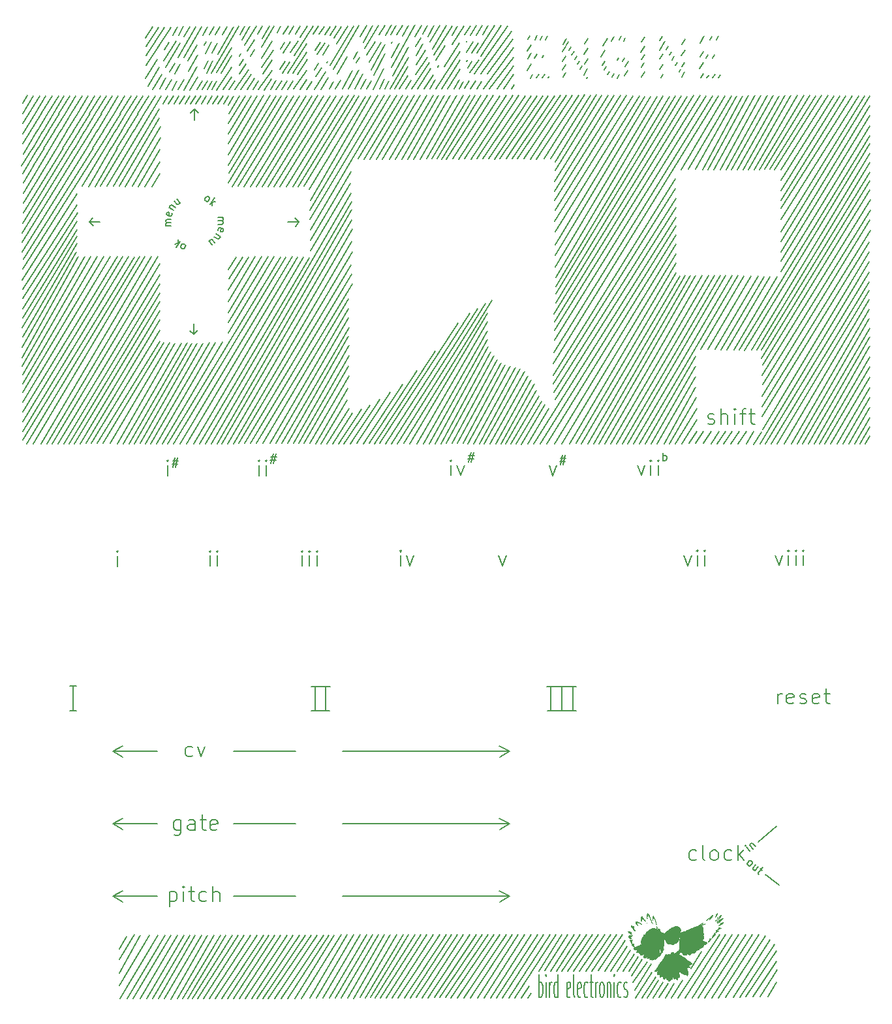
<source format=gto>
G04 #@! TF.GenerationSoftware,KiCad,Pcbnew,(6.0.0)*
G04 #@! TF.CreationDate,2022-04-07T00:01:17+02:00*
G04 #@! TF.ProjectId,GenerativeEngineFaceplate,47656e65-7261-4746-9976-65456e67696e,rev?*
G04 #@! TF.SameCoordinates,Original*
G04 #@! TF.FileFunction,Legend,Top*
G04 #@! TF.FilePolarity,Positive*
%FSLAX46Y46*%
G04 Gerber Fmt 4.6, Leading zero omitted, Abs format (unit mm)*
G04 Created by KiCad (PCBNEW (6.0.0)) date 2022-04-07 00:01:17*
%MOMM*%
%LPD*%
G01*
G04 APERTURE LIST*
%ADD10C,0.150000*%
%ADD11C,0.010000*%
%ADD12O,6.200000X3.300000*%
G04 APERTURE END LIST*
D10*
X59613800Y-79400400D02*
X52273200Y-92379800D01*
X70983650Y-40370750D02*
X70431300Y-41221800D01*
X51193700Y-49593500D02*
X49796700Y-51904900D01*
X119284200Y-47371800D02*
X106121200Y-69519800D01*
X142227300Y-47307500D02*
X135407400Y-58216800D01*
X114804650Y-156131450D02*
X111694200Y-160791800D01*
X100764200Y-45851800D02*
X100401150Y-46397450D01*
X93403650Y-38240750D02*
X92693650Y-39400750D01*
X146900900Y-53505100D02*
X130657600Y-80365600D01*
X54559200Y-68148200D02*
X40106600Y-92456000D01*
X146913600Y-79781400D02*
X139725400Y-92430600D01*
X146888200Y-54762400D02*
X131546600Y-80289400D01*
X89223650Y-41410750D02*
X88024750Y-43262850D01*
X65833650Y-38250750D02*
X65187350Y-39367450D01*
X44348400Y-51816000D02*
X42951400Y-54127400D01*
X80643650Y-43960750D02*
X79295450Y-46394950D01*
X115849400Y-158165800D02*
X114114200Y-160831800D01*
X112664200Y-43546800D02*
X112414200Y-43936800D01*
X71958200Y-68148200D02*
X57378600Y-92430600D01*
X67093650Y-41340750D02*
X66585200Y-42139500D01*
X90982800Y-47244000D02*
X86182200Y-55524400D01*
X42976800Y-54076600D02*
X37007800Y-63830200D01*
X85547200Y-47269400D02*
X80543400Y-55448200D01*
X79121000Y-86741000D02*
X75742800Y-92481400D01*
X146926300Y-47282100D02*
X135382000Y-66217800D01*
X111680450Y-156131450D02*
X108484200Y-160831800D01*
X79324200Y-79679800D02*
X72136000Y-92329000D01*
X69824600Y-47320200D02*
X63754000Y-57277000D01*
X115157550Y-39811050D02*
X114954200Y-40186800D01*
X104444200Y-39526800D02*
X104184200Y-40036800D01*
X112954200Y-47221800D02*
X105994200Y-58420000D01*
X54978300Y-47282100D02*
X47929800Y-59029600D01*
X116306600Y-158673800D02*
X114904200Y-160821800D01*
X47218600Y-49580800D02*
X45821600Y-51892200D01*
X97332800Y-75514200D02*
X87198200Y-92430600D01*
X74663650Y-38270750D02*
X72201300Y-42061800D01*
X95893650Y-38170750D02*
X95084750Y-39452850D01*
X56553100Y-47282100D02*
X55905400Y-48336200D01*
X76704200Y-156191800D02*
X71349000Y-164422600D01*
X45097700Y-51828700D02*
X43700700Y-54140100D01*
X107454200Y-43246800D02*
X107035150Y-43937950D01*
X42494200Y-49580800D02*
X41097200Y-51892200D01*
X54432200Y-141757400D02*
X48818800Y-141757400D01*
X74422000Y-123926600D02*
X76860400Y-123926600D01*
X120074200Y-44516800D02*
X119794200Y-44959500D01*
X64083650Y-44850750D02*
X62994750Y-46462850D01*
X45313600Y-54076600D02*
X36906200Y-67513200D01*
X64922800Y-156167600D02*
X59665000Y-164448000D01*
X54813200Y-73964800D02*
X43713400Y-92456000D01*
X70548500Y-47307500D02*
X63703200Y-58597800D01*
X100644200Y-42301800D02*
X97583450Y-46394950D01*
X59683650Y-44850750D02*
X58727550Y-46539050D01*
X64363600Y-132359400D02*
X72364600Y-132359400D01*
X65013650Y-38250750D02*
X61472750Y-44388250D01*
X95443650Y-40280750D02*
X94584750Y-41672850D01*
X42773600Y-51816000D02*
X41376600Y-54127400D01*
X124333000Y-81127600D02*
X117805200Y-92430600D01*
X125284200Y-41586800D02*
X124894200Y-42276800D01*
X87403650Y-45320750D02*
X86712250Y-46369550D01*
X96163650Y-42660750D02*
X95033650Y-44300750D01*
X64533650Y-45390750D02*
X63756750Y-46488250D01*
X69698000Y-156218400D02*
X64389400Y-164371800D01*
X75383650Y-43040750D02*
X74891300Y-43901800D01*
X113714200Y-47231800D02*
X106019600Y-59639200D01*
X129914200Y-156121800D02*
X124613000Y-164316000D01*
X67033650Y-40030750D02*
X66175500Y-41484100D01*
X128930400Y-47294800D02*
X123394200Y-56821800D01*
X131674200Y-156141800D02*
X126416400Y-164290600D01*
X73380600Y-68199000D02*
X59207400Y-92456000D01*
X37566600Y-47218600D02*
X36995100Y-48221900D01*
X54432200Y-151155400D02*
X48818800Y-151155400D01*
X44043600Y-66471800D02*
X36982400Y-78562200D01*
X146862800Y-74980800D02*
X136728200Y-92456000D01*
X122904200Y-44166800D02*
X122544200Y-44826800D01*
X43078400Y-123850400D02*
X43942000Y-123850400D01*
X51968400Y-49580800D02*
X50571400Y-51892200D01*
X129044700Y-90817700D02*
X127952500Y-92468700D01*
X113722950Y-39611050D02*
X113354200Y-40216800D01*
X83843650Y-43800750D02*
X82445050Y-46445750D01*
X132474200Y-156151800D02*
X127280000Y-164290600D01*
X60943650Y-45330750D02*
X60276950Y-46462850D01*
X40589200Y-54076600D02*
X37084000Y-59918600D01*
X39446200Y-49555400D02*
X37033200Y-53517800D01*
X57893650Y-45190750D02*
X57152750Y-46488250D01*
X103704200Y-47321800D02*
X98196400Y-55524400D01*
X146837400Y-68859400D02*
X132664200Y-92430600D01*
X70472700Y-156205700D02*
X65100600Y-164397200D01*
X54432200Y-132359400D02*
X48818800Y-132359400D01*
X44500800Y-54076600D02*
X36931600Y-66243200D01*
X39776400Y-54076600D02*
X38379400Y-56388000D01*
X72847200Y-63677800D02*
X72339200Y-63169800D01*
X69903650Y-45320750D02*
X69217750Y-46437450D01*
X84963650Y-40260750D02*
X84873650Y-40430750D01*
X80644200Y-47351800D02*
X73533000Y-59029600D01*
X120094200Y-47331800D02*
X106146600Y-70815200D01*
X107514200Y-39856800D02*
X107083100Y-40644300D01*
X120074200Y-43216800D02*
X119676600Y-43862200D01*
X96643650Y-38180750D02*
X95884750Y-39412850D01*
X86273650Y-38140750D02*
X85534750Y-39392850D01*
X66653650Y-44540750D02*
X65331550Y-46488250D01*
X79705200Y-66167000D02*
X64338200Y-92456000D01*
X90278600Y-156112400D02*
X84957300Y-164329300D01*
X80791700Y-156074300D02*
X75940300Y-164329300D01*
X124333000Y-70637400D02*
X111785400Y-92456000D01*
X120731175Y-162434175D02*
X119603625Y-164260625D01*
X95763650Y-45330750D02*
X95124200Y-46361800D01*
X143814800Y-47294800D02*
X135356600Y-60833000D01*
X69646800Y-68173600D02*
X63703200Y-78054200D01*
X52171600Y-68148200D02*
X37515800Y-92430600D01*
X49682400Y-49580800D02*
X48285400Y-51892200D01*
X46126400Y-54076600D02*
X37109400Y-68503800D01*
X72847200Y-63677800D02*
X72364600Y-64211200D01*
X54838600Y-52705000D02*
X51257200Y-59029600D01*
X55083650Y-44480750D02*
X53876150Y-46488250D01*
X73956000Y-38249700D02*
X73011300Y-39671800D01*
X54737000Y-50215800D02*
X49580800Y-59029600D01*
X72948800Y-47294800D02*
X65684400Y-59080400D01*
X88933650Y-40570750D02*
X88033650Y-42030750D01*
X115065650Y-42395650D02*
X114824200Y-42836800D01*
X146939000Y-90246200D02*
X145618200Y-92430600D01*
X68948700Y-156205700D02*
X63602000Y-164397200D01*
X61239400Y-79349600D02*
X53644800Y-92405200D01*
X49847500Y-51828700D02*
X48450500Y-54140100D01*
X146862800Y-76225400D02*
X137490200Y-92456000D01*
X101289500Y-156125100D02*
X96031700Y-164303900D01*
X114637550Y-39551050D02*
X114364200Y-40016800D01*
X102954200Y-41766800D02*
X102544200Y-42456800D01*
X102734200Y-162801800D02*
X101704200Y-164341800D01*
X83953650Y-45110750D02*
X83308650Y-46344150D01*
X53695600Y-68173600D02*
X39344600Y-92456000D01*
X133350000Y-148336000D02*
X135128000Y-149656800D01*
X49987200Y-68148200D02*
X37007800Y-89585800D01*
X48475900Y-54089300D02*
X45593000Y-59105800D01*
X94953650Y-45380750D02*
X94354200Y-46341800D01*
X77343650Y-45490750D02*
X76780850Y-46420350D01*
X100253800Y-82346800D02*
X94767400Y-92405200D01*
X127299900Y-39559300D02*
X127034200Y-39996800D01*
X79578200Y-57099200D02*
X74329925Y-66017775D01*
X97282000Y-78917800D02*
X89789000Y-92430600D01*
X96554200Y-45491800D02*
X95957850Y-46369550D01*
X80949800Y-87934800D02*
X77952600Y-92481400D01*
X52578000Y-47294800D02*
X51181000Y-49606200D01*
X126466600Y-47294800D02*
X105918000Y-80594200D01*
X64063650Y-41080750D02*
X62187350Y-44307450D01*
X79730600Y-71704200D02*
X67310000Y-92329000D01*
X83133650Y-38190750D02*
X81414750Y-41132850D01*
X71473650Y-38230750D02*
X70781300Y-39301800D01*
X146888200Y-86461600D02*
X143408400Y-92430600D01*
X107464200Y-44296800D02*
X107095300Y-44876800D01*
X48844200Y-49580800D02*
X47447200Y-51892200D01*
X54768750Y-55899050D02*
X52857400Y-59055000D01*
X100674200Y-41031800D02*
X96745250Y-46394950D01*
X43878500Y-47282100D02*
X42481500Y-49593500D01*
X93733650Y-43870750D02*
X92097050Y-46420350D01*
X49415700Y-47282100D02*
X48018700Y-49593500D01*
X80463650Y-41560750D02*
X79963650Y-42480750D01*
X55984200Y-40391800D02*
X55404200Y-41331800D01*
X121742200Y-60579000D02*
X105943400Y-85775800D01*
X47078900Y-47282100D02*
X45681900Y-49593500D01*
X126720600Y-70586600D02*
X114020600Y-92430600D01*
X61503650Y-40300750D02*
X60702750Y-41788250D01*
X79730600Y-64592200D02*
X63576200Y-92456000D01*
X100152200Y-151155400D02*
X98856800Y-150469600D01*
X90363650Y-38210750D02*
X89563650Y-39590750D01*
X102944200Y-47311800D02*
X97434400Y-55473600D01*
X110293100Y-41096600D02*
X109854200Y-41856800D01*
X61083650Y-42750750D02*
X60562750Y-43748250D01*
X60263650Y-45380750D02*
X59591150Y-46437450D01*
X107504200Y-47271800D02*
X102057200Y-55473600D01*
X103403400Y-84658200D02*
X99034600Y-92405200D01*
X51803300Y-47282100D02*
X50406300Y-49593500D01*
X57245250Y-47275750D02*
X56622950Y-48329850D01*
X75613650Y-40360750D02*
X74961300Y-41371800D01*
X78536800Y-151155400D02*
X100152200Y-151155400D01*
X138353800Y-47269400D02*
X132613400Y-56870600D01*
X43611800Y-51816000D02*
X42214800Y-54127400D01*
X127482600Y-70586600D02*
X114782600Y-92430600D01*
X44691300Y-47282100D02*
X43294300Y-49593500D01*
X79603600Y-69265800D02*
X65760600Y-92329000D01*
X69013650Y-38250750D02*
X68055200Y-39849500D01*
X72098300Y-156205700D02*
X66700800Y-164371800D01*
X56769000Y-79375000D02*
X49276000Y-92405200D01*
X69062600Y-47244000D02*
X63677800Y-56286400D01*
X59633650Y-43530750D02*
X57940150Y-46513650D01*
X49250600Y-54076600D02*
X46380400Y-59055000D01*
X62299850Y-47275750D02*
X61652150Y-48329850D01*
X97413650Y-38210750D02*
X96704750Y-39362850D01*
X90525600Y-80391000D02*
X82677000Y-92430600D01*
X73813650Y-41620750D02*
X72033650Y-44330750D01*
X82393650Y-38160750D02*
X81184750Y-40372850D01*
X87865600Y-156087000D02*
X82747500Y-164329300D01*
X109164200Y-47201800D02*
X103682800Y-55499000D01*
X54813200Y-75158600D02*
X44475400Y-92456000D01*
X102082600Y-83083400D02*
X96901000Y-92405200D01*
X97891600Y-73812400D02*
X86436200Y-92379800D01*
X45504100Y-47282100D02*
X44107100Y-49593500D01*
X84703300Y-156074300D02*
X79928100Y-164380100D01*
X67063650Y-45040750D02*
X66118950Y-46462850D01*
X87782400Y-47244000D02*
X82880200Y-55524400D01*
X48602900Y-47282100D02*
X47205900Y-49593500D01*
X113267950Y-156118750D02*
X110044200Y-160821800D01*
X58693650Y-38310750D02*
X57936150Y-39648250D01*
X50514200Y-156331800D02*
X49514200Y-157951800D01*
X110684200Y-47191800D02*
X105511600Y-55473600D01*
X100424200Y-38941800D02*
X96423650Y-44410750D01*
X100152200Y-151155400D02*
X98882200Y-151866600D01*
X104724200Y-87325200D02*
X101688900Y-92494100D01*
X86283800Y-47269400D02*
X81330800Y-55499000D01*
X87033650Y-42290750D02*
X84654850Y-46344150D01*
X59258200Y-49022000D02*
X58750200Y-49530000D01*
X60223650Y-38330750D02*
X57946150Y-42288250D01*
X75260200Y-47244000D02*
X68097400Y-59055000D01*
X65735600Y-156167600D02*
X60477800Y-164397200D01*
X121742200Y-69011800D02*
X107924600Y-92405200D01*
X43103800Y-47294800D02*
X41706800Y-49606200D01*
X95986600Y-74955400D02*
X84886800Y-92405200D01*
X128092200Y-47294800D02*
X122414200Y-56841800D01*
X88640300Y-156074300D02*
X83382500Y-164354700D01*
X56032400Y-79349600D02*
X48336200Y-92379800D01*
X146977100Y-60769500D02*
X132969000Y-83566000D01*
X118033800Y-159639000D02*
X116214200Y-162311800D01*
X78536800Y-141757400D02*
X100152200Y-141757400D01*
X146202400Y-47294800D02*
X135356600Y-64922400D01*
X79774200Y-55451800D02*
X74329925Y-64696975D01*
X124383800Y-86461600D02*
X120929400Y-92456000D01*
X116865400Y-158978600D02*
X115634200Y-160881800D01*
X54554200Y-156171800D02*
X49634200Y-164411800D01*
X56723650Y-43040750D02*
X56056150Y-44168250D01*
X117684100Y-40840700D02*
X117204200Y-41626800D01*
X48691800Y-141757400D02*
X49987200Y-142443200D01*
X112514200Y-42866800D02*
X112194200Y-43376800D01*
X89913650Y-43720750D02*
X88210850Y-46369550D01*
X79311500Y-83680300D02*
X74269600Y-92354400D01*
X38608000Y-49606200D02*
X37007800Y-52222400D01*
X124079000Y-47269400D02*
X105994200Y-76606400D01*
X134844200Y-162291800D02*
X133687100Y-164121200D01*
X121934200Y-42976800D02*
X121704200Y-43336800D01*
X40805100Y-47307500D02*
X39408100Y-49618900D01*
X98940000Y-156112400D02*
X93440900Y-164303900D01*
X49584200Y-162751800D02*
X53444200Y-156221800D01*
X57423650Y-40470750D02*
X55576150Y-43628250D01*
X91963650Y-38170750D02*
X90143650Y-41250750D01*
X65512950Y-68192650D02*
X63728600Y-71043800D01*
X79324200Y-81051400D02*
X72796400Y-92354400D01*
X57981850Y-47275750D02*
X57334150Y-48329850D01*
X64083650Y-43570750D02*
X62181950Y-46513650D01*
X62941200Y-79273400D02*
X55143400Y-92430600D01*
X126339600Y-90855800D02*
X125349000Y-92367100D01*
X55816500Y-47282100D02*
X55194200Y-48336200D01*
X126749900Y-41949300D02*
X126494200Y-42366800D01*
X116984200Y-47351800D02*
X106095800Y-64947800D01*
X105314200Y-44736800D02*
X105194200Y-44956800D01*
X111414200Y-47171800D02*
X106095800Y-55905400D01*
X106804200Y-47221800D02*
X101168200Y-55473600D01*
X71424800Y-63677800D02*
X72847200Y-63677800D01*
X61798600Y-156167600D02*
X57074200Y-164371800D01*
X71053650Y-42810750D02*
X70391300Y-43861800D01*
X81629900Y-156074300D02*
X76778500Y-164329300D01*
X146913600Y-91389200D02*
X146304000Y-92405200D01*
X64343650Y-38300750D02*
X62303650Y-41880750D01*
X136702800Y-47269400D02*
X131191000Y-56845200D01*
X69313650Y-40230750D02*
X68001550Y-42428250D01*
X131165600Y-47269400D02*
X125924200Y-56881800D01*
X112494200Y-156121800D02*
X109214200Y-160831800D01*
X104606550Y-156118750D02*
X99209050Y-164310250D01*
X117704200Y-47381800D02*
X106095800Y-66598800D01*
X59643650Y-40750750D02*
X58466150Y-42768250D01*
X119100600Y-161620200D02*
X117363450Y-164284850D01*
X132410200Y-144068800D02*
X134823200Y-142036800D01*
X59258200Y-49022000D02*
X59791600Y-49504600D01*
X45034200Y-68148200D02*
X36931600Y-82372200D01*
X100514800Y-156137800D02*
X95066500Y-164329300D01*
X45694600Y-49580800D02*
X44297600Y-51892200D01*
X48691800Y-151155400D02*
X49987200Y-151841200D01*
X82042000Y-87452200D02*
X78663800Y-92481400D01*
X146926300Y-57213500D02*
X132842000Y-80238600D01*
X117724200Y-44186800D02*
X117264650Y-44902550D01*
X105054400Y-127050800D02*
X108813600Y-127050800D01*
X102102300Y-156125100D02*
X96895300Y-164303900D01*
X45821600Y-68148200D02*
X36982400Y-83464400D01*
X42240200Y-54076600D02*
X37058600Y-62458600D01*
X64143650Y-42070750D02*
X62767350Y-44367450D01*
X79603600Y-59893200D02*
X60706000Y-92456000D01*
X88653650Y-39770750D02*
X87994200Y-40901800D01*
X82366500Y-156074300D02*
X77565900Y-164354700D01*
X62283650Y-40430750D02*
X61602750Y-41768250D01*
X82693650Y-40320750D02*
X81664200Y-42021800D01*
X59207400Y-78257400D02*
X59715400Y-77749400D01*
X73033650Y-38260750D02*
X72441300Y-39241800D01*
X135890000Y-47269400D02*
X130454400Y-56870600D01*
X109330950Y-156118750D02*
X106274200Y-160811800D01*
X40259000Y-49606200D02*
X38862000Y-51917600D01*
X87023650Y-40990750D02*
X84994750Y-44662850D01*
X66493650Y-38280750D02*
X65457350Y-40027450D01*
X125349000Y-90855800D02*
X124333000Y-92379800D01*
X58718450Y-47301150D02*
X58096150Y-48355250D01*
X134824200Y-159571800D02*
X131760600Y-164141800D01*
X44069000Y-61442600D02*
X36982400Y-72415400D01*
X54813200Y-54254400D02*
X52012850Y-59086750D01*
X67373900Y-156205700D02*
X61976400Y-164397200D01*
X58343800Y-79349600D02*
X50774600Y-92405200D01*
X43726100Y-54089300D02*
X36957000Y-65074800D01*
X121691400Y-59309000D02*
X105841800Y-84658200D01*
X125899900Y-41959300D02*
X125654200Y-42366800D01*
X79756000Y-67538600D02*
X65074800Y-92329000D01*
X67303650Y-38250750D02*
X65833650Y-40720750D01*
X79984200Y-47251800D02*
X72771000Y-59055000D01*
X88112600Y-82956400D02*
X81940400Y-92379800D01*
X39001700Y-54089300D02*
X37007800Y-57378600D01*
X146812000Y-71475600D02*
X134112000Y-92430600D01*
X50622200Y-51816000D02*
X49225200Y-54127400D01*
X65849500Y-47332900D02*
X63703200Y-50876200D01*
X55448600Y-156167600D02*
X50546400Y-164448000D01*
X146926300Y-55968900D02*
X132232400Y-80238600D01*
X121131800Y-41611400D02*
X120904200Y-41986800D01*
X116174200Y-47281800D02*
X106045000Y-63576200D01*
X53869750Y-38378050D02*
X52955600Y-39814900D01*
X108518150Y-156118750D02*
X105474200Y-160811800D01*
X133629400Y-47269400D02*
X128295400Y-56896000D01*
X83973650Y-40630750D02*
X82254750Y-43922850D01*
X103657400Y-85496400D02*
X99644200Y-92430600D01*
X121742200Y-65354200D02*
X105029000Y-92430600D01*
X58649000Y-156167600D02*
X53848400Y-164448000D01*
X41402000Y-54076600D02*
X37109400Y-61214000D01*
X128219200Y-90855800D02*
X127127000Y-92430600D01*
X110905750Y-156118750D02*
X107734200Y-160831800D01*
X94970600Y-47244000D02*
X90093800Y-55473600D01*
X146913600Y-81153000D02*
X140385800Y-92456000D01*
X99734200Y-47251800D02*
X94310200Y-55473600D01*
X79324200Y-77368400D02*
X70637400Y-92354400D01*
X93743650Y-41590750D02*
X90623850Y-46344150D01*
X79944200Y-156131800D02*
X75076700Y-164329300D01*
X44069000Y-59994800D02*
X36957000Y-71170800D01*
X146824700Y-73774300D02*
X135788400Y-92430600D01*
X47498000Y-51816000D02*
X46101000Y-54127400D01*
X65119250Y-47301150D02*
X63728600Y-49631600D01*
X83890500Y-156074300D02*
X79140700Y-164354700D01*
X79324200Y-87884000D02*
X76504800Y-92481400D01*
X83115800Y-156087000D02*
X78353300Y-164329300D01*
X103004200Y-163701800D02*
X102564200Y-164341800D01*
X77673200Y-47294800D02*
X70408800Y-59055000D01*
X119980900Y-39577400D02*
X119644200Y-40096800D01*
X52284200Y-156191800D02*
X49584200Y-161111800D01*
X52781200Y-49580800D02*
X51384200Y-51892200D01*
X117671700Y-39680700D02*
X117264200Y-40286800D01*
X89473650Y-42290750D02*
X88014750Y-44512850D01*
X39649400Y-51841400D02*
X38252400Y-54152800D01*
X71313650Y-45370750D02*
X70583650Y-46470750D01*
X146862800Y-66294000D02*
X132969000Y-88925400D01*
X95293650Y-42830750D02*
X94713650Y-43700750D01*
X134904200Y-160681800D02*
X132707100Y-164141800D01*
X54494200Y-42561800D02*
X52894200Y-45031800D01*
X97053400Y-74244200D02*
X85648800Y-92405200D01*
X125958600Y-70586600D02*
X113309400Y-92430600D01*
X105994200Y-47341800D02*
X100507800Y-55448200D01*
X73863650Y-40500750D02*
X71351300Y-44331800D01*
X126814200Y-44536800D02*
X126504200Y-44976800D01*
X120065800Y-162280600D02*
X118836650Y-164284850D01*
X100152200Y-141757400D02*
X98882200Y-142468600D01*
X118643400Y-161061400D02*
X116525250Y-164361050D01*
X68212100Y-156205700D02*
X62814600Y-164422600D01*
X57433650Y-43200750D02*
X56713650Y-44450750D01*
X47828200Y-47294800D02*
X46431200Y-49606200D01*
X120363750Y-40211050D02*
X119624200Y-41406800D01*
X102934200Y-40696800D02*
X102484200Y-41486800D01*
X100604200Y-47231800D02*
X95148400Y-55499000D01*
X57556400Y-79375000D02*
X50038000Y-92405200D01*
X73873650Y-45160750D02*
X73027750Y-46488250D01*
X72183650Y-38260750D02*
X71591300Y-39241800D01*
X43967400Y-67538600D02*
X36957000Y-79933800D01*
X132473700Y-70675500D02*
X126860300Y-80200500D01*
X76583650Y-42800750D02*
X76483650Y-42960750D01*
X46939200Y-54102000D02*
X37033200Y-69748400D01*
X69613650Y-38250750D02*
X68031550Y-40978250D01*
X63523650Y-38310750D02*
X62892750Y-39398250D01*
X67613650Y-45410750D02*
X66906350Y-46437450D01*
X94223650Y-38230750D02*
X92693650Y-40630750D01*
X59207400Y-76835000D02*
X59207400Y-78257400D01*
X126409900Y-39579300D02*
X126154200Y-40006800D01*
X122954200Y-39921400D02*
X122504200Y-40646800D01*
X120944200Y-47391800D02*
X106172000Y-72059800D01*
X75222500Y-156205700D02*
X69723400Y-164397200D01*
X124460000Y-89281000D02*
X122504200Y-92430600D01*
X110293100Y-42496600D02*
X109904200Y-43146800D01*
X71756000Y-40329700D02*
X70811300Y-41751800D01*
X100152200Y-132359400D02*
X98856800Y-131673600D01*
X123621800Y-70637400D02*
X111074200Y-92456000D01*
X64363600Y-141757400D02*
X72364600Y-141757400D01*
X79114200Y-156074300D02*
X74263900Y-164354700D01*
X91133650Y-38160750D02*
X89843650Y-40310750D01*
X78314200Y-156121800D02*
X73177800Y-164397200D01*
X102565200Y-83616800D02*
X97612200Y-92405200D01*
X105065450Y-39535650D02*
X104824200Y-40026800D01*
X146875500Y-48577500D02*
X135407400Y-67513200D01*
X103764200Y-39476800D02*
X103444200Y-40026800D01*
X64700150Y-68192650D02*
X63703200Y-69875400D01*
X132791200Y-47269400D02*
X127508000Y-56896000D01*
X127554200Y-44566800D02*
X127304200Y-44976800D01*
X98165300Y-156125100D02*
X92551900Y-164303900D01*
X97282000Y-76631800D02*
X88138000Y-92405200D01*
X134524200Y-157391800D02*
X130044200Y-164211800D01*
X106930650Y-156131450D02*
X103954200Y-160831800D01*
X91732100Y-47256700D02*
X86969600Y-55499000D01*
X133974200Y-156821800D02*
X129180600Y-164211800D01*
X110274200Y-43766800D02*
X109794200Y-44586800D01*
X82174200Y-47321800D02*
X74320400Y-60858400D01*
X48691800Y-132359400D02*
X49987200Y-133045200D01*
X43078400Y-127050000D02*
X43942000Y-127050000D01*
X41960800Y-51816000D02*
X40563800Y-54127400D01*
X112144200Y-47241800D02*
X106095800Y-56972200D01*
X129997200Y-90830400D02*
X128905000Y-92456000D01*
X130390900Y-47282100D02*
X125234200Y-56871800D01*
X100152200Y-132359400D02*
X98882200Y-133070600D01*
X79053650Y-42270750D02*
X77834750Y-44452850D01*
X117684200Y-42016800D02*
X117244200Y-42616800D01*
X68275200Y-47244000D02*
X63677800Y-54914800D01*
X123184200Y-47361800D02*
X105943400Y-75590400D01*
X59455050Y-47301150D02*
X58807350Y-48355250D01*
X134366000Y-47269400D02*
X128955800Y-56896000D01*
X60173000Y-156167600D02*
X55423200Y-164448000D01*
X90246200Y-47244000D02*
X85394800Y-55499000D01*
X48691800Y-151155400D02*
X49961800Y-150444200D01*
X48691800Y-132359400D02*
X49961800Y-131648200D01*
X146939000Y-63423800D02*
X132943600Y-86233000D01*
X94190200Y-156112400D02*
X88818100Y-164303900D01*
X121754900Y-66573400D02*
X106019600Y-92456000D01*
X143002000Y-47294800D02*
X135382000Y-59563000D01*
X101374200Y-47261800D02*
X95935800Y-55473600D01*
X96481900Y-47256700D02*
X91363800Y-55499000D01*
X86258400Y-84709000D02*
X81178400Y-92405200D01*
X46685200Y-51816000D02*
X45288200Y-54127400D01*
X95021400Y-75514200D02*
X84099400Y-92405200D01*
X38277800Y-54102000D02*
X36880800Y-56413400D01*
X62636800Y-156167600D02*
X57760000Y-164397200D01*
X81113650Y-44470750D02*
X80082850Y-46420350D01*
X146888200Y-78562200D02*
X138963400Y-92456000D01*
X78336000Y-38339700D02*
X77391300Y-39761800D01*
X98213650Y-38190750D02*
X95973650Y-41730750D01*
X81563650Y-45080750D02*
X80870250Y-46394950D01*
X58953400Y-79375000D02*
X51511200Y-92405200D01*
X76113650Y-38300750D02*
X75431300Y-39291800D01*
X124434600Y-87833200D02*
X121691400Y-92456000D01*
X89513100Y-38159700D02*
X88923650Y-39290750D01*
X122605800Y-162077400D02*
X121173450Y-164335650D01*
X55573650Y-44940750D02*
X54793650Y-46390750D01*
X146913600Y-87731600D02*
X144221200Y-92430600D01*
X55295800Y-79349600D02*
X47447200Y-92379800D01*
X102946200Y-84150200D02*
X98374200Y-92405200D01*
X95003000Y-156112400D02*
X89580100Y-164354700D01*
X74396600Y-127050000D02*
X76835000Y-127050000D01*
X133184900Y-70751700D02*
X127571500Y-80276700D01*
X72136000Y-47294800D02*
X64973200Y-59029600D01*
X59258200Y-50444400D02*
X59258200Y-49022000D01*
X51435000Y-51816000D02*
X50038000Y-54127400D01*
X76633650Y-44920750D02*
X75694750Y-46462850D01*
X71636000Y-42919700D02*
X70691300Y-44341800D01*
X60983650Y-38340750D02*
X60373650Y-39470750D01*
X88595200Y-47244000D02*
X83693000Y-55499000D01*
X100574200Y-39951800D02*
X97284200Y-44411800D01*
X76176000Y-40489700D02*
X75231300Y-41911800D01*
X54762400Y-79146400D02*
X46659800Y-92379800D01*
X122275600Y-70688200D02*
X109499400Y-92430600D01*
X68083650Y-38220750D02*
X67467350Y-39277450D01*
X64382650Y-47301150D02*
X63703200Y-48514000D01*
X107794200Y-40286800D02*
X107579300Y-40677000D01*
X94623650Y-40230750D02*
X94584750Y-40282850D01*
X118424200Y-47411800D02*
X106095800Y-67995800D01*
X65952100Y-43182000D02*
X65153650Y-44420750D01*
X134886700Y-70751700D02*
X129273300Y-80276700D01*
X115189000Y-156845000D02*
X112534200Y-160811800D01*
X48691800Y-141757400D02*
X49961800Y-141046200D01*
X57023650Y-45330750D02*
X56365350Y-46513650D01*
X125314200Y-44466800D02*
X125014200Y-44936800D01*
X121742200Y-63042800D02*
X103301800Y-92430600D01*
X99903650Y-38230750D02*
X95584750Y-44432850D01*
X125324200Y-43036800D02*
X124838500Y-43764300D01*
X124294900Y-82410300D02*
X118516400Y-92430600D01*
X100152200Y-141757400D02*
X98856800Y-141071600D01*
X105174200Y-47341800D02*
X99720400Y-55448200D01*
X65313650Y-41830750D02*
X65103650Y-42150750D01*
X101523800Y-82727800D02*
X96240600Y-92405200D01*
X146875500Y-51193700D02*
X135407400Y-70129400D01*
X121544200Y-42141400D02*
X121244200Y-42626800D01*
X65653650Y-42610750D02*
X65123650Y-43350750D01*
X96103650Y-40430750D02*
X95274750Y-41752850D01*
X121767600Y-67843400D02*
X106984800Y-92456000D01*
X40373300Y-51828700D02*
X38976300Y-54140100D01*
X87090900Y-156074300D02*
X82137900Y-164278500D01*
X127459950Y-156144150D02*
X122011650Y-164335650D01*
X98894900Y-47282100D02*
X93573600Y-55499000D01*
X56883650Y-40205025D02*
X55323650Y-42776475D01*
X94193650Y-45450750D02*
X93621050Y-46344150D01*
X87903650Y-38100750D02*
X84854750Y-43612850D01*
X119507000Y-162026600D02*
X118049250Y-164284850D01*
X108150700Y-40964700D02*
X107914200Y-41366800D01*
X145465800Y-47294800D02*
X135407400Y-63322200D01*
X46443900Y-49593500D02*
X45046900Y-51904900D01*
X49072800Y-51816000D02*
X47675800Y-54127400D01*
X118541800Y-159943800D02*
X116394200Y-163301800D01*
X44018200Y-64643000D02*
X36982400Y-76123800D01*
X86354300Y-156074300D02*
X81477500Y-164303900D01*
X89453100Y-156074300D02*
X84195300Y-164303900D01*
X146875500Y-52463700D02*
X129997200Y-80289400D01*
X117373400Y-159334200D02*
X116024200Y-161411800D01*
X39992300Y-47307500D02*
X38595300Y-49618900D01*
X146951700Y-59550300D02*
X133019800Y-82219800D01*
X103134200Y-44536800D02*
X102879300Y-44997000D01*
X100674200Y-43391800D02*
X98548650Y-46369550D01*
X79654400Y-63398400D02*
X62865000Y-92456000D01*
X93733650Y-42690750D02*
X91335050Y-46369550D01*
X54813200Y-77749400D02*
X45897800Y-92379800D01*
X43307000Y-49580800D02*
X41910000Y-51892200D01*
X63703200Y-47275750D02*
X63074550Y-48329850D01*
X109894200Y-47171800D02*
X104648000Y-55473600D01*
X38912800Y-51841400D02*
X37058600Y-54838600D01*
X104454200Y-47281800D02*
X98944200Y-55471800D01*
X98145600Y-81051400D02*
X91998800Y-92379800D01*
X94132400Y-47244000D02*
X89408000Y-55448200D01*
X41719500Y-49593500D02*
X40322500Y-51904900D01*
X88703650Y-38160750D02*
X87874750Y-39582850D01*
X47040800Y-63677800D02*
X45618400Y-63677800D01*
X39179500Y-47307500D02*
X36982400Y-50876200D01*
X95815800Y-156112400D02*
X90418300Y-164278500D01*
X54794150Y-57372250D02*
X53797200Y-59055000D01*
X44246800Y-68148200D02*
X36957000Y-81229200D01*
X102804200Y-39526800D02*
X102504200Y-39986800D01*
X62001400Y-79324200D02*
X54406800Y-92405200D01*
X68834000Y-68148200D02*
X63677800Y-76733400D01*
X85823650Y-40460750D02*
X84844750Y-42282850D01*
X105232200Y-87833200D02*
X102552500Y-92468700D01*
X131508500Y-70675500D02*
X125895100Y-80200500D01*
X54762400Y-71729600D02*
X42341800Y-92430600D01*
X134844200Y-158231800D02*
X130795400Y-164167200D01*
X130606800Y-70662800D02*
X124993400Y-80187800D01*
X70583650Y-45350750D02*
X69903550Y-46437450D01*
X146900900Y-83781900D02*
X141859000Y-92456000D01*
X93415500Y-156125100D02*
X88106900Y-164278500D01*
X129667000Y-47294800D02*
X124334200Y-56831800D01*
X44119800Y-49580800D02*
X42722800Y-51892200D01*
X62623650Y-38300750D02*
X62022750Y-39398250D01*
X130794200Y-156131800D02*
X125451200Y-164316000D01*
X45618400Y-63677800D02*
X46101000Y-63144400D01*
X146812000Y-67589400D02*
X132994400Y-90551000D01*
X122894500Y-42956400D02*
X122564200Y-43506800D01*
X95707200Y-47244000D02*
X90754200Y-55448200D01*
X83993650Y-38140750D02*
X83253650Y-39350750D01*
X62985650Y-47275750D02*
X62363350Y-48329850D01*
X57863650Y-38280750D02*
X57233650Y-39480750D01*
X74447800Y-156218400D02*
X68834400Y-164397200D01*
X121714200Y-47321800D02*
X106197400Y-72974200D01*
X131876800Y-90805000D02*
X130898900Y-92443300D01*
X61553650Y-45380750D02*
X60937350Y-46437450D01*
X146875500Y-82435700D02*
X141097000Y-92456000D01*
X97739200Y-80518000D02*
X91287600Y-92405200D01*
X113714200Y-44476800D02*
X113472750Y-44847950D01*
X50228500Y-47282100D02*
X48831500Y-49593500D01*
X121742200Y-64185800D02*
X104114600Y-92405200D01*
X124320300Y-83756500D02*
X119278400Y-92430600D01*
X103704200Y-41906800D02*
X103422950Y-42377950D01*
X141452600Y-47269400D02*
X135382000Y-56870600D01*
X42379900Y-47307500D02*
X40982900Y-49618900D01*
X105029000Y-123977400D02*
X108788200Y-123977400D01*
X87083650Y-38140750D02*
X86303650Y-39560750D01*
X59398300Y-156180300D02*
X54635800Y-164422600D01*
X100694200Y-44531800D02*
X99412250Y-46369550D01*
X98602800Y-81508600D02*
X92710000Y-92329000D01*
X79235300Y-73672700D02*
X68199000Y-92329000D01*
X79913650Y-38260750D02*
X76868950Y-43352850D01*
X85478100Y-38139700D02*
X84769200Y-39361800D01*
X115443000Y-157607000D02*
X113334200Y-160851800D01*
X78536800Y-132359400D02*
X100152200Y-132359400D01*
X146964400Y-64770000D02*
X132918200Y-87579200D01*
X45872400Y-51816000D02*
X44475400Y-54127400D01*
X104541650Y-42076700D02*
X104406750Y-42336900D01*
X125691900Y-47307500D02*
X106045000Y-78968600D01*
X110294200Y-44826800D02*
X110184200Y-44996800D01*
X100939600Y-82550000D02*
X95478600Y-92405200D01*
X146951700Y-58356500D02*
X132892800Y-81330800D01*
X67437000Y-47294800D02*
X63677800Y-53467000D01*
X71323200Y-47294800D02*
X64185800Y-59055000D01*
X54838600Y-51333400D02*
X50342800Y-59055000D01*
X64148100Y-156180300D02*
X59030000Y-164422600D01*
X120742800Y-40897400D02*
X120494200Y-41296800D01*
X66344800Y-68199000D02*
X63677800Y-72466200D01*
X47701200Y-54076600D02*
X44704000Y-59029600D01*
X114029950Y-156144150D02*
X110834200Y-160821800D01*
X84709000Y-47269400D02*
X79806800Y-55422800D01*
X69504825Y-41370225D02*
X68042475Y-43571275D01*
X121742200Y-61823600D02*
X106070400Y-86664800D01*
X108294200Y-47241800D02*
X102844600Y-55499000D01*
X106181350Y-156118750D02*
X100834650Y-164310250D01*
X78223650Y-45290750D02*
X77593650Y-46394950D01*
X133946900Y-70751700D02*
X128333500Y-80276700D01*
X60985800Y-156167600D02*
X56210600Y-164473400D01*
X59463650Y-38370750D02*
X57123650Y-42320750D01*
X99033650Y-38210750D02*
X96453650Y-42140750D01*
X70493650Y-38270750D02*
X70001550Y-39118250D01*
X66561100Y-156205700D02*
X61239800Y-164422600D01*
X54737000Y-49047400D02*
X48793400Y-59029600D01*
X89408000Y-47244000D02*
X84556600Y-55499000D01*
X60826650Y-47301150D02*
X60178950Y-48355250D01*
X83988100Y-41829700D02*
X82559200Y-44631800D01*
X146900900Y-49847500D02*
X135407400Y-68732400D01*
X132842000Y-90932000D02*
X131851400Y-92506800D01*
X69393650Y-42620750D02*
X68201300Y-44421800D01*
X103987600Y-86233000D02*
X100330000Y-92456000D01*
X121767600Y-70231000D02*
X108788200Y-92379800D01*
X74513650Y-45460750D02*
X73865950Y-46488250D01*
X146939000Y-85166200D02*
X142646400Y-92430600D01*
X73787000Y-47294800D02*
X66548000Y-59080400D01*
X79273400Y-76123800D02*
X69900800Y-92354400D01*
X60401200Y-79375000D02*
X52933600Y-92405200D01*
X72706000Y-40239700D02*
X71761300Y-41661800D01*
X112902950Y-39881050D02*
X112304200Y-40796800D01*
X121488200Y-162483800D02*
X120386050Y-164310250D01*
X96654000Y-156112400D02*
X91104100Y-164278500D01*
X61813650Y-38300750D02*
X61212750Y-39378250D01*
X97256600Y-47244000D02*
X91998800Y-55524400D01*
X99085400Y-81940400D02*
X93421200Y-92329000D01*
X113104200Y-44186800D02*
X112914200Y-44486800D01*
X91091400Y-156112400D02*
X85693900Y-164303900D01*
X107454200Y-42146800D02*
X107017700Y-42848900D01*
X60090050Y-47301150D02*
X59467750Y-48355250D01*
X75753650Y-43710750D02*
X75051300Y-44781800D01*
X48361600Y-68173600D02*
X36982400Y-87020400D01*
X122920600Y-41391400D02*
X122474200Y-42106800D01*
X107454200Y-40866800D02*
X107019300Y-41577000D01*
X60813650Y-40280750D02*
X60572750Y-40708250D01*
X99568000Y-82194400D02*
X94183200Y-92329000D01*
X79806800Y-88468200D02*
X77241400Y-92481400D01*
X103964200Y-44496800D02*
X103686600Y-44949700D01*
X79273400Y-74879200D02*
X69138800Y-92354400D01*
X67183000Y-68173600D02*
X63677800Y-73964800D01*
X45618400Y-63677800D02*
X46126400Y-64185800D01*
X79679800Y-61036200D02*
X61442600Y-92456000D01*
X49554200Y-159361800D02*
X51494200Y-156131800D01*
X54631750Y-38403450D02*
X53025600Y-40904900D01*
X80723650Y-42330750D02*
X80313650Y-42990750D01*
X73673100Y-156205700D02*
X68174000Y-164371800D01*
X56219250Y-38390750D02*
X53025600Y-43334900D01*
X69303650Y-45130750D02*
X68379550Y-46513650D01*
X76273650Y-44190750D02*
X74831150Y-46462850D01*
X97282000Y-77825600D02*
X89001600Y-92405200D01*
X69333650Y-43980750D02*
X67617550Y-46462850D01*
X79705200Y-62077600D02*
X62204600Y-92430600D01*
X71170800Y-68224400D02*
X56591200Y-92430600D01*
X93522800Y-76809600D02*
X83362800Y-92379800D01*
X117654200Y-42996800D02*
X117247500Y-43596200D01*
X91929600Y-156112400D02*
X86532100Y-164329300D01*
X74523600Y-47294800D02*
X67360800Y-59055000D01*
X56303650Y-45210750D02*
X55577950Y-46488250D01*
X76693650Y-40740750D02*
X75951300Y-41951800D01*
X146837400Y-72517000D02*
X134899400Y-92430600D01*
X38404800Y-47320200D02*
X37007800Y-49631600D01*
X79298800Y-78460600D02*
X71374000Y-92354400D01*
X57912400Y-156167600D02*
X53061000Y-164422600D01*
X127355600Y-90830400D02*
X126314200Y-92405200D01*
X137515600Y-47269400D02*
X131953000Y-56870600D01*
X83896200Y-47269400D02*
X74295000Y-63322200D01*
X38481000Y-56261000D02*
X37084000Y-58572400D01*
X108873100Y-42126600D02*
X108624200Y-42546800D01*
X67995800Y-68173600D02*
X63652400Y-75463400D01*
X54787800Y-70485000D02*
X41579800Y-92456000D01*
X83083400Y-47269400D02*
X74269600Y-62153800D01*
X79502000Y-58674000D02*
X74355325Y-67414775D01*
X135115300Y-47282100D02*
X129743200Y-56845200D01*
X81464200Y-47371800D02*
X74218800Y-59410600D01*
X114286300Y-42435300D02*
X114124200Y-42626800D01*
X95063650Y-38240750D02*
X94354750Y-39322850D01*
X102968250Y-156080650D02*
X97710450Y-164310250D01*
X53352700Y-47282100D02*
X51955700Y-49593500D01*
X85516100Y-156074300D02*
X80791700Y-164278500D01*
X71285500Y-156205700D02*
X65862600Y-164448000D01*
X125414200Y-39546800D02*
X124894200Y-40486800D01*
X128193800Y-70586600D02*
X115519200Y-92481400D01*
X66273650Y-43960750D02*
X64493350Y-46462850D01*
X54813200Y-72872600D02*
X43002200Y-92456000D01*
X77434200Y-156231800D02*
X72314200Y-164397200D01*
X54813200Y-76377800D02*
X45212000Y-92379800D01*
X130937000Y-90830400D02*
X129819400Y-92481400D01*
X107705350Y-156118750D02*
X104704200Y-160801800D01*
X108533250Y-41525650D02*
X108244200Y-42006800D01*
X44069000Y-63550800D02*
X36982400Y-74955400D01*
X54165500Y-47282100D02*
X52768500Y-49593500D01*
X146812000Y-70205600D02*
X133350000Y-92430600D01*
X56261400Y-156167600D02*
X51359200Y-164422600D01*
X49276000Y-68173600D02*
X37033200Y-88265000D01*
X54813200Y-69062600D02*
X40843200Y-92456000D01*
X105444750Y-156118750D02*
X100047250Y-164335650D01*
X129006600Y-70586600D02*
X116230400Y-92481400D01*
X97383600Y-79832200D02*
X90551000Y-92405200D01*
X72043650Y-45370750D02*
X71351350Y-46462850D01*
X59713650Y-41970750D02*
X58492750Y-44118250D01*
X50749200Y-68173600D02*
X36982400Y-90805000D01*
X76047600Y-47294800D02*
X68808600Y-59055000D01*
X115364200Y-47201800D02*
X106070400Y-62128400D01*
X76860400Y-47294800D02*
X69596000Y-59055000D01*
X57078650Y-38307887D02*
X56443650Y-39480750D01*
X127279400Y-47294800D02*
X105867200Y-82016600D01*
X92666200Y-156112400D02*
X87319500Y-164303900D01*
X62193650Y-45380750D02*
X61546950Y-46488250D01*
X76903650Y-38300750D02*
X76221300Y-39331800D01*
X104292400Y-86969600D02*
X101015800Y-92481400D01*
X90523650Y-45210750D02*
X89836450Y-46369550D01*
X82203650Y-45350750D02*
X81657650Y-46420350D01*
X76035300Y-156205700D02*
X70510800Y-164422600D01*
X77693650Y-38290750D02*
X76901300Y-39441800D01*
X44069000Y-65532000D02*
X36957000Y-77343000D01*
X110169150Y-156118750D02*
X106984200Y-160811800D01*
X93673650Y-45220750D02*
X92935250Y-46344150D01*
X46634400Y-68148200D02*
X37007800Y-84658200D01*
X79234200Y-47251800D02*
X72034400Y-59055000D01*
X86983650Y-44700750D02*
X85899450Y-46420350D01*
X92683650Y-38220750D02*
X90374750Y-41952850D01*
X79286100Y-82334100D02*
X73507600Y-92354400D01*
X41643300Y-47307500D02*
X40246300Y-49618900D01*
X122374200Y-43836800D02*
X122154200Y-44196800D01*
X48336200Y-51816000D02*
X46939200Y-54127400D01*
X110293100Y-39906600D02*
X109884200Y-40566800D01*
X94723650Y-42640750D02*
X94593650Y-42810750D01*
X97390600Y-156112400D02*
X91891500Y-164278500D01*
X79153650Y-38250750D02*
X77703650Y-40520750D01*
X124485400Y-90830400D02*
X123444000Y-92379800D01*
X93319600Y-47244000D02*
X88544400Y-55549800D01*
X79733650Y-43980750D02*
X78457250Y-46394950D01*
X109214200Y-42831800D02*
X108974200Y-43201800D01*
X55406450Y-38390750D02*
X53055600Y-42094900D01*
X144627600Y-47294800D02*
X135420100Y-61912500D01*
X125044200Y-158318200D02*
X123672600Y-160502600D01*
X46342300Y-47282100D02*
X44945300Y-49593500D01*
X114544200Y-47231800D02*
X106045000Y-60858400D01*
X74142600Y-68275200D02*
X59969400Y-92456000D01*
X120084200Y-41866800D02*
X119644200Y-42506800D01*
X75363650Y-38260750D02*
X74711300Y-39261800D01*
X128234650Y-156131450D02*
X122976850Y-164310250D01*
X63373400Y-156167600D02*
X58420400Y-164371800D01*
X64363600Y-151155400D02*
X72364600Y-151155400D01*
X41148000Y-51816000D02*
X39751000Y-54127400D01*
X121644200Y-58031800D02*
X105867200Y-83515200D01*
X84709000Y-85775800D02*
X80365600Y-92354400D01*
X115561700Y-42830700D02*
X115144200Y-43476800D01*
X44958000Y-49580800D02*
X43561000Y-51892200D01*
X90973650Y-43340750D02*
X90834750Y-43572850D01*
X140639800Y-47269400D02*
X134518400Y-56896000D01*
X44094400Y-62433200D02*
X37007800Y-73583800D01*
X72618600Y-68224400D02*
X58267600Y-92430600D01*
X103793750Y-156118750D02*
X98472450Y-164335650D01*
X52882800Y-68173600D02*
X38404800Y-92430600D01*
X102244200Y-47291800D02*
X96723200Y-55448200D01*
X139090400Y-47269400D02*
X133248400Y-56819800D01*
X70434200Y-68224400D02*
X55829200Y-92430600D01*
X91793650Y-40780750D02*
X90643650Y-42690750D01*
X122454200Y-47341800D02*
X106172000Y-74117200D01*
X126044200Y-44571800D02*
X125784200Y-44941800D01*
X122986800Y-70612000D02*
X110312200Y-92430600D01*
X86973650Y-43530750D02*
X85264450Y-46394950D01*
X50063400Y-54076600D02*
X47091600Y-59029600D01*
X131978400Y-47269400D02*
X126695200Y-56921400D01*
X73923650Y-42595225D02*
X72671300Y-44486275D01*
X83312000Y-86690200D02*
X79502000Y-92430600D01*
X48031400Y-49580800D02*
X46634400Y-51892200D01*
X61673650Y-42780750D02*
X60852750Y-44348250D01*
X139865100Y-47282100D02*
X133959600Y-56794400D01*
X81613650Y-38210750D02*
X80814750Y-39582850D01*
X90233650Y-44580750D02*
X89049050Y-46394950D01*
X61563250Y-47275750D02*
X60940950Y-48329850D01*
X84823650Y-38120750D02*
X84084750Y-39402850D01*
X146888200Y-89077800D02*
X144932400Y-92456000D01*
X80653650Y-38200750D02*
X77314261Y-43810164D01*
X124333000Y-85064600D02*
X120218200Y-92456000D01*
X40995600Y-49606200D02*
X39598600Y-51917600D01*
X89723650Y-43020750D02*
X87474250Y-46394950D01*
X112552950Y-41391050D02*
X112014200Y-42226800D01*
X47472600Y-68173600D02*
X37007800Y-85775800D01*
X79654400Y-70434200D02*
X66522600Y-92329000D01*
X73813650Y-44030750D02*
X72160350Y-46422850D01*
X66649600Y-47294800D02*
X63703200Y-52222400D01*
X146913600Y-77470000D02*
X138226800Y-92456000D01*
X124891800Y-47269400D02*
X106045000Y-77698600D01*
X50419000Y-49580800D02*
X49022000Y-51892200D01*
X54723650Y-43610750D02*
X53234200Y-46051800D01*
X51485800Y-68199000D02*
X37007800Y-91948000D01*
X129047450Y-156131450D02*
X123840450Y-164310250D01*
X83483650Y-40370750D02*
X81964750Y-42952850D01*
X93653650Y-40480750D02*
X91733650Y-43540750D01*
X114394200Y-44486800D02*
X114144200Y-44996800D01*
X109592223Y-43436934D02*
X109344200Y-43866800D01*
X57074200Y-156167600D02*
X52222800Y-164422600D01*
X104714200Y-44516800D02*
X104444200Y-44986800D01*
X115534200Y-44006800D02*
X115054200Y-44716800D01*
X86931500Y-47332900D02*
X82067400Y-55524400D01*
X98069400Y-47244000D02*
X92811600Y-55473600D01*
X78511400Y-47294800D02*
X71221600Y-59055000D01*
X133344200Y-156261800D02*
X128215400Y-164237200D01*
X72936500Y-156205700D02*
X67386600Y-164371800D01*
X146977100Y-62141100D02*
X132994400Y-84759800D01*
X59207400Y-78257400D02*
X58674000Y-77774800D01*
X125120400Y-70586600D02*
X112547400Y-92456000D01*
X99752800Y-156112400D02*
X94228300Y-164329300D01*
X102934200Y-43206800D02*
X102492950Y-44027950D01*
X84513650Y-45380750D02*
X83994450Y-46369550D01*
X51066700Y-47282100D02*
X49669700Y-49593500D01*
X129794000Y-70612000D02*
X116992400Y-92481400D01*
X92506800Y-47244000D02*
X87757000Y-55524400D01*
X79171800Y-85242400D02*
X75031600Y-92481400D01*
X120080114Y-94610180D02*
X120080114Y-93610180D01*
X120080114Y-93991133D02*
X120175352Y-93943514D01*
X120365828Y-93943514D01*
X120461066Y-93991133D01*
X120508685Y-94038752D01*
X120556304Y-94133990D01*
X120556304Y-94419704D01*
X120508685Y-94514942D01*
X120461066Y-94562561D01*
X120365828Y-94610180D01*
X120175352Y-94610180D01*
X120080114Y-94562561D01*
X131067483Y-147069992D02*
X131025136Y-146972295D01*
X131019266Y-146905208D01*
X131044006Y-146801643D01*
X131227660Y-146582773D01*
X131325356Y-146540425D01*
X131392443Y-146534556D01*
X131496008Y-146559295D01*
X131605443Y-146651122D01*
X131647791Y-146748818D01*
X131653660Y-146815905D01*
X131628921Y-146919471D01*
X131445267Y-147138341D01*
X131347571Y-147180689D01*
X131280484Y-147186558D01*
X131176918Y-147161818D01*
X131067483Y-147069992D01*
X132407966Y-147324519D02*
X131979441Y-147835215D01*
X132079661Y-147049038D02*
X131742963Y-147450300D01*
X131718224Y-147553865D01*
X131760571Y-147651561D01*
X131870006Y-147743388D01*
X131973572Y-147768128D01*
X132040659Y-147762258D01*
X132663314Y-147538781D02*
X132955141Y-147783653D01*
X132987012Y-147375260D02*
X132436051Y-148031869D01*
X132411311Y-148135435D01*
X132453659Y-148233131D01*
X132526616Y-148294349D01*
X56973212Y-60683507D02*
X57401737Y-61194203D01*
X56644907Y-60958987D02*
X56981605Y-61360249D01*
X57079301Y-61402596D01*
X57182867Y-61377857D01*
X57292302Y-61286030D01*
X57334650Y-61188334D01*
X57340519Y-61121247D01*
X86004495Y-108270561D02*
X86004495Y-106937228D01*
X86004495Y-106270561D02*
X85909257Y-106365800D01*
X86004495Y-106461038D01*
X86099733Y-106365800D01*
X86004495Y-106270561D01*
X86004495Y-106461038D01*
X86766400Y-106937228D02*
X87242590Y-108270561D01*
X87718780Y-106937228D01*
X55829200Y-96561161D02*
X55829200Y-95227828D01*
X55829200Y-94561161D02*
X55733961Y-94656400D01*
X55829200Y-94751638D01*
X55924438Y-94656400D01*
X55829200Y-94561161D01*
X55829200Y-94751638D01*
X56459476Y-94629314D02*
X57173761Y-94629314D01*
X56745190Y-94200742D02*
X56459476Y-95486457D01*
X57078523Y-95057885D02*
X56364238Y-95057885D01*
X56792809Y-95486457D02*
X57078523Y-94200742D01*
X56345668Y-62531774D02*
X56367015Y-62636091D01*
X56317717Y-62820077D01*
X56247071Y-62899745D01*
X56142753Y-62921092D01*
X55774781Y-62822495D01*
X55695113Y-62751849D01*
X55673766Y-62647531D01*
X55723065Y-62463545D01*
X55793711Y-62383877D01*
X55898028Y-62362530D01*
X55990021Y-62387180D01*
X55958767Y-62871794D01*
X69210276Y-94121314D02*
X69924561Y-94121314D01*
X69495990Y-93692742D02*
X69210276Y-94978457D01*
X69829323Y-94549885D02*
X69115038Y-94549885D01*
X69543609Y-94978457D02*
X69829323Y-93692742D01*
X134966104Y-126166561D02*
X134966104Y-124833228D01*
X134966104Y-125214180D02*
X135061342Y-125023704D01*
X135156580Y-124928466D01*
X135347057Y-124833228D01*
X135537533Y-124833228D01*
X136966104Y-126071323D02*
X136775628Y-126166561D01*
X136394676Y-126166561D01*
X136204200Y-126071323D01*
X136108961Y-125880847D01*
X136108961Y-125118942D01*
X136204200Y-124928466D01*
X136394676Y-124833228D01*
X136775628Y-124833228D01*
X136966104Y-124928466D01*
X137061342Y-125118942D01*
X137061342Y-125309419D01*
X136108961Y-125499895D01*
X137823247Y-126071323D02*
X138013723Y-126166561D01*
X138394676Y-126166561D01*
X138585152Y-126071323D01*
X138680390Y-125880847D01*
X138680390Y-125785609D01*
X138585152Y-125595133D01*
X138394676Y-125499895D01*
X138108961Y-125499895D01*
X137918485Y-125404657D01*
X137823247Y-125214180D01*
X137823247Y-125118942D01*
X137918485Y-124928466D01*
X138108961Y-124833228D01*
X138394676Y-124833228D01*
X138585152Y-124928466D01*
X140299438Y-126071323D02*
X140108961Y-126166561D01*
X139728009Y-126166561D01*
X139537533Y-126071323D01*
X139442295Y-125880847D01*
X139442295Y-125118942D01*
X139537533Y-124928466D01*
X139728009Y-124833228D01*
X140108961Y-124833228D01*
X140299438Y-124928466D01*
X140394676Y-125118942D01*
X140394676Y-125309419D01*
X139442295Y-125499895D01*
X140966104Y-124833228D02*
X141728009Y-124833228D01*
X141251819Y-124166561D02*
X141251819Y-125880847D01*
X141347057Y-126071323D01*
X141537533Y-126166561D01*
X141728009Y-126166561D01*
X106751476Y-94324514D02*
X107465761Y-94324514D01*
X107037190Y-93895942D02*
X106751476Y-95181657D01*
X107370523Y-94753085D02*
X106656238Y-94753085D01*
X107084809Y-95181657D02*
X107370523Y-93895942D01*
X61593987Y-66621292D02*
X61165462Y-66110596D01*
X61922292Y-66345812D02*
X61585594Y-65944550D01*
X61487898Y-65902203D01*
X61384332Y-65926942D01*
X61274897Y-66018769D01*
X61232549Y-66116465D01*
X61226680Y-66183552D01*
X116783028Y-95202428D02*
X117259219Y-96535761D01*
X117735409Y-95202428D01*
X118497314Y-96535761D02*
X118497314Y-95202428D01*
X118497314Y-94535761D02*
X118402076Y-94631000D01*
X118497314Y-94726238D01*
X118592552Y-94631000D01*
X118497314Y-94535761D01*
X118497314Y-94726238D01*
X119449695Y-96535761D02*
X119449695Y-95202428D01*
X119449695Y-94535761D02*
X119354457Y-94631000D01*
X119449695Y-94726238D01*
X119544933Y-94631000D01*
X119449695Y-94535761D01*
X119449695Y-94726238D01*
X131363840Y-145290328D02*
X130935315Y-144779632D01*
X130721053Y-144524284D02*
X130715183Y-144591371D01*
X130782271Y-144597240D01*
X130788140Y-144530153D01*
X130721053Y-144524284D01*
X130782271Y-144597240D01*
X131300098Y-144473543D02*
X131728624Y-144984239D01*
X131361316Y-144546499D02*
X131367186Y-144479412D01*
X131409533Y-144381716D01*
X131518968Y-144289889D01*
X131622534Y-144265149D01*
X131720230Y-144307497D01*
X132056928Y-144708759D01*
X134645638Y-106886428D02*
X135121828Y-108219761D01*
X135598019Y-106886428D01*
X136359923Y-108219761D02*
X136359923Y-106886428D01*
X136359923Y-106219761D02*
X136264685Y-106315000D01*
X136359923Y-106410238D01*
X136455161Y-106315000D01*
X136359923Y-106219761D01*
X136359923Y-106410238D01*
X137312304Y-108219761D02*
X137312304Y-106886428D01*
X137312304Y-106219761D02*
X137217066Y-106315000D01*
X137312304Y-106410238D01*
X137407542Y-106315000D01*
X137312304Y-106219761D01*
X137312304Y-106410238D01*
X138264685Y-108219761D02*
X138264685Y-106886428D01*
X138264685Y-106219761D02*
X138169447Y-106315000D01*
X138264685Y-106410238D01*
X138359923Y-106315000D01*
X138264685Y-106219761D01*
X138264685Y-106410238D01*
X56070904Y-150498228D02*
X56070904Y-152498228D01*
X56070904Y-150593466D02*
X56261380Y-150498228D01*
X56642333Y-150498228D01*
X56832809Y-150593466D01*
X56928047Y-150688704D01*
X57023285Y-150879180D01*
X57023285Y-151450609D01*
X56928047Y-151641085D01*
X56832809Y-151736323D01*
X56642333Y-151831561D01*
X56261380Y-151831561D01*
X56070904Y-151736323D01*
X57880428Y-151831561D02*
X57880428Y-150498228D01*
X57880428Y-149831561D02*
X57785190Y-149926800D01*
X57880428Y-150022038D01*
X57975666Y-149926800D01*
X57880428Y-149831561D01*
X57880428Y-150022038D01*
X58547095Y-150498228D02*
X59309000Y-150498228D01*
X58832809Y-149831561D02*
X58832809Y-151545847D01*
X58928047Y-151736323D01*
X59118523Y-151831561D01*
X59309000Y-151831561D01*
X60832809Y-151736323D02*
X60642333Y-151831561D01*
X60261380Y-151831561D01*
X60070904Y-151736323D01*
X59975666Y-151641085D01*
X59880428Y-151450609D01*
X59880428Y-150879180D01*
X59975666Y-150688704D01*
X60070904Y-150593466D01*
X60261380Y-150498228D01*
X60642333Y-150498228D01*
X60832809Y-150593466D01*
X61689952Y-151831561D02*
X61689952Y-149831561D01*
X62547095Y-151831561D02*
X62547095Y-150783942D01*
X62451857Y-150593466D01*
X62261380Y-150498228D01*
X61975666Y-150498228D01*
X61785190Y-150593466D01*
X61689952Y-150688704D01*
X62348531Y-64773025D02*
X62327184Y-64668708D01*
X62376482Y-64484722D01*
X62447128Y-64405054D01*
X62551446Y-64383707D01*
X62919418Y-64482304D01*
X62999086Y-64552950D01*
X63020433Y-64657268D01*
X62971134Y-64841254D01*
X62900488Y-64920922D01*
X62796171Y-64942269D01*
X62704178Y-64917619D01*
X62735432Y-64433005D01*
X125901819Y-89785723D02*
X126092295Y-89880961D01*
X126473247Y-89880961D01*
X126663723Y-89785723D01*
X126758961Y-89595247D01*
X126758961Y-89500009D01*
X126663723Y-89309533D01*
X126473247Y-89214295D01*
X126187533Y-89214295D01*
X125997057Y-89119057D01*
X125901819Y-88928580D01*
X125901819Y-88833342D01*
X125997057Y-88642866D01*
X126187533Y-88547628D01*
X126473247Y-88547628D01*
X126663723Y-88642866D01*
X127616104Y-89880961D02*
X127616104Y-87880961D01*
X128473247Y-89880961D02*
X128473247Y-88833342D01*
X128378009Y-88642866D01*
X128187533Y-88547628D01*
X127901819Y-88547628D01*
X127711342Y-88642866D01*
X127616104Y-88738104D01*
X129425628Y-89880961D02*
X129425628Y-88547628D01*
X129425628Y-87880961D02*
X129330390Y-87976200D01*
X129425628Y-88071438D01*
X129520866Y-87976200D01*
X129425628Y-87880961D01*
X129425628Y-88071438D01*
X130092295Y-88547628D02*
X130854200Y-88547628D01*
X130378009Y-89880961D02*
X130378009Y-88166676D01*
X130473247Y-87976200D01*
X130663723Y-87880961D01*
X130854200Y-87880961D01*
X131235152Y-88547628D02*
X131997057Y-88547628D01*
X131520866Y-87880961D02*
X131520866Y-89595247D01*
X131616104Y-89785723D01*
X131806580Y-89880961D01*
X131997057Y-89880961D01*
X62652278Y-65565429D02*
X62086913Y-65212150D01*
X62571512Y-65514961D02*
X62586661Y-65580578D01*
X62576575Y-65686579D01*
X62500873Y-65807728D01*
X62410021Y-65863261D01*
X62304020Y-65853175D01*
X61859805Y-65575599D01*
X105505428Y-127036342D02*
X105505428Y-124036342D01*
X106934000Y-127036342D02*
X106934000Y-124036342D01*
X108362571Y-127036342D02*
X108362571Y-124036342D01*
X60666052Y-60905037D02*
X60615351Y-60811403D01*
X60603657Y-60745083D01*
X60619276Y-60639755D01*
X60783155Y-60405712D01*
X60876788Y-60355010D01*
X60943109Y-60343316D01*
X61048436Y-60358935D01*
X61165458Y-60440875D01*
X61216159Y-60534508D01*
X61227853Y-60600829D01*
X61212234Y-60706156D01*
X61048355Y-60940200D01*
X60954722Y-60990901D01*
X60888401Y-61002595D01*
X60783074Y-60986976D01*
X60666052Y-60905037D01*
X61290168Y-61342047D02*
X61863744Y-60522895D01*
X61586688Y-61084616D02*
X61602226Y-61560553D01*
X61984610Y-61014451D02*
X61454047Y-61108004D01*
X62336419Y-63096828D02*
X63003085Y-63096828D01*
X62907847Y-63096828D02*
X62955466Y-63144447D01*
X63003085Y-63239685D01*
X63003085Y-63382542D01*
X62955466Y-63477780D01*
X62860228Y-63525400D01*
X62336419Y-63525400D01*
X62860228Y-63525400D02*
X62955466Y-63573019D01*
X63003085Y-63668257D01*
X63003085Y-63811114D01*
X62955466Y-63906352D01*
X62860228Y-63953971D01*
X62336419Y-63953971D01*
X98761609Y-106911828D02*
X99237800Y-108245161D01*
X99713990Y-106911828D01*
X43510200Y-126960142D02*
X43510200Y-123960142D01*
X74901514Y-126985542D02*
X74901514Y-123985542D01*
X76330085Y-126985542D02*
X76330085Y-123985542D01*
X103979914Y-164258942D02*
X103979914Y-161258942D01*
X103979914Y-162401800D02*
X104075152Y-162258942D01*
X104265628Y-162258942D01*
X104360866Y-162401800D01*
X104408485Y-162544657D01*
X104456104Y-162830371D01*
X104456104Y-163687514D01*
X104408485Y-163973228D01*
X104360866Y-164116085D01*
X104265628Y-164258942D01*
X104075152Y-164258942D01*
X103979914Y-164116085D01*
X104884676Y-164258942D02*
X104884676Y-162258942D01*
X104884676Y-161258942D02*
X104837057Y-161401800D01*
X104884676Y-161544657D01*
X104932295Y-161401800D01*
X104884676Y-161258942D01*
X104884676Y-161544657D01*
X105360866Y-164258942D02*
X105360866Y-162258942D01*
X105360866Y-162830371D02*
X105408485Y-162544657D01*
X105456104Y-162401800D01*
X105551342Y-162258942D01*
X105646580Y-162258942D01*
X106408485Y-164258942D02*
X106408485Y-161258942D01*
X106408485Y-164116085D02*
X106313247Y-164258942D01*
X106122771Y-164258942D01*
X106027533Y-164116085D01*
X105979914Y-163973228D01*
X105932295Y-163687514D01*
X105932295Y-162830371D01*
X105979914Y-162544657D01*
X106027533Y-162401800D01*
X106122771Y-162258942D01*
X106313247Y-162258942D01*
X106408485Y-162401800D01*
X108027533Y-164116085D02*
X107932295Y-164258942D01*
X107741819Y-164258942D01*
X107646580Y-164116085D01*
X107598961Y-163830371D01*
X107598961Y-162687514D01*
X107646580Y-162401800D01*
X107741819Y-162258942D01*
X107932295Y-162258942D01*
X108027533Y-162401800D01*
X108075152Y-162687514D01*
X108075152Y-162973228D01*
X107598961Y-163258942D01*
X108646580Y-164258942D02*
X108551342Y-164116085D01*
X108503723Y-163830371D01*
X108503723Y-161258942D01*
X109408485Y-164116085D02*
X109313247Y-164258942D01*
X109122771Y-164258942D01*
X109027533Y-164116085D01*
X108979914Y-163830371D01*
X108979914Y-162687514D01*
X109027533Y-162401800D01*
X109122771Y-162258942D01*
X109313247Y-162258942D01*
X109408485Y-162401800D01*
X109456104Y-162687514D01*
X109456104Y-162973228D01*
X108979914Y-163258942D01*
X110313247Y-164116085D02*
X110218009Y-164258942D01*
X110027533Y-164258942D01*
X109932295Y-164116085D01*
X109884676Y-163973228D01*
X109837057Y-163687514D01*
X109837057Y-162830371D01*
X109884676Y-162544657D01*
X109932295Y-162401800D01*
X110027533Y-162258942D01*
X110218009Y-162258942D01*
X110313247Y-162401800D01*
X110598961Y-162258942D02*
X110979914Y-162258942D01*
X110741819Y-161258942D02*
X110741819Y-163830371D01*
X110789438Y-164116085D01*
X110884676Y-164258942D01*
X110979914Y-164258942D01*
X111313247Y-164258942D02*
X111313247Y-162258942D01*
X111313247Y-162830371D02*
X111360866Y-162544657D01*
X111408485Y-162401800D01*
X111503723Y-162258942D01*
X111598961Y-162258942D01*
X112075152Y-164258942D02*
X111979914Y-164116085D01*
X111932295Y-163973228D01*
X111884676Y-163687514D01*
X111884676Y-162830371D01*
X111932295Y-162544657D01*
X111979914Y-162401800D01*
X112075152Y-162258942D01*
X112218009Y-162258942D01*
X112313247Y-162401800D01*
X112360866Y-162544657D01*
X112408485Y-162830371D01*
X112408485Y-163687514D01*
X112360866Y-163973228D01*
X112313247Y-164116085D01*
X112218009Y-164258942D01*
X112075152Y-164258942D01*
X112837057Y-162258942D02*
X112837057Y-164258942D01*
X112837057Y-162544657D02*
X112884676Y-162401800D01*
X112979914Y-162258942D01*
X113122771Y-162258942D01*
X113218009Y-162401800D01*
X113265628Y-162687514D01*
X113265628Y-164258942D01*
X113741819Y-164258942D02*
X113741819Y-162258942D01*
X113741819Y-161258942D02*
X113694200Y-161401800D01*
X113741819Y-161544657D01*
X113789438Y-161401800D01*
X113741819Y-161258942D01*
X113741819Y-161544657D01*
X114646580Y-164116085D02*
X114551342Y-164258942D01*
X114360866Y-164258942D01*
X114265628Y-164116085D01*
X114218009Y-163973228D01*
X114170390Y-163687514D01*
X114170390Y-162830371D01*
X114218009Y-162544657D01*
X114265628Y-162401800D01*
X114360866Y-162258942D01*
X114551342Y-162258942D01*
X114646580Y-162401800D01*
X115027533Y-164116085D02*
X115122771Y-164258942D01*
X115313247Y-164258942D01*
X115408485Y-164116085D01*
X115456104Y-163830371D01*
X115456104Y-163687514D01*
X115408485Y-163401800D01*
X115313247Y-163258942D01*
X115170390Y-163258942D01*
X115075152Y-163116085D01*
X115027533Y-162830371D01*
X115027533Y-162687514D01*
X115075152Y-162401800D01*
X115170390Y-162258942D01*
X115313247Y-162258942D01*
X115408485Y-162401800D01*
X94864276Y-93968914D02*
X95578561Y-93968914D01*
X95149990Y-93540342D02*
X94864276Y-94826057D01*
X95483323Y-94397485D02*
X94769038Y-94397485D01*
X95197609Y-94826057D02*
X95483323Y-93540342D01*
X58078947Y-66602962D02*
X58129648Y-66696596D01*
X58141342Y-66762916D01*
X58125723Y-66868244D01*
X57961844Y-67102287D01*
X57868211Y-67152989D01*
X57801890Y-67164683D01*
X57696563Y-67149064D01*
X57579541Y-67067124D01*
X57528840Y-66973491D01*
X57517146Y-66907170D01*
X57532765Y-66801843D01*
X57696644Y-66567799D01*
X57790277Y-66517098D01*
X57856598Y-66505404D01*
X57961925Y-66521023D01*
X58078947Y-66602962D01*
X57454831Y-66165952D02*
X56881255Y-66985104D01*
X57158311Y-66423383D02*
X57142773Y-65947446D01*
X56760389Y-66493548D02*
X57290952Y-66399995D01*
X105314809Y-95227828D02*
X105791000Y-96561161D01*
X106267190Y-95227828D01*
X59023285Y-132940323D02*
X58832809Y-133035561D01*
X58451857Y-133035561D01*
X58261380Y-132940323D01*
X58166142Y-132845085D01*
X58070904Y-132654609D01*
X58070904Y-132083180D01*
X58166142Y-131892704D01*
X58261380Y-131797466D01*
X58451857Y-131702228D01*
X58832809Y-131702228D01*
X59023285Y-131797466D01*
X59689952Y-131702228D02*
X60166142Y-133035561D01*
X60642333Y-131702228D01*
X67672009Y-96561161D02*
X67672009Y-95227828D01*
X67672009Y-94561161D02*
X67576771Y-94656400D01*
X67672009Y-94751638D01*
X67767247Y-94656400D01*
X67672009Y-94561161D01*
X67672009Y-94751638D01*
X68624390Y-96561161D02*
X68624390Y-95227828D01*
X68624390Y-94561161D02*
X68529152Y-94656400D01*
X68624390Y-94751638D01*
X68719628Y-94656400D01*
X68624390Y-94561161D01*
X68624390Y-94751638D01*
X57531238Y-141227228D02*
X57531238Y-142846276D01*
X57436000Y-143036752D01*
X57340761Y-143131990D01*
X57150285Y-143227228D01*
X56864571Y-143227228D01*
X56674095Y-143131990D01*
X57531238Y-142465323D02*
X57340761Y-142560561D01*
X56959809Y-142560561D01*
X56769333Y-142465323D01*
X56674095Y-142370085D01*
X56578857Y-142179609D01*
X56578857Y-141608180D01*
X56674095Y-141417704D01*
X56769333Y-141322466D01*
X56959809Y-141227228D01*
X57340761Y-141227228D01*
X57531238Y-141322466D01*
X59340761Y-142560561D02*
X59340761Y-141512942D01*
X59245523Y-141322466D01*
X59055047Y-141227228D01*
X58674095Y-141227228D01*
X58483619Y-141322466D01*
X59340761Y-142465323D02*
X59150285Y-142560561D01*
X58674095Y-142560561D01*
X58483619Y-142465323D01*
X58388380Y-142274847D01*
X58388380Y-142084371D01*
X58483619Y-141893895D01*
X58674095Y-141798657D01*
X59150285Y-141798657D01*
X59340761Y-141703419D01*
X60007428Y-141227228D02*
X60769333Y-141227228D01*
X60293142Y-140560561D02*
X60293142Y-142274847D01*
X60388380Y-142465323D01*
X60578857Y-142560561D01*
X60769333Y-142560561D01*
X62197904Y-142465323D02*
X62007428Y-142560561D01*
X61626476Y-142560561D01*
X61436000Y-142465323D01*
X61340761Y-142274847D01*
X61340761Y-141512942D01*
X61436000Y-141322466D01*
X61626476Y-141227228D01*
X62007428Y-141227228D01*
X62197904Y-141322466D01*
X62293142Y-141512942D01*
X62293142Y-141703419D01*
X61340761Y-141893895D01*
X92583095Y-96535761D02*
X92583095Y-95202428D01*
X92583095Y-94535761D02*
X92487857Y-94631000D01*
X92583095Y-94726238D01*
X92678333Y-94631000D01*
X92583095Y-94535761D01*
X92583095Y-94726238D01*
X93345000Y-95202428D02*
X93821190Y-96535761D01*
X94297380Y-95202428D01*
X122802828Y-106911828D02*
X123279019Y-108245161D01*
X123755209Y-106911828D01*
X124517114Y-108245161D02*
X124517114Y-106911828D01*
X124517114Y-106245161D02*
X124421876Y-106340400D01*
X124517114Y-106435638D01*
X124612352Y-106340400D01*
X124517114Y-106245161D01*
X124517114Y-106435638D01*
X125469495Y-108245161D02*
X125469495Y-106911828D01*
X125469495Y-106245161D02*
X125374257Y-106340400D01*
X125469495Y-106435638D01*
X125564733Y-106340400D01*
X125469495Y-106245161D01*
X125469495Y-106435638D01*
X56256180Y-64182571D02*
X55589514Y-64182571D01*
X55684752Y-64182571D02*
X55637133Y-64134952D01*
X55589514Y-64039714D01*
X55589514Y-63896857D01*
X55637133Y-63801619D01*
X55732371Y-63754000D01*
X56256180Y-63754000D01*
X55732371Y-63754000D02*
X55637133Y-63706380D01*
X55589514Y-63611142D01*
X55589514Y-63468285D01*
X55637133Y-63373047D01*
X55732371Y-63325428D01*
X56256180Y-63325428D01*
X124380952Y-146376923D02*
X124190476Y-146472161D01*
X123809523Y-146472161D01*
X123619047Y-146376923D01*
X123523809Y-146281685D01*
X123428571Y-146091209D01*
X123428571Y-145519780D01*
X123523809Y-145329304D01*
X123619047Y-145234066D01*
X123809523Y-145138828D01*
X124190476Y-145138828D01*
X124380952Y-145234066D01*
X125523809Y-146472161D02*
X125333333Y-146376923D01*
X125238095Y-146186447D01*
X125238095Y-144472161D01*
X126571428Y-146472161D02*
X126380952Y-146376923D01*
X126285714Y-146281685D01*
X126190476Y-146091209D01*
X126190476Y-145519780D01*
X126285714Y-145329304D01*
X126380952Y-145234066D01*
X126571428Y-145138828D01*
X126857142Y-145138828D01*
X127047619Y-145234066D01*
X127142857Y-145329304D01*
X127238095Y-145519780D01*
X127238095Y-146091209D01*
X127142857Y-146281685D01*
X127047619Y-146376923D01*
X126857142Y-146472161D01*
X126571428Y-146472161D01*
X128952380Y-146376923D02*
X128761904Y-146472161D01*
X128380952Y-146472161D01*
X128190476Y-146376923D01*
X128095238Y-146281685D01*
X128000000Y-146091209D01*
X128000000Y-145519780D01*
X128095238Y-145329304D01*
X128190476Y-145234066D01*
X128380952Y-145138828D01*
X128761904Y-145138828D01*
X128952380Y-145234066D01*
X129809523Y-146472161D02*
X129809523Y-144472161D01*
X130000000Y-145710257D02*
X130571428Y-146472161D01*
X130571428Y-145138828D02*
X129809523Y-145900733D01*
X73266419Y-108295961D02*
X73266419Y-106962628D01*
X73266419Y-106295961D02*
X73171180Y-106391200D01*
X73266419Y-106486438D01*
X73361657Y-106391200D01*
X73266419Y-106295961D01*
X73266419Y-106486438D01*
X74218800Y-108295961D02*
X74218800Y-106962628D01*
X74218800Y-106295961D02*
X74123561Y-106391200D01*
X74218800Y-106486438D01*
X74314038Y-106391200D01*
X74218800Y-106295961D01*
X74218800Y-106486438D01*
X75171180Y-108295961D02*
X75171180Y-106962628D01*
X75171180Y-106295961D02*
X75075942Y-106391200D01*
X75171180Y-106486438D01*
X75266419Y-106391200D01*
X75171180Y-106295961D01*
X75171180Y-106486438D01*
X61322009Y-108295961D02*
X61322009Y-106962628D01*
X61322009Y-106295961D02*
X61226771Y-106391200D01*
X61322009Y-106486438D01*
X61417247Y-106391200D01*
X61322009Y-106295961D01*
X61322009Y-106486438D01*
X62274390Y-108295961D02*
X62274390Y-106962628D01*
X62274390Y-106295961D02*
X62179152Y-106391200D01*
X62274390Y-106486438D01*
X62369628Y-106391200D01*
X62274390Y-106295961D01*
X62274390Y-106486438D01*
X49301400Y-108321361D02*
X49301400Y-106988028D01*
X49301400Y-106321361D02*
X49206161Y-106416600D01*
X49301400Y-106511838D01*
X49396638Y-106416600D01*
X49301400Y-106321361D01*
X49301400Y-106511838D01*
X55991121Y-61764770D02*
X56556486Y-62118049D01*
X56071887Y-61815238D02*
X56056738Y-61749621D01*
X56066824Y-61643620D01*
X56142526Y-61522471D01*
X56233378Y-61466938D01*
X56339379Y-61477024D01*
X56783594Y-61754600D01*
D11*
X125663960Y-154279600D02*
X125658880Y-154284680D01*
X125658880Y-154284680D02*
X125653800Y-154279600D01*
X125653800Y-154279600D02*
X125658880Y-154274520D01*
X125658880Y-154274520D02*
X125663960Y-154279600D01*
X125663960Y-154279600D02*
X125663960Y-154279600D01*
G36*
X125663960Y-154279600D02*
G01*
X125658880Y-154284680D01*
X125653800Y-154279600D01*
X125658880Y-154274520D01*
X125663960Y-154279600D01*
G37*
X125663960Y-154279600D02*
X125658880Y-154284680D01*
X125653800Y-154279600D01*
X125658880Y-154274520D01*
X125663960Y-154279600D01*
X127086360Y-153964640D02*
X127081280Y-153969720D01*
X127081280Y-153969720D02*
X127076200Y-153964640D01*
X127076200Y-153964640D02*
X127081280Y-153959560D01*
X127081280Y-153959560D02*
X127086360Y-153964640D01*
X127086360Y-153964640D02*
X127086360Y-153964640D01*
G36*
X127086360Y-153964640D02*
G01*
X127081280Y-153969720D01*
X127076200Y-153964640D01*
X127081280Y-153959560D01*
X127086360Y-153964640D01*
G37*
X127086360Y-153964640D02*
X127081280Y-153969720D01*
X127076200Y-153964640D01*
X127081280Y-153959560D01*
X127086360Y-153964640D01*
X125684280Y-154259280D02*
X125679200Y-154264360D01*
X125679200Y-154264360D02*
X125674120Y-154259280D01*
X125674120Y-154259280D02*
X125679200Y-154254200D01*
X125679200Y-154254200D02*
X125684280Y-154259280D01*
X125684280Y-154259280D02*
X125684280Y-154259280D01*
G36*
X125684280Y-154259280D02*
G01*
X125679200Y-154264360D01*
X125674120Y-154259280D01*
X125679200Y-154254200D01*
X125684280Y-154259280D01*
G37*
X125684280Y-154259280D02*
X125679200Y-154264360D01*
X125674120Y-154259280D01*
X125679200Y-154254200D01*
X125684280Y-154259280D01*
X123987560Y-155600400D02*
X123982480Y-155605480D01*
X123982480Y-155605480D02*
X123977400Y-155600400D01*
X123977400Y-155600400D02*
X123982480Y-155595320D01*
X123982480Y-155595320D02*
X123987560Y-155600400D01*
X123987560Y-155600400D02*
X123987560Y-155600400D01*
G36*
X123987560Y-155600400D02*
G01*
X123982480Y-155605480D01*
X123977400Y-155600400D01*
X123982480Y-155595320D01*
X123987560Y-155600400D01*
G37*
X123987560Y-155600400D02*
X123982480Y-155605480D01*
X123977400Y-155600400D01*
X123982480Y-155595320D01*
X123987560Y-155600400D01*
X116057395Y-156773420D02*
X116056423Y-156787631D01*
X116056423Y-156787631D02*
X116047167Y-156814030D01*
X116047167Y-156814030D02*
X116032008Y-156847510D01*
X116032008Y-156847510D02*
X116013327Y-156882963D01*
X116013327Y-156882963D02*
X115993507Y-156915283D01*
X115993507Y-156915283D02*
X115986767Y-156924875D01*
X115986767Y-156924875D02*
X115961032Y-156973009D01*
X115961032Y-156973009D02*
X115953997Y-157023930D01*
X115953997Y-157023930D02*
X115964957Y-157080654D01*
X115964957Y-157080654D02*
X115974416Y-157112808D01*
X115974416Y-157112808D02*
X115980394Y-157138644D01*
X115980394Y-157138644D02*
X115981480Y-157147626D01*
X115981480Y-157147626D02*
X115987913Y-157167092D01*
X115987913Y-157167092D02*
X115998511Y-157182260D01*
X115998511Y-157182260D02*
X116009653Y-157201359D01*
X116009653Y-157201359D02*
X116005886Y-157212114D01*
X116005886Y-157212114D02*
X115991903Y-157211535D01*
X115991903Y-157211535D02*
X115973702Y-157198055D01*
X115973702Y-157198055D02*
X115954735Y-157172402D01*
X115954735Y-157172402D02*
X115937904Y-157141195D01*
X115937904Y-157141195D02*
X115936834Y-157138699D01*
X115936834Y-157138699D02*
X115921140Y-157113266D01*
X115921140Y-157113266D02*
X115895107Y-157082612D01*
X115895107Y-157082612D02*
X115867177Y-157055896D01*
X115867177Y-157055896D02*
X115836273Y-157027541D01*
X115836273Y-157027541D02*
X115817411Y-157003514D01*
X115817411Y-157003514D02*
X115805852Y-156976686D01*
X115805852Y-156976686D02*
X115800179Y-156955098D01*
X115800179Y-156955098D02*
X115788451Y-156913796D01*
X115788451Y-156913796D02*
X115773271Y-156872236D01*
X115773271Y-156872236D02*
X115766588Y-156857169D01*
X115766588Y-156857169D02*
X115755314Y-156830544D01*
X115755314Y-156830544D02*
X115750432Y-156812081D01*
X115750432Y-156812081D02*
X115751109Y-156807824D01*
X115751109Y-156807824D02*
X115762963Y-156805555D01*
X115762963Y-156805555D02*
X115790758Y-156803735D01*
X115790758Y-156803735D02*
X115830114Y-156802573D01*
X115830114Y-156802573D02*
X115868620Y-156802257D01*
X115868620Y-156802257D02*
X115922684Y-156801575D01*
X115922684Y-156801575D02*
X115961222Y-156799041D01*
X115961222Y-156799041D02*
X115988992Y-156794044D01*
X115988992Y-156794044D02*
X116010752Y-156785969D01*
X116010752Y-156785969D02*
X116016088Y-156783249D01*
X116016088Y-156783249D02*
X116039745Y-156773325D01*
X116039745Y-156773325D02*
X116055297Y-156771865D01*
X116055297Y-156771865D02*
X116057395Y-156773420D01*
X116057395Y-156773420D02*
X116057395Y-156773420D01*
G36*
X116057395Y-156773420D02*
G01*
X116056423Y-156787631D01*
X116047167Y-156814030D01*
X116032008Y-156847510D01*
X116013327Y-156882963D01*
X115993507Y-156915283D01*
X115986767Y-156924875D01*
X115961032Y-156973009D01*
X115953997Y-157023930D01*
X115964957Y-157080654D01*
X115974416Y-157112808D01*
X115980394Y-157138644D01*
X115981480Y-157147626D01*
X115987913Y-157167092D01*
X115998511Y-157182260D01*
X116009653Y-157201359D01*
X116005886Y-157212114D01*
X115991903Y-157211535D01*
X115973702Y-157198055D01*
X115954735Y-157172402D01*
X115937904Y-157141195D01*
X115936834Y-157138699D01*
X115921140Y-157113266D01*
X115895107Y-157082612D01*
X115867177Y-157055896D01*
X115836273Y-157027541D01*
X115817411Y-157003514D01*
X115805852Y-156976686D01*
X115800179Y-156955098D01*
X115788451Y-156913796D01*
X115773271Y-156872236D01*
X115766588Y-156857169D01*
X115755314Y-156830544D01*
X115750432Y-156812081D01*
X115751109Y-156807824D01*
X115762963Y-156805555D01*
X115790758Y-156803735D01*
X115830114Y-156802573D01*
X115868620Y-156802257D01*
X115922684Y-156801575D01*
X115961222Y-156799041D01*
X115988992Y-156794044D01*
X116010752Y-156785969D01*
X116016088Y-156783249D01*
X116039745Y-156773325D01*
X116055297Y-156771865D01*
X116057395Y-156773420D01*
G37*
X116057395Y-156773420D02*
X116056423Y-156787631D01*
X116047167Y-156814030D01*
X116032008Y-156847510D01*
X116013327Y-156882963D01*
X115993507Y-156915283D01*
X115986767Y-156924875D01*
X115961032Y-156973009D01*
X115953997Y-157023930D01*
X115964957Y-157080654D01*
X115974416Y-157112808D01*
X115980394Y-157138644D01*
X115981480Y-157147626D01*
X115987913Y-157167092D01*
X115998511Y-157182260D01*
X116009653Y-157201359D01*
X116005886Y-157212114D01*
X115991903Y-157211535D01*
X115973702Y-157198055D01*
X115954735Y-157172402D01*
X115937904Y-157141195D01*
X115936834Y-157138699D01*
X115921140Y-157113266D01*
X115895107Y-157082612D01*
X115867177Y-157055896D01*
X115836273Y-157027541D01*
X115817411Y-157003514D01*
X115805852Y-156976686D01*
X115800179Y-156955098D01*
X115788451Y-156913796D01*
X115773271Y-156872236D01*
X115766588Y-156857169D01*
X115755314Y-156830544D01*
X115750432Y-156812081D01*
X115751109Y-156807824D01*
X115762963Y-156805555D01*
X115790758Y-156803735D01*
X115830114Y-156802573D01*
X115868620Y-156802257D01*
X115922684Y-156801575D01*
X115961222Y-156799041D01*
X115988992Y-156794044D01*
X116010752Y-156785969D01*
X116016088Y-156783249D01*
X116039745Y-156773325D01*
X116055297Y-156771865D01*
X116057395Y-156773420D01*
X121698735Y-155368714D02*
X121712300Y-155396469D01*
X121712300Y-155396469D02*
X121715661Y-155412691D01*
X121715661Y-155412691D02*
X121718416Y-155445132D01*
X121718416Y-155445132D02*
X121718095Y-155482987D01*
X121718095Y-155482987D02*
X121715247Y-155521030D01*
X121715247Y-155521030D02*
X121710424Y-155554036D01*
X121710424Y-155554036D02*
X121704176Y-155576777D01*
X121704176Y-155576777D02*
X121697616Y-155584139D01*
X121697616Y-155584139D02*
X121681083Y-155581304D01*
X121681083Y-155581304D02*
X121654030Y-155575526D01*
X121654030Y-155575526D02*
X121646016Y-155573680D01*
X121646016Y-155573680D02*
X121599836Y-155555603D01*
X121599836Y-155555603D02*
X121570897Y-155527202D01*
X121570897Y-155527202D02*
X121559498Y-155488794D01*
X121559498Y-155488794D02*
X121559320Y-155482568D01*
X121559320Y-155482568D02*
X121568596Y-155441968D01*
X121568596Y-155441968D02*
X121593503Y-155403802D01*
X121593503Y-155403802D02*
X121608305Y-155391606D01*
X121608305Y-155391606D02*
X121625663Y-155391606D01*
X121625663Y-155391606D02*
X121634711Y-155405252D01*
X121634711Y-155405252D02*
X121650760Y-155430052D01*
X121650760Y-155430052D02*
X121661859Y-155456545D01*
X121661859Y-155456545D02*
X121665681Y-155468320D01*
X121665681Y-155468320D02*
X121676268Y-155481844D01*
X121676268Y-155481844D02*
X121682213Y-155483560D01*
X121682213Y-155483560D02*
X121689247Y-155474789D01*
X121689247Y-155474789D02*
X121690261Y-155447854D01*
X121690261Y-155447854D02*
X121689082Y-155432536D01*
X121689082Y-155432536D02*
X121684754Y-155397397D01*
X121684754Y-155397397D02*
X121678370Y-155378731D01*
X121678370Y-155378731D02*
X121666953Y-155372712D01*
X121666953Y-155372712D02*
X121647531Y-155375516D01*
X121647531Y-155375516D02*
X121645201Y-155376092D01*
X121645201Y-155376092D02*
X121626809Y-155382265D01*
X121626809Y-155382265D02*
X121625663Y-155391606D01*
X121625663Y-155391606D02*
X121608305Y-155391606D01*
X121608305Y-155391606D02*
X121629656Y-155374016D01*
X121629656Y-155374016D02*
X121645033Y-155366298D01*
X121645033Y-155366298D02*
X121676770Y-155358957D01*
X121676770Y-155358957D02*
X121698735Y-155368714D01*
X121698735Y-155368714D02*
X121698735Y-155368714D01*
G36*
X121645033Y-155366298D02*
G01*
X121676770Y-155358957D01*
X121698735Y-155368714D01*
X121712300Y-155396469D01*
X121715661Y-155412691D01*
X121718416Y-155445132D01*
X121718095Y-155482987D01*
X121715247Y-155521030D01*
X121710424Y-155554036D01*
X121704176Y-155576777D01*
X121697616Y-155584139D01*
X121681083Y-155581304D01*
X121654030Y-155575526D01*
X121646016Y-155573680D01*
X121599836Y-155555603D01*
X121570897Y-155527202D01*
X121559498Y-155488794D01*
X121559320Y-155482568D01*
X121568596Y-155441968D01*
X121593503Y-155403802D01*
X121608305Y-155391606D01*
X121625663Y-155391606D01*
X121634711Y-155405252D01*
X121650760Y-155430052D01*
X121661859Y-155456545D01*
X121665681Y-155468320D01*
X121676268Y-155481844D01*
X121682213Y-155483560D01*
X121689247Y-155474789D01*
X121690261Y-155447854D01*
X121689082Y-155432536D01*
X121684754Y-155397397D01*
X121678370Y-155378731D01*
X121666953Y-155372712D01*
X121647531Y-155375516D01*
X121645201Y-155376092D01*
X121626809Y-155382265D01*
X121625663Y-155391606D01*
X121608305Y-155391606D01*
X121629656Y-155374016D01*
X121645033Y-155366298D01*
G37*
X121645033Y-155366298D02*
X121676770Y-155358957D01*
X121698735Y-155368714D01*
X121712300Y-155396469D01*
X121715661Y-155412691D01*
X121718416Y-155445132D01*
X121718095Y-155482987D01*
X121715247Y-155521030D01*
X121710424Y-155554036D01*
X121704176Y-155576777D01*
X121697616Y-155584139D01*
X121681083Y-155581304D01*
X121654030Y-155575526D01*
X121646016Y-155573680D01*
X121599836Y-155555603D01*
X121570897Y-155527202D01*
X121559498Y-155488794D01*
X121559320Y-155482568D01*
X121568596Y-155441968D01*
X121593503Y-155403802D01*
X121608305Y-155391606D01*
X121625663Y-155391606D01*
X121634711Y-155405252D01*
X121650760Y-155430052D01*
X121661859Y-155456545D01*
X121665681Y-155468320D01*
X121676268Y-155481844D01*
X121682213Y-155483560D01*
X121689247Y-155474789D01*
X121690261Y-155447854D01*
X121689082Y-155432536D01*
X121684754Y-155397397D01*
X121678370Y-155378731D01*
X121666953Y-155372712D01*
X121647531Y-155375516D01*
X121645201Y-155376092D01*
X121626809Y-155382265D01*
X121625663Y-155391606D01*
X121608305Y-155391606D01*
X121629656Y-155374016D01*
X121645033Y-155366298D01*
X127177800Y-153893520D02*
X127172720Y-153898600D01*
X127172720Y-153898600D02*
X127167640Y-153893520D01*
X127167640Y-153893520D02*
X127172720Y-153888440D01*
X127172720Y-153888440D02*
X127177800Y-153893520D01*
X127177800Y-153893520D02*
X127177800Y-153893520D01*
G36*
X127177800Y-153893520D02*
G01*
X127172720Y-153898600D01*
X127167640Y-153893520D01*
X127172720Y-153888440D01*
X127177800Y-153893520D01*
G37*
X127177800Y-153893520D02*
X127172720Y-153898600D01*
X127167640Y-153893520D01*
X127172720Y-153888440D01*
X127177800Y-153893520D01*
X117274550Y-153723785D02*
X117278285Y-153730960D01*
X117278285Y-153730960D02*
X117291078Y-153744462D01*
X117291078Y-153744462D02*
X117298287Y-153746200D01*
X117298287Y-153746200D02*
X117309654Y-153754693D01*
X117309654Y-153754693D02*
X117312440Y-153767119D01*
X117312440Y-153767119D02*
X117316181Y-153781291D01*
X117316181Y-153781291D02*
X117322130Y-153782050D01*
X117322130Y-153782050D02*
X117331276Y-153787542D01*
X117331276Y-153787542D02*
X117348734Y-153806997D01*
X117348734Y-153806997D02*
X117371889Y-153837245D01*
X117371889Y-153837245D02*
X117394955Y-153870350D01*
X117394955Y-153870350D02*
X117421786Y-153908787D01*
X117421786Y-153908787D02*
X117455092Y-153954060D01*
X117455092Y-153954060D02*
X117491956Y-154002466D01*
X117491956Y-154002466D02*
X117529463Y-154050302D01*
X117529463Y-154050302D02*
X117564698Y-154093867D01*
X117564698Y-154093867D02*
X117594745Y-154129456D01*
X117594745Y-154129456D02*
X117616687Y-154153369D01*
X117616687Y-154153369D02*
X117621217Y-154157680D01*
X117621217Y-154157680D02*
X117636403Y-154173552D01*
X117636403Y-154173552D02*
X117657795Y-154198734D01*
X117657795Y-154198734D02*
X117682512Y-154229460D01*
X117682512Y-154229460D02*
X117707671Y-154261963D01*
X117707671Y-154261963D02*
X117730390Y-154292475D01*
X117730390Y-154292475D02*
X117747789Y-154317232D01*
X117747789Y-154317232D02*
X117756986Y-154332466D01*
X117756986Y-154332466D02*
X117757249Y-154335480D01*
X117757249Y-154335480D02*
X117748897Y-154328791D01*
X117748897Y-154328791D02*
X117730304Y-154311187D01*
X117730304Y-154311187D02*
X117705355Y-154286355D01*
X117705355Y-154286355D02*
X117703218Y-154284184D01*
X117703218Y-154284184D02*
X117668291Y-154251676D01*
X117668291Y-154251676D02*
X117629411Y-154219966D01*
X117629411Y-154219966D02*
X117602000Y-154200568D01*
X117602000Y-154200568D02*
X117565741Y-154174842D01*
X117565741Y-154174842D02*
X117530060Y-154145370D01*
X117530060Y-154145370D02*
X117514670Y-154130750D01*
X117514670Y-154130750D02*
X117468153Y-154089499D01*
X117468153Y-154089499D02*
X117423626Y-154062339D01*
X117423626Y-154062339D02*
X117384369Y-154051207D01*
X117384369Y-154051207D02*
X117379679Y-154051037D01*
X117379679Y-154051037D02*
X117346682Y-154060698D01*
X117346682Y-154060698D02*
X117315352Y-154087940D01*
X117315352Y-154087940D02*
X117287380Y-154130025D01*
X117287380Y-154130025D02*
X117264457Y-154184214D01*
X117264457Y-154184214D02*
X117248275Y-154247769D01*
X117248275Y-154247769D02*
X117244833Y-154269376D01*
X117244833Y-154269376D02*
X117239611Y-154296621D01*
X117239611Y-154296621D02*
X117233597Y-154313013D01*
X117233597Y-154313013D02*
X117231030Y-154315160D01*
X117231030Y-154315160D02*
X117221806Y-154306143D01*
X117221806Y-154306143D02*
X117209505Y-154282423D01*
X117209505Y-154282423D02*
X117196036Y-154248995D01*
X117196036Y-154248995D02*
X117183306Y-154210854D01*
X117183306Y-154210854D02*
X117173226Y-154172996D01*
X117173226Y-154172996D02*
X117169519Y-154154204D01*
X117169519Y-154154204D02*
X117160296Y-154070919D01*
X117160296Y-154070919D02*
X117162614Y-153998298D01*
X117162614Y-153998298D02*
X117175489Y-153934160D01*
X117175489Y-153934160D02*
X117187611Y-153891314D01*
X117187611Y-153891314D02*
X117199967Y-153847510D01*
X117199967Y-153847510D02*
X117206312Y-153824939D01*
X117206312Y-153824939D02*
X117215793Y-153797000D01*
X117215793Y-153797000D02*
X117251480Y-153797000D01*
X117251480Y-153797000D02*
X117255197Y-153805362D01*
X117255197Y-153805362D02*
X117258253Y-153803773D01*
X117258253Y-153803773D02*
X117259469Y-153791715D01*
X117259469Y-153791715D02*
X117258253Y-153790226D01*
X117258253Y-153790226D02*
X117252213Y-153791621D01*
X117252213Y-153791621D02*
X117251480Y-153797000D01*
X117251480Y-153797000D02*
X117215793Y-153797000D01*
X117215793Y-153797000D02*
X117219111Y-153787223D01*
X117219111Y-153787223D02*
X117234491Y-153753173D01*
X117234491Y-153753173D02*
X117249812Y-153727773D01*
X117249812Y-153727773D02*
X117262435Y-153716006D01*
X117262435Y-153716006D02*
X117264149Y-153715720D01*
X117264149Y-153715720D02*
X117274550Y-153723785D01*
X117274550Y-153723785D02*
X117274550Y-153723785D01*
G36*
X117234491Y-153753173D02*
G01*
X117249812Y-153727773D01*
X117262435Y-153716006D01*
X117264149Y-153715720D01*
X117274550Y-153723785D01*
X117278285Y-153730960D01*
X117291078Y-153744462D01*
X117298287Y-153746200D01*
X117309654Y-153754693D01*
X117312440Y-153767119D01*
X117316181Y-153781291D01*
X117322130Y-153782050D01*
X117331276Y-153787542D01*
X117348734Y-153806997D01*
X117371889Y-153837245D01*
X117394955Y-153870350D01*
X117421786Y-153908787D01*
X117455092Y-153954060D01*
X117491956Y-154002466D01*
X117529463Y-154050302D01*
X117564698Y-154093867D01*
X117594745Y-154129456D01*
X117616687Y-154153369D01*
X117621217Y-154157680D01*
X117636403Y-154173552D01*
X117657795Y-154198734D01*
X117682512Y-154229460D01*
X117707671Y-154261963D01*
X117730390Y-154292475D01*
X117747789Y-154317232D01*
X117756986Y-154332466D01*
X117757249Y-154335480D01*
X117748897Y-154328791D01*
X117730304Y-154311187D01*
X117705355Y-154286355D01*
X117703218Y-154284184D01*
X117668291Y-154251676D01*
X117629411Y-154219966D01*
X117602000Y-154200568D01*
X117565741Y-154174842D01*
X117530060Y-154145370D01*
X117514670Y-154130750D01*
X117468153Y-154089499D01*
X117423626Y-154062339D01*
X117384369Y-154051207D01*
X117379679Y-154051037D01*
X117346682Y-154060698D01*
X117315352Y-154087940D01*
X117287380Y-154130025D01*
X117264457Y-154184214D01*
X117248275Y-154247769D01*
X117244833Y-154269376D01*
X117239611Y-154296621D01*
X117233597Y-154313013D01*
X117231030Y-154315160D01*
X117221806Y-154306143D01*
X117209505Y-154282423D01*
X117196036Y-154248995D01*
X117183306Y-154210854D01*
X117173226Y-154172996D01*
X117169519Y-154154204D01*
X117160296Y-154070919D01*
X117162614Y-153998298D01*
X117175489Y-153934160D01*
X117187611Y-153891314D01*
X117199967Y-153847510D01*
X117206312Y-153824939D01*
X117215793Y-153797000D01*
X117251480Y-153797000D01*
X117255197Y-153805362D01*
X117258253Y-153803773D01*
X117259469Y-153791715D01*
X117258253Y-153790226D01*
X117252213Y-153791621D01*
X117251480Y-153797000D01*
X117215793Y-153797000D01*
X117219111Y-153787223D01*
X117234491Y-153753173D01*
G37*
X117234491Y-153753173D02*
X117249812Y-153727773D01*
X117262435Y-153716006D01*
X117264149Y-153715720D01*
X117274550Y-153723785D01*
X117278285Y-153730960D01*
X117291078Y-153744462D01*
X117298287Y-153746200D01*
X117309654Y-153754693D01*
X117312440Y-153767119D01*
X117316181Y-153781291D01*
X117322130Y-153782050D01*
X117331276Y-153787542D01*
X117348734Y-153806997D01*
X117371889Y-153837245D01*
X117394955Y-153870350D01*
X117421786Y-153908787D01*
X117455092Y-153954060D01*
X117491956Y-154002466D01*
X117529463Y-154050302D01*
X117564698Y-154093867D01*
X117594745Y-154129456D01*
X117616687Y-154153369D01*
X117621217Y-154157680D01*
X117636403Y-154173552D01*
X117657795Y-154198734D01*
X117682512Y-154229460D01*
X117707671Y-154261963D01*
X117730390Y-154292475D01*
X117747789Y-154317232D01*
X117756986Y-154332466D01*
X117757249Y-154335480D01*
X117748897Y-154328791D01*
X117730304Y-154311187D01*
X117705355Y-154286355D01*
X117703218Y-154284184D01*
X117668291Y-154251676D01*
X117629411Y-154219966D01*
X117602000Y-154200568D01*
X117565741Y-154174842D01*
X117530060Y-154145370D01*
X117514670Y-154130750D01*
X117468153Y-154089499D01*
X117423626Y-154062339D01*
X117384369Y-154051207D01*
X117379679Y-154051037D01*
X117346682Y-154060698D01*
X117315352Y-154087940D01*
X117287380Y-154130025D01*
X117264457Y-154184214D01*
X117248275Y-154247769D01*
X117244833Y-154269376D01*
X117239611Y-154296621D01*
X117233597Y-154313013D01*
X117231030Y-154315160D01*
X117221806Y-154306143D01*
X117209505Y-154282423D01*
X117196036Y-154248995D01*
X117183306Y-154210854D01*
X117173226Y-154172996D01*
X117169519Y-154154204D01*
X117160296Y-154070919D01*
X117162614Y-153998298D01*
X117175489Y-153934160D01*
X117187611Y-153891314D01*
X117199967Y-153847510D01*
X117206312Y-153824939D01*
X117215793Y-153797000D01*
X117251480Y-153797000D01*
X117255197Y-153805362D01*
X117258253Y-153803773D01*
X117259469Y-153791715D01*
X117258253Y-153790226D01*
X117252213Y-153791621D01*
X117251480Y-153797000D01*
X117215793Y-153797000D01*
X117219111Y-153787223D01*
X117234491Y-153753173D01*
X119158173Y-154684306D02*
X119159389Y-154696364D01*
X119159389Y-154696364D02*
X119158173Y-154697853D01*
X119158173Y-154697853D02*
X119152133Y-154696458D01*
X119152133Y-154696458D02*
X119151400Y-154691080D01*
X119151400Y-154691080D02*
X119155117Y-154682717D01*
X119155117Y-154682717D02*
X119158173Y-154684306D01*
X119158173Y-154684306D02*
X119158173Y-154684306D01*
G36*
X119158173Y-154684306D02*
G01*
X119159389Y-154696364D01*
X119158173Y-154697853D01*
X119152133Y-154696458D01*
X119151400Y-154691080D01*
X119155117Y-154682717D01*
X119158173Y-154684306D01*
G37*
X119158173Y-154684306D02*
X119159389Y-154696364D01*
X119158173Y-154697853D01*
X119152133Y-154696458D01*
X119151400Y-154691080D01*
X119155117Y-154682717D01*
X119158173Y-154684306D01*
X121792472Y-155036925D02*
X121837645Y-155039349D01*
X121837645Y-155039349D02*
X121872610Y-155043982D01*
X121872610Y-155043982D02*
X121902417Y-155051605D01*
X121902417Y-155051605D02*
X121932118Y-155063000D01*
X121932118Y-155063000D02*
X121945400Y-155068925D01*
X121945400Y-155068925D02*
X121976925Y-155081713D01*
X121976925Y-155081713D02*
X122004093Y-155089981D01*
X122004093Y-155089981D02*
X122012648Y-155091409D01*
X122012648Y-155091409D02*
X122039387Y-155100714D01*
X122039387Y-155100714D02*
X122074991Y-155123615D01*
X122074991Y-155123615D02*
X122116504Y-155157178D01*
X122116504Y-155157178D02*
X122160972Y-155198469D01*
X122160972Y-155198469D02*
X122205440Y-155244555D01*
X122205440Y-155244555D02*
X122246952Y-155292501D01*
X122246952Y-155292501D02*
X122282554Y-155339376D01*
X122282554Y-155339376D02*
X122309291Y-155382246D01*
X122309291Y-155382246D02*
X122313118Y-155389681D01*
X122313118Y-155389681D02*
X122329160Y-155423951D01*
X122329160Y-155423951D02*
X122337971Y-155450654D01*
X122337971Y-155450654D02*
X122341013Y-155478006D01*
X122341013Y-155478006D02*
X122339750Y-155514226D01*
X122339750Y-155514226D02*
X122338454Y-155531921D01*
X122338454Y-155531921D02*
X122324557Y-155623341D01*
X122324557Y-155623341D02*
X122297062Y-155704251D01*
X122297062Y-155704251D02*
X122286580Y-155726081D01*
X122286580Y-155726081D02*
X122280032Y-155742526D01*
X122280032Y-155742526D02*
X122280013Y-155759024D01*
X122280013Y-155759024D02*
X122287616Y-155781686D01*
X122287616Y-155781686D02*
X122302130Y-155812913D01*
X122302130Y-155812913D02*
X122331117Y-155888305D01*
X122331117Y-155888305D02*
X122351821Y-155978820D01*
X122351821Y-155978820D02*
X122364578Y-156086077D01*
X122364578Y-156086077D02*
X122367057Y-156124560D01*
X122367057Y-156124560D02*
X122369977Y-156174150D01*
X122369977Y-156174150D02*
X122373255Y-156220921D01*
X122373255Y-156220921D02*
X122376392Y-156258098D01*
X122376392Y-156258098D02*
X122377950Y-156272599D01*
X122377950Y-156272599D02*
X122379448Y-156299901D01*
X122379448Y-156299901D02*
X122376826Y-156317504D01*
X122376826Y-156317504D02*
X122374991Y-156319985D01*
X122374991Y-156319985D02*
X122363740Y-156316396D01*
X122363740Y-156316396D02*
X122343148Y-156301841D01*
X122343148Y-156301841D02*
X122323912Y-156285152D01*
X122323912Y-156285152D02*
X122285140Y-156240220D01*
X122285140Y-156240220D02*
X122247222Y-156178134D01*
X122247222Y-156178134D02*
X122209342Y-156097507D01*
X122209342Y-156097507D02*
X122199201Y-156072840D01*
X122199201Y-156072840D02*
X122174923Y-156014116D01*
X122174923Y-156014116D02*
X122154531Y-155970113D01*
X122154531Y-155970113D02*
X122135389Y-155936304D01*
X122135389Y-155936304D02*
X122114861Y-155908165D01*
X122114861Y-155908165D02*
X122090311Y-155881170D01*
X122090311Y-155881170D02*
X122083640Y-155874471D01*
X122083640Y-155874471D02*
X122051443Y-155845772D01*
X122051443Y-155845772D02*
X122012868Y-155816187D01*
X122012868Y-155816187D02*
X121972459Y-155788668D01*
X121972459Y-155788668D02*
X121934764Y-155766165D01*
X121934764Y-155766165D02*
X121904326Y-155751630D01*
X121904326Y-155751630D02*
X121888376Y-155747720D01*
X121888376Y-155747720D02*
X121878549Y-155742252D01*
X121878549Y-155742252D02*
X121880427Y-155735833D01*
X121880427Y-155735833D02*
X121880650Y-155732480D01*
X121880650Y-155732480D02*
X122168920Y-155732480D01*
X122168920Y-155732480D02*
X122174000Y-155737560D01*
X122174000Y-155737560D02*
X122179080Y-155732480D01*
X122179080Y-155732480D02*
X122240040Y-155732480D01*
X122240040Y-155732480D02*
X122245120Y-155737560D01*
X122245120Y-155737560D02*
X122250200Y-155732480D01*
X122250200Y-155732480D02*
X122245120Y-155727400D01*
X122245120Y-155727400D02*
X122240040Y-155732480D01*
X122240040Y-155732480D02*
X122179080Y-155732480D01*
X122179080Y-155732480D02*
X122174000Y-155727400D01*
X122174000Y-155727400D02*
X122168920Y-155732480D01*
X122168920Y-155732480D02*
X121880650Y-155732480D01*
X121880650Y-155732480D02*
X121880931Y-155728280D01*
X121880931Y-155728280D02*
X121870035Y-155730753D01*
X121870035Y-155730753D02*
X121845718Y-155736187D01*
X121845718Y-155736187D02*
X121826882Y-155737560D01*
X121826882Y-155737560D02*
X121808816Y-155742406D01*
X121808816Y-155742406D02*
X121806663Y-155752581D01*
X121806663Y-155752581D02*
X121819850Y-155761536D01*
X121819850Y-155761536D02*
X121829140Y-155763295D01*
X121829140Y-155763295D02*
X121853420Y-155769162D01*
X121853420Y-155769162D02*
X121888600Y-155781611D01*
X121888600Y-155781611D02*
X121927601Y-155797759D01*
X121927601Y-155797759D02*
X121963341Y-155814722D01*
X121963341Y-155814722D02*
X121983829Y-155826297D01*
X121983829Y-155826297D02*
X122025911Y-155857971D01*
X122025911Y-155857971D02*
X122066419Y-155896833D01*
X122066419Y-155896833D02*
X122102079Y-155938780D01*
X122102079Y-155938780D02*
X122129615Y-155979707D01*
X122129615Y-155979707D02*
X122145751Y-156015512D01*
X122145751Y-156015512D02*
X122148600Y-156032753D01*
X122148600Y-156032753D02*
X122155226Y-156056034D01*
X122155226Y-156056034D02*
X122161300Y-156064887D01*
X122161300Y-156064887D02*
X122176497Y-156084813D01*
X122176497Y-156084813D02*
X122186612Y-156100894D01*
X122186612Y-156100894D02*
X122190181Y-156110393D01*
X122190181Y-156110393D02*
X122183525Y-156110410D01*
X122183525Y-156110410D02*
X122164426Y-156100134D01*
X122164426Y-156100134D02*
X122136777Y-156082721D01*
X122136777Y-156082721D02*
X122105173Y-156063021D01*
X122105173Y-156063021D02*
X122079973Y-156048649D01*
X122079973Y-156048649D02*
X122066156Y-156042425D01*
X122066156Y-156042425D02*
X122065552Y-156042360D01*
X122065552Y-156042360D02*
X122053853Y-156038281D01*
X122053853Y-156038281D02*
X122027908Y-156027291D01*
X122027908Y-156027291D02*
X121991794Y-156011255D01*
X121991794Y-156011255D02*
X121949592Y-155992043D01*
X121949592Y-155992043D02*
X121905379Y-155971522D01*
X121905379Y-155971522D02*
X121863234Y-155951558D01*
X121863234Y-155951558D02*
X121827237Y-155934019D01*
X121827237Y-155934019D02*
X121811105Y-155925861D01*
X121811105Y-155925861D02*
X121792535Y-155916950D01*
X121792535Y-155916950D02*
X121788712Y-155918978D01*
X121788712Y-155918978D02*
X121795865Y-155932216D01*
X121795865Y-155932216D02*
X121808815Y-155943737D01*
X121808815Y-155943737D02*
X121834926Y-155960976D01*
X121834926Y-155960976D02*
X121868952Y-155981045D01*
X121868952Y-155981045D02*
X121905645Y-156001055D01*
X121905645Y-156001055D02*
X121939760Y-156018118D01*
X121939760Y-156018118D02*
X121966051Y-156029346D01*
X121966051Y-156029346D02*
X121977470Y-156032200D01*
X121977470Y-156032200D02*
X121989161Y-156036241D01*
X121989161Y-156036241D02*
X122014518Y-156047021D01*
X122014518Y-156047021D02*
X122048872Y-156062525D01*
X122048872Y-156062525D02*
X122063276Y-156069218D01*
X122063276Y-156069218D02*
X122132264Y-156108741D01*
X122132264Y-156108741D02*
X122192520Y-156157340D01*
X122192520Y-156157340D02*
X122239219Y-156210861D01*
X122239219Y-156210861D02*
X122252943Y-156232577D01*
X122252943Y-156232577D02*
X122270926Y-156264623D01*
X122270926Y-156264623D02*
X122225814Y-156295662D01*
X122225814Y-156295662D02*
X122192826Y-156323842D01*
X122192826Y-156323842D02*
X122171593Y-156357399D01*
X122171593Y-156357399D02*
X122158972Y-156402239D01*
X122158972Y-156402239D02*
X122155175Y-156428440D01*
X122155175Y-156428440D02*
X122151110Y-156455393D01*
X122151110Y-156455393D02*
X122144538Y-156480385D01*
X122144538Y-156480385D02*
X122133236Y-156510362D01*
X122133236Y-156510362D02*
X122117020Y-156547709D01*
X122117020Y-156547709D02*
X122104868Y-156586441D01*
X122104868Y-156586441D02*
X122098102Y-156630795D01*
X122098102Y-156630795D02*
X122097551Y-156644229D01*
X122097551Y-156644229D02*
X122095150Y-156686400D01*
X122095150Y-156686400D02*
X122089402Y-156729369D01*
X122089402Y-156729369D02*
X122086542Y-156743400D01*
X122086542Y-156743400D02*
X122079328Y-156774436D01*
X122079328Y-156774436D02*
X122073855Y-156798646D01*
X122073855Y-156798646D02*
X122072616Y-156804399D01*
X122072616Y-156804399D02*
X122059038Y-156858479D01*
X122059038Y-156858479D02*
X122042701Y-156906029D01*
X122042701Y-156906029D02*
X122027716Y-156937177D01*
X122027716Y-156937177D02*
X122008147Y-156964855D01*
X122008147Y-156964855D02*
X121978376Y-157001761D01*
X121978376Y-157001761D02*
X121942744Y-157042933D01*
X121942744Y-157042933D02*
X121905595Y-157083410D01*
X121905595Y-157083410D02*
X121871269Y-157118228D01*
X121871269Y-157118228D02*
X121860014Y-157128812D01*
X121860014Y-157128812D02*
X121827679Y-157159189D01*
X121827679Y-157159189D02*
X121793272Y-157192738D01*
X121793272Y-157192738D02*
X121781711Y-157204357D01*
X121781711Y-157204357D02*
X121763803Y-157222164D01*
X121763803Y-157222164D02*
X121748910Y-157233273D01*
X121748910Y-157233273D02*
X121732542Y-157238047D01*
X121732542Y-157238047D02*
X121710213Y-157236849D01*
X121710213Y-157236849D02*
X121677435Y-157230043D01*
X121677435Y-157230043D02*
X121629723Y-157217992D01*
X121629723Y-157217992D02*
X121625782Y-157216981D01*
X121625782Y-157216981D02*
X121593746Y-157209214D01*
X121593746Y-157209214D02*
X121570895Y-157204531D01*
X121570895Y-157204531D02*
X121562820Y-157203872D01*
X121562820Y-157203872D02*
X121559627Y-157214446D01*
X121559627Y-157214446D02*
X121554963Y-157237212D01*
X121554963Y-157237212D02*
X121554226Y-157241315D01*
X121554226Y-157241315D02*
X121544044Y-157284352D01*
X121544044Y-157284352D02*
X121529500Y-157311336D01*
X121529500Y-157311336D02*
X121506861Y-157326526D01*
X121506861Y-157326526D02*
X121472827Y-157334123D01*
X121472827Y-157334123D02*
X121430915Y-157341653D01*
X121430915Y-157341653D02*
X121387907Y-157352520D01*
X121387907Y-157352520D02*
X121376440Y-157356137D01*
X121376440Y-157356137D02*
X121344006Y-157363957D01*
X121344006Y-157363957D02*
X121299863Y-157370532D01*
X121299863Y-157370532D02*
X121252617Y-157374630D01*
X121252617Y-157374630D02*
X121244360Y-157375014D01*
X121244360Y-157375014D02*
X121158000Y-157378400D01*
X121158000Y-157378400D02*
X121155061Y-157347920D01*
X121155061Y-157347920D02*
X121193560Y-157347920D01*
X121193560Y-157347920D02*
X121198640Y-157353000D01*
X121198640Y-157353000D02*
X121203720Y-157347920D01*
X121203720Y-157347920D02*
X121198640Y-157342840D01*
X121198640Y-157342840D02*
X121193560Y-157347920D01*
X121193560Y-157347920D02*
X121155061Y-157347920D01*
X121155061Y-157347920D02*
X121154817Y-157345393D01*
X121154817Y-157345393D02*
X121148705Y-157320531D01*
X121148705Y-157320531D02*
X121133411Y-157304180D01*
X121133411Y-157304180D02*
X121104779Y-157293302D01*
X121104779Y-157293302D02*
X121075594Y-157287485D01*
X121075594Y-157287485D02*
X121043682Y-157285211D01*
X121043682Y-157285211D02*
X121017574Y-157293037D01*
X121017574Y-157293037D02*
X120997242Y-157305400D01*
X120997242Y-157305400D02*
X120964280Y-157321919D01*
X120964280Y-157321919D02*
X120924327Y-157333616D01*
X120924327Y-157333616D02*
X120883043Y-157339850D01*
X120883043Y-157339850D02*
X120846085Y-157339979D01*
X120846085Y-157339979D02*
X120819114Y-157333365D01*
X120819114Y-157333365D02*
X120810530Y-157326542D01*
X120810530Y-157326542D02*
X120799664Y-157315640D01*
X120799664Y-157315640D02*
X120784928Y-157313303D01*
X120784928Y-157313303D02*
X120759216Y-157318727D01*
X120759216Y-157318727D02*
X120754043Y-157320140D01*
X120754043Y-157320140D02*
X120710960Y-157332067D01*
X120710960Y-157332067D02*
X120671307Y-157289193D01*
X120671307Y-157289193D02*
X120599345Y-157201913D01*
X120599345Y-157201913D02*
X120534752Y-157102671D01*
X120534752Y-157102671D02*
X120512800Y-157063440D01*
X120512800Y-157063440D02*
X120495768Y-157032960D01*
X120495768Y-157032960D02*
X121894600Y-157032960D01*
X121894600Y-157032960D02*
X121899680Y-157038040D01*
X121899680Y-157038040D02*
X121904760Y-157032960D01*
X121904760Y-157032960D02*
X121899680Y-157027880D01*
X121899680Y-157027880D02*
X121894600Y-157032960D01*
X121894600Y-157032960D02*
X120495768Y-157032960D01*
X120495768Y-157032960D02*
X120488231Y-157019472D01*
X120488231Y-157019472D02*
X120484194Y-157012640D01*
X120484194Y-157012640D02*
X121914920Y-157012640D01*
X121914920Y-157012640D02*
X121920000Y-157017720D01*
X121920000Y-157017720D02*
X121925080Y-157012640D01*
X121925080Y-157012640D02*
X121920000Y-157007560D01*
X121920000Y-157007560D02*
X121914920Y-157012640D01*
X121914920Y-157012640D02*
X120484194Y-157012640D01*
X120484194Y-157012640D02*
X120462291Y-156975578D01*
X120462291Y-156975578D02*
X120439745Y-156939769D01*
X120439745Y-156939769D02*
X120435291Y-156933155D01*
X120435291Y-156933155D02*
X120414456Y-156899012D01*
X120414456Y-156899012D02*
X120397742Y-156864912D01*
X120397742Y-156864912D02*
X120391679Y-156848133D01*
X120391679Y-156848133D02*
X120381052Y-156819132D01*
X120381052Y-156819132D02*
X120368528Y-156796867D01*
X120368528Y-156796867D02*
X120367440Y-156795538D01*
X120367440Y-156795538D02*
X120359032Y-156779758D01*
X120359032Y-156779758D02*
X120346568Y-156748867D01*
X120346568Y-156748867D02*
X120331699Y-156707257D01*
X120331699Y-156707257D02*
X120316076Y-156659320D01*
X120316076Y-156659320D02*
X120315368Y-156657040D01*
X120315368Y-156657040D02*
X120300631Y-156609487D01*
X120300631Y-156609487D02*
X120287913Y-156568473D01*
X120287913Y-156568473D02*
X120278517Y-156538189D01*
X120278517Y-156538189D02*
X120273742Y-156522829D01*
X120273742Y-156522829D02*
X120273614Y-156522420D01*
X120273614Y-156522420D02*
X120262913Y-156510594D01*
X120262913Y-156510594D02*
X120258640Y-156509720D01*
X120258640Y-156509720D02*
X120248990Y-156514840D01*
X120248990Y-156514840D02*
X120238889Y-156531252D01*
X120238889Y-156531252D02*
X120227866Y-156560535D01*
X120227866Y-156560535D02*
X120215451Y-156604266D01*
X120215451Y-156604266D02*
X120201172Y-156664025D01*
X120201172Y-156664025D02*
X120184559Y-156741387D01*
X120184559Y-156741387D02*
X120173818Y-156794200D01*
X120173818Y-156794200D02*
X120165140Y-156839546D01*
X120165140Y-156839546D02*
X120156571Y-156888981D01*
X120156571Y-156888981D02*
X120147445Y-156946689D01*
X120147445Y-156946689D02*
X120137095Y-157016853D01*
X120137095Y-157016853D02*
X120126918Y-157088840D01*
X120126918Y-157088840D02*
X120124108Y-157120588D01*
X120124108Y-157120588D02*
X120121994Y-157167936D01*
X120121994Y-157167936D02*
X120120686Y-157226170D01*
X120120686Y-157226170D02*
X120120297Y-157290578D01*
X120120297Y-157290578D02*
X120120792Y-157347920D01*
X120120792Y-157347920D02*
X120121573Y-157422523D01*
X120121573Y-157422523D02*
X120121020Y-157479466D01*
X120121020Y-157479466D02*
X120118826Y-157521385D01*
X120118826Y-157521385D02*
X120114688Y-157550912D01*
X120114688Y-157550912D02*
X120108300Y-157570683D01*
X120108300Y-157570683D02*
X120099357Y-157583332D01*
X120099357Y-157583332D02*
X120092934Y-157588407D01*
X120092934Y-157588407D02*
X120081324Y-157603928D01*
X120081324Y-157603928D02*
X120079906Y-157608727D01*
X120079906Y-157608727D02*
X120075903Y-157625808D01*
X120075903Y-157625808D02*
X120068492Y-157654612D01*
X120068492Y-157654612D02*
X120063303Y-157674023D01*
X120063303Y-157674023D02*
X120057713Y-157705925D01*
X120057713Y-157705925D02*
X120054105Y-157749945D01*
X120054105Y-157749945D02*
X120052378Y-157801757D01*
X120052378Y-157801757D02*
X120052428Y-157857034D01*
X120052428Y-157857034D02*
X120054153Y-157911452D01*
X120054153Y-157911452D02*
X120057449Y-157960685D01*
X120057449Y-157960685D02*
X120062214Y-158000407D01*
X120062214Y-158000407D02*
X120068345Y-158026293D01*
X120068345Y-158026293D02*
X120071821Y-158032619D01*
X120071821Y-158032619D02*
X120079892Y-158028533D01*
X120079892Y-158028533D02*
X120094432Y-158013180D01*
X120094432Y-158013180D02*
X120095151Y-158012299D01*
X120095151Y-158012299D02*
X120112202Y-157995569D01*
X120112202Y-157995569D02*
X120121141Y-157995502D01*
X120121141Y-157995502D02*
X120121385Y-158009888D01*
X120121385Y-158009888D02*
X120112354Y-158036519D01*
X120112354Y-158036519D02*
X120105409Y-158051316D01*
X120105409Y-158051316D02*
X120090632Y-158079437D01*
X120090632Y-158079437D02*
X120079031Y-158099280D01*
X120079031Y-158099280D02*
X120074862Y-158104840D01*
X120074862Y-158104840D02*
X120064070Y-158120881D01*
X120064070Y-158120881D02*
X120050853Y-158150288D01*
X120050853Y-158150288D02*
X120037570Y-158186678D01*
X120037570Y-158186678D02*
X120026583Y-158223669D01*
X120026583Y-158223669D02*
X120020769Y-158251106D01*
X120020769Y-158251106D02*
X120011586Y-158293467D01*
X120011586Y-158293467D02*
X119997931Y-158334447D01*
X119997931Y-158334447D02*
X119982075Y-158368704D01*
X119982075Y-158368704D02*
X119966289Y-158390897D01*
X119966289Y-158390897D02*
X119959267Y-158395749D01*
X119959267Y-158395749D02*
X119936691Y-158395172D01*
X119936691Y-158395172D02*
X119905169Y-158382857D01*
X119905169Y-158382857D02*
X119869694Y-158361848D01*
X119869694Y-158361848D02*
X119865809Y-158358840D01*
X119865809Y-158358840D02*
X119933720Y-158358840D01*
X119933720Y-158358840D02*
X119937186Y-158368735D01*
X119937186Y-158368735D02*
X119938200Y-158369000D01*
X119938200Y-158369000D02*
X119946874Y-158361880D01*
X119946874Y-158361880D02*
X119948960Y-158358840D01*
X119948960Y-158358840D02*
X119948154Y-158349477D01*
X119948154Y-158349477D02*
X119944479Y-158348680D01*
X119944479Y-158348680D02*
X119934133Y-158356055D01*
X119934133Y-158356055D02*
X119933720Y-158358840D01*
X119933720Y-158358840D02*
X119865809Y-158358840D01*
X119865809Y-158358840D02*
X119835259Y-158335192D01*
X119835259Y-158335192D02*
X119806859Y-158305935D01*
X119806859Y-158305935D02*
X119802335Y-158300028D01*
X119802335Y-158300028D02*
X119742044Y-158205249D01*
X119742044Y-158205249D02*
X119696773Y-158105558D01*
X119696773Y-158105558D02*
X119692056Y-158089600D01*
X119692056Y-158089600D02*
X120035320Y-158089600D01*
X120035320Y-158089600D02*
X120037493Y-158103155D01*
X120037493Y-158103155D02*
X120039312Y-158104840D01*
X120039312Y-158104840D02*
X120045864Y-158096895D01*
X120045864Y-158096895D02*
X120049154Y-158089600D01*
X120049154Y-158089600D02*
X120049365Y-158076517D01*
X120049365Y-158076517D02*
X120045161Y-158074360D01*
X120045161Y-158074360D02*
X120036428Y-158082594D01*
X120036428Y-158082594D02*
X120035320Y-158089600D01*
X120035320Y-158089600D02*
X119692056Y-158089600D01*
X119692056Y-158089600D02*
X119664244Y-157995530D01*
X119664244Y-157995530D02*
X119662687Y-157988000D01*
X119662687Y-157988000D02*
X119689880Y-157988000D01*
X119689880Y-157988000D02*
X119694960Y-157993080D01*
X119694960Y-157993080D02*
X119700040Y-157988000D01*
X119700040Y-157988000D02*
X119694960Y-157982920D01*
X119694960Y-157982920D02*
X119689880Y-157988000D01*
X119689880Y-157988000D02*
X119662687Y-157988000D01*
X119662687Y-157988000D02*
X119654281Y-157947360D01*
X119654281Y-157947360D02*
X119643167Y-157891574D01*
X119643167Y-157891574D02*
X119630948Y-157837154D01*
X119630948Y-157837154D02*
X119619103Y-157790313D01*
X119619103Y-157790313D02*
X119611292Y-157764480D01*
X119611292Y-157764480D02*
X119771160Y-157764480D01*
X119771160Y-157764480D02*
X119776240Y-157769560D01*
X119776240Y-157769560D02*
X119781320Y-157764480D01*
X119781320Y-157764480D02*
X119776240Y-157759400D01*
X119776240Y-157759400D02*
X119771160Y-157764480D01*
X119771160Y-157764480D02*
X119611292Y-157764480D01*
X119611292Y-157764480D02*
X119609109Y-157757264D01*
X119609109Y-157757264D02*
X119609055Y-157757113D01*
X119609055Y-157757113D02*
X119597865Y-157723005D01*
X119597865Y-157723005D02*
X119590322Y-157694697D01*
X119590322Y-157694697D02*
X119588280Y-157681421D01*
X119588280Y-157681421D02*
X119585246Y-157670209D01*
X119585246Y-157670209D02*
X119577092Y-157675083D01*
X119577092Y-157675083D02*
X119571763Y-157683249D01*
X119571763Y-157683249D02*
X119570627Y-157696280D01*
X119570627Y-157696280D02*
X119574052Y-157718882D01*
X119574052Y-157718882D02*
X119582407Y-157755761D01*
X119582407Y-157755761D02*
X119583896Y-157761940D01*
X119583896Y-157761940D02*
X119587845Y-157772100D01*
X119587845Y-157772100D02*
X119590789Y-157782809D01*
X119590789Y-157782809D02*
X119594787Y-157804407D01*
X119594787Y-157804407D02*
X119591935Y-157838469D01*
X119591935Y-157838469D02*
X119574392Y-157886009D01*
X119574392Y-157886009D02*
X119569753Y-157895847D01*
X119569753Y-157895847D02*
X119543430Y-157953652D01*
X119543430Y-157953652D02*
X119527493Y-157998186D01*
X119527493Y-157998186D02*
X119521089Y-158033108D01*
X119521089Y-158033108D02*
X119523363Y-158062075D01*
X119523363Y-158062075D02*
X119527680Y-158075968D01*
X119527680Y-158075968D02*
X119533785Y-158103430D01*
X119533785Y-158103430D02*
X119538377Y-158149526D01*
X119538377Y-158149526D02*
X119541329Y-158212617D01*
X119541329Y-158212617D02*
X119542366Y-158267400D01*
X119542366Y-158267400D02*
X119543673Y-158337243D01*
X119543673Y-158337243D02*
X119546539Y-158389291D01*
X119546539Y-158389291D02*
X119551698Y-158426053D01*
X119551698Y-158426053D02*
X119559886Y-158450036D01*
X119559886Y-158450036D02*
X119571836Y-158463751D01*
X119571836Y-158463751D02*
X119588285Y-158469704D01*
X119588285Y-158469704D02*
X119601887Y-158470600D01*
X119601887Y-158470600D02*
X119626688Y-158477915D01*
X119626688Y-158477915D02*
X119653801Y-158496088D01*
X119653801Y-158496088D02*
X119676780Y-158519460D01*
X119676780Y-158519460D02*
X119689181Y-158542369D01*
X119689181Y-158542369D02*
X119689880Y-158547874D01*
X119689880Y-158547874D02*
X119696480Y-158560678D01*
X119696480Y-158560678D02*
X119701388Y-158562040D01*
X119701388Y-158562040D02*
X119719542Y-158553067D01*
X119719542Y-158553067D02*
X119738569Y-158530107D01*
X119738569Y-158530107D02*
X119755347Y-158499095D01*
X119755347Y-158499095D02*
X119766754Y-158465965D01*
X119766754Y-158465965D02*
X119769667Y-158436655D01*
X119769667Y-158436655D02*
X119769205Y-158433112D01*
X119769205Y-158433112D02*
X119771500Y-158419800D01*
X119771500Y-158419800D02*
X119787685Y-158414968D01*
X119787685Y-158414968D02*
X119796560Y-158414720D01*
X119796560Y-158414720D02*
X119816043Y-158416244D01*
X119816043Y-158416244D02*
X119824492Y-158424696D01*
X119824492Y-158424696D02*
X119826108Y-158445897D01*
X119826108Y-158445897D02*
X119825895Y-158455360D01*
X119825895Y-158455360D02*
X119821841Y-158482135D01*
X119821841Y-158482135D02*
X119809757Y-158512503D01*
X119809757Y-158512503D02*
X119787521Y-158551184D01*
X119787521Y-158551184D02*
X119772258Y-158574631D01*
X119772258Y-158574631D02*
X119745457Y-158618716D01*
X119745457Y-158618716D02*
X119720934Y-158665908D01*
X119720934Y-158665908D02*
X119703038Y-158707658D01*
X119703038Y-158707658D02*
X119699912Y-158716871D01*
X119699912Y-158716871D02*
X119680881Y-158771318D01*
X119680881Y-158771318D02*
X119661859Y-158809268D01*
X119661859Y-158809268D02*
X119640109Y-158834356D01*
X119640109Y-158834356D02*
X119612896Y-158850219D01*
X119612896Y-158850219D02*
X119595056Y-158856205D01*
X119595056Y-158856205D02*
X119563783Y-158867506D01*
X119563783Y-158867506D02*
X119539370Y-158880755D01*
X119539370Y-158880755D02*
X119533420Y-158885786D01*
X119533420Y-158885786D02*
X119514947Y-158905927D01*
X119514947Y-158905927D02*
X119497311Y-158925260D01*
X119497311Y-158925260D02*
X119476969Y-158943803D01*
X119476969Y-158943803D02*
X119461541Y-158944787D01*
X119461541Y-158944787D02*
X119445325Y-158927712D01*
X119445325Y-158927712D02*
X119440272Y-158920244D01*
X119440272Y-158920244D02*
X119429500Y-158897286D01*
X119429500Y-158897286D02*
X119424952Y-158867432D01*
X119424952Y-158867432D02*
X119425400Y-158831280D01*
X119425400Y-158831280D02*
X119547640Y-158831280D01*
X119547640Y-158831280D02*
X119552720Y-158836360D01*
X119552720Y-158836360D02*
X119557800Y-158831280D01*
X119557800Y-158831280D02*
X119552720Y-158826200D01*
X119552720Y-158826200D02*
X119547640Y-158831280D01*
X119547640Y-158831280D02*
X119425400Y-158831280D01*
X119425400Y-158831280D02*
X119425463Y-158826264D01*
X119425463Y-158826264D02*
X119426766Y-158770320D01*
X119426766Y-158770320D02*
X119639080Y-158770320D01*
X119639080Y-158770320D02*
X119644160Y-158775400D01*
X119644160Y-158775400D02*
X119649240Y-158770320D01*
X119649240Y-158770320D02*
X119644160Y-158765240D01*
X119644160Y-158765240D02*
X119639080Y-158770320D01*
X119639080Y-158770320D02*
X119426766Y-158770320D01*
X119426766Y-158770320D02*
X119428408Y-158699912D01*
X119428408Y-158699912D02*
X119422944Y-158586359D01*
X119422944Y-158586359D02*
X119408749Y-158479762D01*
X119408749Y-158479762D02*
X119405313Y-158461232D01*
X119405313Y-158461232D02*
X119394482Y-158395722D01*
X119394482Y-158395722D02*
X119387067Y-158331173D01*
X119387067Y-158331173D02*
X119383398Y-158272486D01*
X119383398Y-158272486D02*
X119383803Y-158224565D01*
X119383803Y-158224565D02*
X119387518Y-158196280D01*
X119387518Y-158196280D02*
X119392724Y-158178524D01*
X119392724Y-158178524D02*
X119402119Y-158149221D01*
X119402119Y-158149221D02*
X119409512Y-158127041D01*
X119409512Y-158127041D02*
X119420603Y-158090480D01*
X119420603Y-158090480D02*
X119423392Y-158072327D01*
X119423392Y-158072327D02*
X119418565Y-158072766D01*
X119418565Y-158072766D02*
X119406808Y-158091982D01*
X119406808Y-158091982D02*
X119392239Y-158122408D01*
X119392239Y-158122408D02*
X119371526Y-158173262D01*
X119371526Y-158173262D02*
X119357969Y-158220109D01*
X119357969Y-158220109D02*
X119351339Y-158267445D01*
X119351339Y-158267445D02*
X119351405Y-158319765D01*
X119351405Y-158319765D02*
X119357939Y-158381566D01*
X119357939Y-158381566D02*
X119370711Y-158457341D01*
X119370711Y-158457341D02*
X119374209Y-158475680D01*
X119374209Y-158475680D02*
X119386904Y-158542207D01*
X119386904Y-158542207D02*
X119395986Y-158594230D01*
X119395986Y-158594230D02*
X119401836Y-158637165D01*
X119401836Y-158637165D02*
X119404832Y-158676432D01*
X119404832Y-158676432D02*
X119405355Y-158717449D01*
X119405355Y-158717449D02*
X119403785Y-158765634D01*
X119403785Y-158765634D02*
X119400503Y-158826406D01*
X119400503Y-158826406D02*
X119399730Y-158839598D01*
X119399730Y-158839598D02*
X119392068Y-158969837D01*
X119392068Y-158969837D02*
X119337275Y-159022478D01*
X119337275Y-159022478D02*
X119305464Y-159050642D01*
X119305464Y-159050642D02*
X119274280Y-159074305D01*
X119274280Y-159074305D02*
X119250364Y-159088440D01*
X119250364Y-159088440D02*
X119249961Y-159088609D01*
X119249961Y-159088609D02*
X119222205Y-159105914D01*
X119222205Y-159105914D02*
X119188734Y-159135003D01*
X119188734Y-159135003D02*
X119154695Y-159170489D01*
X119154695Y-159170489D02*
X119125234Y-159206983D01*
X119125234Y-159206983D02*
X119105498Y-159239097D01*
X119105498Y-159239097D02*
X119104826Y-159240565D01*
X119104826Y-159240565D02*
X119081514Y-159273915D01*
X119081514Y-159273915D02*
X119050693Y-159289627D01*
X119050693Y-159289627D02*
X119014910Y-159286466D01*
X119014910Y-159286466D02*
X119012157Y-159285457D01*
X119012157Y-159285457D02*
X118980545Y-159275285D01*
X118980545Y-159275285D02*
X118950740Y-159267987D01*
X118950740Y-159267987D02*
X118927588Y-159260529D01*
X118927588Y-159260529D02*
X118918710Y-159246670D01*
X118918710Y-159246670D02*
X118917720Y-159233190D01*
X118917720Y-159233190D02*
X118921556Y-159209851D01*
X118921556Y-159209851D02*
X118931638Y-159175281D01*
X118931638Y-159175281D02*
X118945829Y-159136759D01*
X118945829Y-159136759D02*
X118946606Y-159134864D01*
X118946606Y-159134864D02*
X118962256Y-159093744D01*
X118962256Y-159093744D02*
X118975306Y-159053801D01*
X118975306Y-159053801D02*
X118982806Y-159024246D01*
X118982806Y-159024246D02*
X119003905Y-158925290D01*
X119003905Y-158925290D02*
X119030246Y-158830584D01*
X119030246Y-158830584D02*
X119044423Y-158790640D01*
X119044423Y-158790640D02*
X119080280Y-158790640D01*
X119080280Y-158790640D02*
X119085360Y-158795720D01*
X119085360Y-158795720D02*
X119090440Y-158790640D01*
X119090440Y-158790640D02*
X119085360Y-158785560D01*
X119085360Y-158785560D02*
X119080280Y-158790640D01*
X119080280Y-158790640D02*
X119044423Y-158790640D01*
X119044423Y-158790640D02*
X119059735Y-158747499D01*
X119059735Y-158747499D02*
X119065179Y-158734434D01*
X119065179Y-158734434D02*
X119084770Y-158686315D01*
X119084770Y-158686315D02*
X119095939Y-158653936D01*
X119095939Y-158653936D02*
X119098903Y-158637914D01*
X119098903Y-158637914D02*
X119093882Y-158638867D01*
X119093882Y-158638867D02*
X119081096Y-158657412D01*
X119081096Y-158657412D02*
X119060762Y-158694167D01*
X119060762Y-158694167D02*
X119054918Y-158705501D01*
X119054918Y-158705501D02*
X119031464Y-158756688D01*
X119031464Y-158756688D02*
X119009425Y-158814052D01*
X119009425Y-158814052D02*
X118990542Y-158872050D01*
X118990542Y-158872050D02*
X118976557Y-158925139D01*
X118976557Y-158925139D02*
X118969210Y-158967777D01*
X118969210Y-158967777D02*
X118968520Y-158980524D01*
X118968520Y-158980524D02*
X118964935Y-159000856D01*
X118964935Y-159000856D02*
X118955405Y-159033827D01*
X118955405Y-159033827D02*
X118941761Y-159073303D01*
X118941761Y-159073303D02*
X118937135Y-159085511D01*
X118937135Y-159085511D02*
X118919486Y-159132514D01*
X118919486Y-159132514D02*
X118902070Y-159181250D01*
X118902070Y-159181250D02*
X118888352Y-159221994D01*
X118888352Y-159221994D02*
X118887142Y-159225809D01*
X118887142Y-159225809D02*
X118868414Y-159272405D01*
X118868414Y-159272405D02*
X118846487Y-159300737D01*
X118846487Y-159300737D02*
X118819609Y-159312808D01*
X118819609Y-159312808D02*
X118810489Y-159313556D01*
X118810489Y-159313556D02*
X118790482Y-159319008D01*
X118790482Y-159319008D02*
X118761573Y-159332656D01*
X118761573Y-159332656D02*
X118741556Y-159344360D01*
X118741556Y-159344360D02*
X118720729Y-159356840D01*
X118720729Y-159356840D02*
X118701365Y-159365601D01*
X118701365Y-159365601D02*
X118679953Y-159370858D01*
X118679953Y-159370858D02*
X118652985Y-159372828D01*
X118652985Y-159372828D02*
X118616953Y-159371729D01*
X118616953Y-159371729D02*
X118568347Y-159367776D01*
X118568347Y-159367776D02*
X118503657Y-159361187D01*
X118503657Y-159361187D02*
X118491000Y-159359841D01*
X118491000Y-159359841D02*
X118419618Y-159350636D01*
X118419618Y-159350636D02*
X118367833Y-159340107D01*
X118367833Y-159340107D02*
X118334942Y-159327830D01*
X118334942Y-159327830D02*
X118320240Y-159313382D01*
X118320240Y-159313382D02*
X118321265Y-159307106D01*
X118321265Y-159307106D02*
X118362306Y-159307106D01*
X118362306Y-159307106D02*
X118363701Y-159313146D01*
X118363701Y-159313146D02*
X118369080Y-159313880D01*
X118369080Y-159313880D02*
X118377442Y-159310162D01*
X118377442Y-159310162D02*
X118375853Y-159307106D01*
X118375853Y-159307106D02*
X118363795Y-159305890D01*
X118363795Y-159305890D02*
X118362306Y-159307106D01*
X118362306Y-159307106D02*
X118321265Y-159307106D01*
X118321265Y-159307106D02*
X118323024Y-159296340D01*
X118323024Y-159296340D02*
X118342591Y-159276281D01*
X118342591Y-159276281D02*
X118346766Y-159273107D01*
X118346766Y-159273107D02*
X118368603Y-159253509D01*
X118368603Y-159253509D02*
X118395553Y-159224653D01*
X118395553Y-159224653D02*
X118415346Y-159200841D01*
X118415346Y-159200841D02*
X118440789Y-159168698D01*
X118440789Y-159168698D02*
X118464892Y-159138822D01*
X118464892Y-159138822D02*
X118478364Y-159122538D01*
X118478364Y-159122538D02*
X118496823Y-159095253D01*
X118496823Y-159095253D02*
X118514212Y-159061117D01*
X118514212Y-159061117D02*
X118517845Y-159052260D01*
X118517845Y-159052260D02*
X118529344Y-159026474D01*
X118529344Y-159026474D02*
X118539342Y-159011035D01*
X118539342Y-159011035D02*
X118542495Y-159009080D01*
X118542495Y-159009080D02*
X118551429Y-159000645D01*
X118551429Y-159000645D02*
X118557817Y-158986220D01*
X118557817Y-158986220D02*
X118568811Y-158962320D01*
X118568811Y-158962320D02*
X118585813Y-158934999D01*
X118585813Y-158934999D02*
X118587342Y-158932880D01*
X118587342Y-158932880D02*
X118613063Y-158892213D01*
X118613063Y-158892213D02*
X118642553Y-158836568D01*
X118642553Y-158836568D02*
X118673824Y-158770457D01*
X118673824Y-158770457D02*
X118704889Y-158698388D01*
X118704889Y-158698388D02*
X118733760Y-158624872D01*
X118733760Y-158624872D02*
X118758449Y-158554418D01*
X118758449Y-158554418D02*
X118768707Y-158521400D01*
X118768707Y-158521400D02*
X118779842Y-158483929D01*
X118779842Y-158483929D02*
X118794085Y-158436445D01*
X118794085Y-158436445D02*
X118808609Y-158388371D01*
X118808609Y-158388371D02*
X118810560Y-158381945D01*
X118810560Y-158381945D02*
X118822955Y-158339844D01*
X118822955Y-158339844D02*
X118833400Y-158301999D01*
X118833400Y-158301999D02*
X118840084Y-158275041D01*
X118840084Y-158275041D02*
X118841039Y-158270321D01*
X118841039Y-158270321D02*
X118848767Y-158238514D01*
X118848767Y-158238514D02*
X118854261Y-158221680D01*
X118854261Y-158221680D02*
X119313960Y-158221680D01*
X119313960Y-158221680D02*
X119319040Y-158226760D01*
X119319040Y-158226760D02*
X119324120Y-158221680D01*
X119324120Y-158221680D02*
X119319040Y-158216600D01*
X119319040Y-158216600D02*
X119313960Y-158221680D01*
X119313960Y-158221680D02*
X118854261Y-158221680D01*
X118854261Y-158221680D02*
X118855875Y-158216736D01*
X118855875Y-158216736D02*
X118864639Y-158188607D01*
X118864639Y-158188607D02*
X118875405Y-158144502D01*
X118875405Y-158144502D02*
X118888494Y-158083015D01*
X118888494Y-158083015D02*
X118894994Y-158049906D01*
X118894994Y-158049906D02*
X119426048Y-158049906D01*
X119426048Y-158049906D02*
X119429449Y-158053004D01*
X119429449Y-158053004D02*
X119434738Y-158048452D01*
X119434738Y-158048452D02*
X119444129Y-158031710D01*
X119444129Y-158031710D02*
X119450401Y-158013400D01*
X119450401Y-158013400D02*
X119457047Y-157988000D01*
X119457047Y-157988000D02*
X119441743Y-158013400D01*
X119441743Y-158013400D02*
X119430434Y-158035265D01*
X119430434Y-158035265D02*
X119426048Y-158049906D01*
X119426048Y-158049906D02*
X118894994Y-158049906D01*
X118894994Y-158049906D02*
X118903160Y-158008320D01*
X118903160Y-158008320D02*
X118909177Y-157977840D01*
X118909177Y-157977840D02*
X119456200Y-157977840D01*
X119456200Y-157977840D02*
X119461280Y-157982920D01*
X119461280Y-157982920D02*
X119466360Y-157977840D01*
X119466360Y-157977840D02*
X119461280Y-157972760D01*
X119461280Y-157972760D02*
X119456200Y-157977840D01*
X119456200Y-157977840D02*
X118909177Y-157977840D01*
X118909177Y-157977840D02*
X118910400Y-157971649D01*
X118910400Y-157971649D02*
X118920687Y-157921185D01*
X118920687Y-157921185D02*
X118932769Y-157862997D01*
X118932769Y-157862997D02*
X118945395Y-157803151D01*
X118945395Y-157803151D02*
X118948225Y-157789880D01*
X118948225Y-157789880D02*
X118962147Y-157724521D01*
X118962147Y-157724521D02*
X118977163Y-157653677D01*
X118977163Y-157653677D02*
X118991522Y-157585628D01*
X118991522Y-157585628D02*
X119003471Y-157528658D01*
X119003471Y-157528658D02*
X119004085Y-157525720D01*
X119004085Y-157525720D02*
X119016515Y-157466193D01*
X119016515Y-157466193D02*
X119025606Y-157423010D01*
X119025606Y-157423010D02*
X119032165Y-157392623D01*
X119032165Y-157392623D02*
X119037000Y-157371485D01*
X119037000Y-157371485D02*
X119040920Y-157356048D01*
X119040920Y-157356048D02*
X119044734Y-157342764D01*
X119044734Y-157342764D02*
X119048749Y-157329700D01*
X119048749Y-157329700D02*
X119076449Y-157243613D01*
X119076449Y-157243613D02*
X119101127Y-157174174D01*
X119101127Y-157174174D02*
X119117308Y-157134560D01*
X119117308Y-157134560D02*
X119435880Y-157134560D01*
X119435880Y-157134560D02*
X119440960Y-157139640D01*
X119440960Y-157139640D02*
X119446040Y-157134560D01*
X119446040Y-157134560D02*
X119440960Y-157129480D01*
X119440960Y-157129480D02*
X119435880Y-157134560D01*
X119435880Y-157134560D02*
X119117308Y-157134560D01*
X119117308Y-157134560D02*
X119124008Y-157118160D01*
X119124008Y-157118160D02*
X119146320Y-157072350D01*
X119146320Y-157072350D02*
X119147656Y-157069875D01*
X119147656Y-157069875D02*
X119169194Y-157031262D01*
X119169194Y-157031262D02*
X119186208Y-157005628D01*
X119186208Y-157005628D02*
X119203546Y-156987924D01*
X119203546Y-156987924D02*
X119226059Y-156973099D01*
X119226059Y-156973099D02*
X119255327Y-156957753D01*
X119255327Y-156957753D02*
X119283638Y-156940881D01*
X119283638Y-156940881D02*
X119303517Y-156924283D01*
X119303517Y-156924283D02*
X119308783Y-156916422D01*
X119308783Y-156916422D02*
X119319724Y-156895697D01*
X119319724Y-156895697D02*
X119331937Y-156879811D01*
X119331937Y-156879811D02*
X119351841Y-156853891D01*
X119351841Y-156853891D02*
X119397879Y-156853891D01*
X119397879Y-156853891D02*
X119405322Y-156849022D01*
X119405322Y-156849022D02*
X119406660Y-156847709D01*
X119406660Y-156847709D02*
X119414685Y-156834388D01*
X119414685Y-156834388D02*
X119413597Y-156829491D01*
X119413597Y-156829491D02*
X119406040Y-156832540D01*
X119406040Y-156832540D02*
X119400973Y-156842021D01*
X119400973Y-156842021D02*
X119397879Y-156853891D01*
X119397879Y-156853891D02*
X119351841Y-156853891D01*
X119351841Y-156853891D02*
X119364112Y-156837913D01*
X119364112Y-156837913D02*
X119394349Y-156787481D01*
X119394349Y-156787481D02*
X119418225Y-156736617D01*
X119418225Y-156736617D02*
X119429965Y-156700220D01*
X119429965Y-156700220D02*
X119438802Y-156676825D01*
X119438802Y-156676825D02*
X119449731Y-156672827D01*
X119449731Y-156672827D02*
X119461927Y-156687511D01*
X119461927Y-156687511D02*
X119474569Y-156720164D01*
X119474569Y-156720164D02*
X119481202Y-156744652D01*
X119481202Y-156744652D02*
X119488847Y-156786516D01*
X119488847Y-156786516D02*
X119494329Y-156837249D01*
X119494329Y-156837249D02*
X119497548Y-156891864D01*
X119497548Y-156891864D02*
X119498404Y-156945374D01*
X119498404Y-156945374D02*
X119496798Y-156992794D01*
X119496798Y-156992794D02*
X119492629Y-157029137D01*
X119492629Y-157029137D02*
X119487257Y-157047121D01*
X119487257Y-157047121D02*
X119478646Y-157073551D01*
X119478646Y-157073551D02*
X119476520Y-157092756D01*
X119476520Y-157092756D02*
X119473403Y-157122459D01*
X119473403Y-157122459D02*
X119465383Y-157160238D01*
X119465383Y-157160238D02*
X119454458Y-157198978D01*
X119454458Y-157198978D02*
X119442624Y-157231563D01*
X119442624Y-157231563D02*
X119432270Y-157250440D01*
X119432270Y-157250440D02*
X119418858Y-157268387D01*
X119418858Y-157268387D02*
X119414272Y-157276800D01*
X119414272Y-157276800D02*
X119407820Y-157290256D01*
X119407820Y-157290256D02*
X119394488Y-157316245D01*
X119394488Y-157316245D02*
X119377031Y-157349408D01*
X119377031Y-157349408D02*
X119375118Y-157353000D01*
X119375118Y-157353000D02*
X119352264Y-157399917D01*
X119352264Y-157399917D02*
X119334383Y-157447156D01*
X119334383Y-157447156D02*
X119320897Y-157498102D01*
X119320897Y-157498102D02*
X119311225Y-157556137D01*
X119311225Y-157556137D02*
X119304788Y-157624645D01*
X119304788Y-157624645D02*
X119301006Y-157707010D01*
X119301006Y-157707010D02*
X119299401Y-157794960D01*
X119299401Y-157794960D02*
X119300121Y-157838213D01*
X119300121Y-157838213D02*
X119302677Y-157879695D01*
X119302677Y-157879695D02*
X119305956Y-157906720D01*
X119305956Y-157906720D02*
X119310726Y-157934953D01*
X119310726Y-157934953D02*
X119313609Y-157954742D01*
X119313609Y-157954742D02*
X119313885Y-157957520D01*
X119313885Y-157957520D02*
X119318410Y-157958645D01*
X119318410Y-157958645D02*
X119319245Y-157957520D01*
X119319245Y-157957520D02*
X119364760Y-157957520D01*
X119364760Y-157957520D02*
X119369840Y-157962600D01*
X119369840Y-157962600D02*
X119374920Y-157957520D01*
X119374920Y-157957520D02*
X119369840Y-157952440D01*
X119369840Y-157952440D02*
X119364760Y-157957520D01*
X119364760Y-157957520D02*
X119319245Y-157957520D01*
X119319245Y-157957520D02*
X119325028Y-157949730D01*
X119325028Y-157949730D02*
X119330593Y-157927813D01*
X119330593Y-157927813D02*
X119330272Y-157906720D01*
X119330272Y-157906720D02*
X119385080Y-157906720D01*
X119385080Y-157906720D02*
X119390160Y-157911800D01*
X119390160Y-157911800D02*
X119395240Y-157906720D01*
X119395240Y-157906720D02*
X119507000Y-157906720D01*
X119507000Y-157906720D02*
X119512080Y-157911800D01*
X119512080Y-157911800D02*
X119517160Y-157906720D01*
X119517160Y-157906720D02*
X119512080Y-157901640D01*
X119512080Y-157901640D02*
X119507000Y-157906720D01*
X119507000Y-157906720D02*
X119395240Y-157906720D01*
X119395240Y-157906720D02*
X119390160Y-157901640D01*
X119390160Y-157901640D02*
X119385080Y-157906720D01*
X119385080Y-157906720D02*
X119330272Y-157906720D01*
X119330272Y-157906720D02*
X119330146Y-157898471D01*
X119330146Y-157898471D02*
X119329734Y-157895629D01*
X119329734Y-157895629D02*
X119325242Y-157844066D01*
X119325242Y-157844066D02*
X119540866Y-157844066D01*
X119540866Y-157844066D02*
X119542261Y-157850106D01*
X119542261Y-157850106D02*
X119547640Y-157850840D01*
X119547640Y-157850840D02*
X119556002Y-157847122D01*
X119556002Y-157847122D02*
X119554413Y-157844066D01*
X119554413Y-157844066D02*
X119542355Y-157842850D01*
X119542355Y-157842850D02*
X119540866Y-157844066D01*
X119540866Y-157844066D02*
X119325242Y-157844066D01*
X119325242Y-157844066D02*
X119323615Y-157825400D01*
X119323615Y-157825400D02*
X119326101Y-157754158D01*
X119326101Y-157754158D02*
X119334170Y-157703520D01*
X119334170Y-157703520D02*
X119341803Y-157665636D01*
X119341803Y-157665636D02*
X119349481Y-157618870D01*
X119349481Y-157618870D02*
X119354512Y-157581600D01*
X119354512Y-157581600D02*
X119361430Y-157528412D01*
X119361430Y-157528412D02*
X119361933Y-157525720D01*
X119361933Y-157525720D02*
X119385080Y-157525720D01*
X119385080Y-157525720D02*
X119388797Y-157534082D01*
X119388797Y-157534082D02*
X119391853Y-157532493D01*
X119391853Y-157532493D02*
X119393069Y-157520435D01*
X119393069Y-157520435D02*
X119391853Y-157518946D01*
X119391853Y-157518946D02*
X119385813Y-157520341D01*
X119385813Y-157520341D02*
X119385080Y-157525720D01*
X119385080Y-157525720D02*
X119361933Y-157525720D01*
X119361933Y-157525720D02*
X119369227Y-157486748D01*
X119369227Y-157486748D02*
X119380016Y-157450756D01*
X119380016Y-157450756D02*
X119395906Y-157414586D01*
X119395906Y-157414586D02*
X119419009Y-157372385D01*
X119419009Y-157372385D02*
X119446666Y-157326132D01*
X119446666Y-157326132D02*
X119468639Y-157286684D01*
X119468639Y-157286684D02*
X119492885Y-157238060D01*
X119492885Y-157238060D02*
X119514521Y-157190104D01*
X119514521Y-157190104D02*
X119516504Y-157185360D01*
X119516504Y-157185360D02*
X119535847Y-157140604D01*
X119535847Y-157140604D02*
X119549635Y-157114240D01*
X119549635Y-157114240D02*
X120035320Y-157114240D01*
X120035320Y-157114240D02*
X120040400Y-157119320D01*
X120040400Y-157119320D02*
X120045480Y-157114240D01*
X120045480Y-157114240D02*
X120040400Y-157109160D01*
X120040400Y-157109160D02*
X120035320Y-157114240D01*
X120035320Y-157114240D02*
X119549635Y-157114240D01*
X119549635Y-157114240D02*
X119550669Y-157112263D01*
X119550669Y-157112263D02*
X119563100Y-157097550D01*
X119563100Y-157097550D02*
X119575268Y-157093679D01*
X119575268Y-157093679D02*
X119584818Y-157095947D01*
X119584818Y-157095947D02*
X119596248Y-157096741D01*
X119596248Y-157096741D02*
X119595832Y-157085061D01*
X119595832Y-157085061D02*
X119583226Y-157059653D01*
X119583226Y-157059653D02*
X119567960Y-157034596D01*
X119567960Y-157034596D02*
X119544153Y-156986105D01*
X119544153Y-156986105D02*
X119537037Y-156943707D01*
X119537037Y-156943707D02*
X119534503Y-156904951D01*
X119534503Y-156904951D02*
X119528796Y-156863316D01*
X119528796Y-156863316D02*
X119527242Y-156855160D01*
X119527242Y-156855160D02*
X119521085Y-156819309D01*
X119521085Y-156819309D02*
X119515008Y-156774747D01*
X119515008Y-156774747D02*
X119511557Y-156743400D01*
X119511557Y-156743400D02*
X119504753Y-156702054D01*
X119504753Y-156702054D02*
X119493209Y-156660187D01*
X119493209Y-156660187D02*
X119478914Y-156623004D01*
X119478914Y-156623004D02*
X119463855Y-156595708D01*
X119463855Y-156595708D02*
X119450549Y-156583646D01*
X119450549Y-156583646D02*
X119442315Y-156590740D01*
X119442315Y-156590740D02*
X119432576Y-156612383D01*
X119432576Y-156612383D02*
X119426429Y-156632703D01*
X119426429Y-156632703D02*
X119412193Y-156675111D01*
X119412193Y-156675111D02*
X119388649Y-156725809D01*
X119388649Y-156725809D02*
X119354400Y-156787612D01*
X119354400Y-156787612D02*
X119327456Y-156832291D01*
X119327456Y-156832291D02*
X119298003Y-156873262D01*
X119298003Y-156873262D02*
X119262853Y-156912148D01*
X119262853Y-156912148D02*
X119227242Y-156943731D01*
X119227242Y-156943731D02*
X119196596Y-156962713D01*
X119196596Y-156962713D02*
X119165442Y-156973698D01*
X119165442Y-156973698D02*
X119127584Y-156984430D01*
X119127584Y-156984430D02*
X119115482Y-156987320D01*
X119115482Y-156987320D02*
X119075234Y-156998752D01*
X119075234Y-156998752D02*
X119032650Y-157014327D01*
X119032650Y-157014327D02*
X119020576Y-157019550D01*
X119020576Y-157019550D02*
X118983889Y-157032533D01*
X118983889Y-157032533D02*
X118938704Y-157043407D01*
X118938704Y-157043407D02*
X118907560Y-157048244D01*
X118907560Y-157048244D02*
X118866861Y-157051269D01*
X118866861Y-157051269D02*
X118837679Y-157048941D01*
X118837679Y-157048941D02*
X118811682Y-157040268D01*
X118811682Y-157040268D02*
X118802055Y-157035681D01*
X118802055Y-157035681D02*
X118765299Y-157013614D01*
X118765299Y-157013614D02*
X118737313Y-156989800D01*
X118737313Y-156989800D02*
X118721598Y-156967755D01*
X118721598Y-156967755D02*
X118720286Y-156953555D01*
X118720286Y-156953555D02*
X118717409Y-156937968D01*
X118717409Y-156937968D02*
X118695617Y-156927283D01*
X118695617Y-156927283D02*
X118655796Y-156921850D01*
X118655796Y-156921850D02*
X118638320Y-156921262D01*
X118638320Y-156921262D02*
X118583770Y-156912875D01*
X118583770Y-156912875D02*
X118525812Y-156891579D01*
X118525812Y-156891579D02*
X118472772Y-156861054D01*
X118472772Y-156861054D02*
X118441021Y-156834100D01*
X118441021Y-156834100D02*
X118417765Y-156805976D01*
X118417765Y-156805976D02*
X118392327Y-156769630D01*
X118392327Y-156769630D02*
X118377859Y-156746066D01*
X118377859Y-156746066D02*
X118360834Y-156718541D01*
X118360834Y-156718541D02*
X118347412Y-156700898D01*
X118347412Y-156700898D02*
X118341011Y-156696962D01*
X118341011Y-156696962D02*
X118341656Y-156709251D01*
X118341656Y-156709251D02*
X118351301Y-156733578D01*
X118351301Y-156733578D02*
X118367336Y-156765302D01*
X118367336Y-156765302D02*
X118387156Y-156799782D01*
X118387156Y-156799782D02*
X118408151Y-156832378D01*
X118408151Y-156832378D02*
X118427717Y-156858446D01*
X118427717Y-156858446D02*
X118437660Y-156869002D01*
X118437660Y-156869002D02*
X118457799Y-156889717D01*
X118457799Y-156889717D02*
X118469329Y-156906195D01*
X118469329Y-156906195D02*
X118470408Y-156910132D01*
X118470408Y-156910132D02*
X118463841Y-156923079D01*
X118463841Y-156923079D02*
X118447111Y-156945247D01*
X118447111Y-156945247D02*
X118429307Y-156965759D01*
X118429307Y-156965759D02*
X118399403Y-157000586D01*
X118399403Y-157000586D02*
X118369307Y-157039003D01*
X118369307Y-157039003D02*
X118356566Y-157056701D01*
X118356566Y-157056701D02*
X118330632Y-157091293D01*
X118330632Y-157091293D02*
X118299100Y-157129183D01*
X118299100Y-157129183D02*
X118280884Y-157149301D01*
X118280884Y-157149301D02*
X118258006Y-157174680D01*
X118258006Y-157174680D02*
X118242144Y-157194611D01*
X118242144Y-157194611D02*
X118237056Y-157203817D01*
X118237056Y-157203817D02*
X118231278Y-157216184D01*
X118231278Y-157216184D02*
X118216781Y-157238447D01*
X118216781Y-157238447D02*
X118197712Y-157264773D01*
X118197712Y-157264773D02*
X118178217Y-157289328D01*
X118178217Y-157289328D02*
X118168420Y-157300385D01*
X118168420Y-157300385D02*
X118157526Y-157315218D01*
X118157526Y-157315218D02*
X118155672Y-157320705D01*
X118155672Y-157320705D02*
X118149339Y-157331834D01*
X118149339Y-157331834D02*
X118133584Y-157351206D01*
X118133584Y-157351206D02*
X118127368Y-157358080D01*
X118127368Y-157358080D02*
X118111463Y-157377147D01*
X118111463Y-157377147D02*
X118086792Y-157409016D01*
X118086792Y-157409016D02*
X118056250Y-157449849D01*
X118056250Y-157449849D02*
X118022732Y-157495808D01*
X118022732Y-157495808D02*
X118008575Y-157515560D01*
X118008575Y-157515560D02*
X117976863Y-157559823D01*
X117976863Y-157559823D02*
X117949179Y-157598049D01*
X117949179Y-157598049D02*
X117927710Y-157627248D01*
X117927710Y-157627248D02*
X117914645Y-157644431D01*
X117914645Y-157644431D02*
X117911882Y-157647640D01*
X117911882Y-157647640D02*
X117902687Y-157658188D01*
X117902687Y-157658188D02*
X117886170Y-157679358D01*
X117886170Y-157679358D02*
X117875782Y-157693218D01*
X117875782Y-157693218D02*
X117833540Y-157747298D01*
X117833540Y-157747298D02*
X117784237Y-157804103D01*
X117784237Y-157804103D02*
X117769640Y-157820087D01*
X117769640Y-157820087D02*
X117749616Y-157842481D01*
X117749616Y-157842481D02*
X117722802Y-157873295D01*
X117722802Y-157873295D02*
X117698520Y-157901718D01*
X117698520Y-157901718D02*
X117657777Y-157949346D01*
X117657777Y-157949346D02*
X117617299Y-157995720D01*
X117617299Y-157995720D02*
X117581174Y-158036208D01*
X117581174Y-158036208D02*
X117553492Y-158066179D01*
X117553492Y-158066179D02*
X117551200Y-158068570D01*
X117551200Y-158068570D02*
X117537721Y-158083582D01*
X117537721Y-158083582D02*
X117514086Y-158110927D01*
X117514086Y-158110927D02*
X117483114Y-158147304D01*
X117483114Y-158147304D02*
X117447626Y-158189411D01*
X117447626Y-158189411D02*
X117429280Y-158211329D01*
X117429280Y-158211329D02*
X117385077Y-158264216D01*
X117385077Y-158264216D02*
X117351016Y-158304836D01*
X117351016Y-158304836D02*
X117324247Y-158336546D01*
X117324247Y-158336546D02*
X117301923Y-158362705D01*
X117301923Y-158362705D02*
X117281196Y-158386672D01*
X117281196Y-158386672D02*
X117261119Y-158409640D01*
X117261119Y-158409640D02*
X117243292Y-158431260D01*
X117243292Y-158431260D02*
X117219187Y-158462123D01*
X117219187Y-158462123D02*
X117197472Y-158490920D01*
X117197472Y-158490920D02*
X117159867Y-158540062D01*
X117159867Y-158540062D02*
X117130947Y-158573727D01*
X117130947Y-158573727D02*
X117108844Y-158593799D01*
X117108844Y-158593799D02*
X117091690Y-158602166D01*
X117091690Y-158602166D02*
X117086791Y-158602680D01*
X117086791Y-158602680D02*
X117072022Y-158596037D01*
X117072022Y-158596037D02*
X117046680Y-158578077D01*
X117046680Y-158578077D02*
X117020995Y-158556960D01*
X117020995Y-158556960D02*
X117088920Y-158556960D01*
X117088920Y-158556960D02*
X117094000Y-158562040D01*
X117094000Y-158562040D02*
X117099080Y-158556960D01*
X117099080Y-158556960D02*
X117094000Y-158551880D01*
X117094000Y-158551880D02*
X117088920Y-158556960D01*
X117088920Y-158556960D02*
X117020995Y-158556960D01*
X117020995Y-158556960D02*
X117014660Y-158551752D01*
X117014660Y-158551752D02*
X116988274Y-158527987D01*
X116988274Y-158527987D02*
X116908405Y-158453294D01*
X116908405Y-158453294D02*
X116813242Y-158436179D01*
X116813242Y-158436179D02*
X116807192Y-158435040D01*
X116807192Y-158435040D02*
X116956840Y-158435040D01*
X116956840Y-158435040D02*
X116961920Y-158440120D01*
X116961920Y-158440120D02*
X116967000Y-158435040D01*
X116967000Y-158435040D02*
X116961920Y-158429960D01*
X116961920Y-158429960D02*
X116956840Y-158435040D01*
X116956840Y-158435040D02*
X116807192Y-158435040D01*
X116807192Y-158435040D02*
X116753237Y-158424883D01*
X116753237Y-158424883D02*
X116709991Y-158415098D01*
X116709991Y-158415098D02*
X116680150Y-158405477D01*
X116680150Y-158405477D02*
X116660354Y-158394674D01*
X116660354Y-158394674D02*
X116647248Y-158381342D01*
X116647248Y-158381342D02*
X116638387Y-158366049D01*
X116638387Y-158366049D02*
X116628719Y-158342074D01*
X116628719Y-158342074D02*
X116629781Y-158324048D01*
X116629781Y-158324048D02*
X116630169Y-158323280D01*
X116630169Y-158323280D02*
X116662200Y-158323280D01*
X116662200Y-158323280D02*
X116667280Y-158328360D01*
X116667280Y-158328360D02*
X116672360Y-158323280D01*
X116672360Y-158323280D02*
X116667280Y-158318200D01*
X116667280Y-158318200D02*
X116662200Y-158323280D01*
X116662200Y-158323280D02*
X116630169Y-158323280D01*
X116630169Y-158323280D02*
X116640353Y-158303138D01*
X116640353Y-158303138D02*
X116658959Y-158279347D01*
X116658959Y-158279347D02*
X116686691Y-158252433D01*
X116686691Y-158252433D02*
X116703322Y-158238950D01*
X116703322Y-158238950D02*
X116731567Y-158217743D01*
X116731567Y-158217743D02*
X116754923Y-158200055D01*
X116754923Y-158200055D02*
X116764001Y-158193081D01*
X116764001Y-158193081D02*
X116807317Y-158159917D01*
X116807317Y-158159917D02*
X116837648Y-158138584D01*
X116837648Y-158138584D02*
X116857543Y-158127814D01*
X116857543Y-158127814D02*
X116869549Y-158126338D01*
X116869549Y-158126338D02*
X116876215Y-158132886D01*
X116876215Y-158132886D02*
X116877640Y-158136480D01*
X116877640Y-158136480D02*
X116890779Y-158148131D01*
X116890779Y-158148131D02*
X116914227Y-158150147D01*
X116914227Y-158150147D02*
X116940644Y-158142964D01*
X116940644Y-158142964D02*
X116958064Y-158131731D01*
X116958064Y-158131731D02*
X116976707Y-158115221D01*
X116976707Y-158115221D02*
X117005628Y-158089970D01*
X117005628Y-158089970D02*
X117039682Y-158060463D01*
X117039682Y-158060463D02*
X117053035Y-158048950D01*
X117053035Y-158048950D02*
X117088533Y-158018369D01*
X117088533Y-158018369D02*
X117121726Y-157989741D01*
X117121726Y-157989741D02*
X117147055Y-157967861D01*
X117147055Y-157967861D02*
X117153132Y-157962600D01*
X117153132Y-157962600D02*
X117166696Y-157949881D01*
X117166696Y-157949881D02*
X117192578Y-157924736D01*
X117192578Y-157924736D02*
X117228778Y-157889162D01*
X117228778Y-157889162D02*
X117273298Y-157845152D01*
X117273298Y-157845152D02*
X117324139Y-157794701D01*
X117324139Y-157794701D02*
X117379302Y-157739804D01*
X117379302Y-157739804D02*
X117436787Y-157682456D01*
X117436787Y-157682456D02*
X117494596Y-157624651D01*
X117494596Y-157624651D02*
X117550730Y-157568385D01*
X117550730Y-157568385D02*
X117578012Y-157540960D01*
X117578012Y-157540960D02*
X117932200Y-157540960D01*
X117932200Y-157540960D02*
X117937280Y-157546040D01*
X117937280Y-157546040D02*
X117942360Y-157540960D01*
X117942360Y-157540960D02*
X117937280Y-157535880D01*
X117937280Y-157535880D02*
X117932200Y-157540960D01*
X117932200Y-157540960D02*
X117578012Y-157540960D01*
X117578012Y-157540960D02*
X117603189Y-157515652D01*
X117603189Y-157515652D02*
X117649975Y-157468447D01*
X117649975Y-157468447D02*
X117689089Y-157428764D01*
X117689089Y-157428764D02*
X117718532Y-157398599D01*
X117718532Y-157398599D02*
X117723920Y-157393015D01*
X117723920Y-157393015D02*
X117746046Y-157369004D01*
X117746046Y-157369004D02*
X117758658Y-157353230D01*
X117758658Y-157353230D02*
X117759572Y-157348493D01*
X117759572Y-157348493D02*
X117758121Y-157349137D01*
X117758121Y-157349137D02*
X117741204Y-157361467D01*
X117741204Y-157361467D02*
X117711964Y-157386333D01*
X117711964Y-157386333D02*
X117672402Y-157421854D01*
X117672402Y-157421854D02*
X117624517Y-157466151D01*
X117624517Y-157466151D02*
X117570307Y-157517345D01*
X117570307Y-157517345D02*
X117511772Y-157573555D01*
X117511772Y-157573555D02*
X117450912Y-157632902D01*
X117450912Y-157632902D02*
X117389726Y-157693505D01*
X117389726Y-157693505D02*
X117358160Y-157725179D01*
X117358160Y-157725179D02*
X117281467Y-157801899D01*
X117281467Y-157801899D02*
X117215931Y-157866037D01*
X117215931Y-157866037D02*
X117158984Y-157919997D01*
X117158984Y-157919997D02*
X117108061Y-157966181D01*
X117108061Y-157966181D02*
X117060593Y-158006993D01*
X117060593Y-158006993D02*
X117032212Y-158030297D01*
X117032212Y-158030297D02*
X117004178Y-158053361D01*
X117004178Y-158053361D02*
X116979555Y-158074335D01*
X116979555Y-158074335D02*
X116971948Y-158081097D01*
X116971948Y-158081097D02*
X116943632Y-158106146D01*
X116943632Y-158106146D02*
X116925531Y-158119024D01*
X116925531Y-158119024D02*
X116913325Y-158121760D01*
X116913325Y-158121760D02*
X116902694Y-158116385D01*
X116902694Y-158116385D02*
X116900545Y-158114656D01*
X116900545Y-158114656D02*
X116880345Y-158107317D01*
X116880345Y-158107317D02*
X116842017Y-158104140D01*
X116842017Y-158104140D02*
X116784888Y-158105096D01*
X116784888Y-158105096D02*
X116738400Y-158107846D01*
X116738400Y-158107846D02*
X116699691Y-158106402D01*
X116699691Y-158106402D02*
X116651299Y-158098873D01*
X116651299Y-158098873D02*
X116602282Y-158087022D01*
X116602282Y-158087022D02*
X116565061Y-158074094D01*
X116565061Y-158074094D02*
X116552931Y-158069280D01*
X116552931Y-158069280D02*
X116926360Y-158069280D01*
X116926360Y-158069280D02*
X116931440Y-158074360D01*
X116931440Y-158074360D02*
X116936520Y-158069280D01*
X116936520Y-158069280D02*
X116931440Y-158064200D01*
X116931440Y-158064200D02*
X116926360Y-158069280D01*
X116926360Y-158069280D02*
X116552931Y-158069280D01*
X116552931Y-158069280D02*
X116532906Y-158061333D01*
X116532906Y-158061333D02*
X116521268Y-158057426D01*
X116521268Y-158057426D02*
X116716386Y-158057426D01*
X116716386Y-158057426D02*
X116717781Y-158063466D01*
X116717781Y-158063466D02*
X116723160Y-158064200D01*
X116723160Y-158064200D02*
X116731522Y-158060482D01*
X116731522Y-158060482D02*
X116729933Y-158057426D01*
X116729933Y-158057426D02*
X116717875Y-158056210D01*
X116717875Y-158056210D02*
X116716386Y-158057426D01*
X116716386Y-158057426D02*
X116521268Y-158057426D01*
X116521268Y-158057426D02*
X116505118Y-158052005D01*
X116505118Y-158052005D02*
X116496443Y-158049805D01*
X116496443Y-158049805D02*
X116475751Y-158045541D01*
X116475751Y-158045541D02*
X116442196Y-158038453D01*
X116442196Y-158038453D02*
X116402773Y-158030021D01*
X116402773Y-158030021D02*
X116399915Y-158029406D01*
X116399915Y-158029406D02*
X116359696Y-158021480D01*
X116359696Y-158021480D02*
X116324125Y-158015756D01*
X116324125Y-158015756D02*
X116300557Y-158013407D01*
X116300557Y-158013407D02*
X116299702Y-158013400D01*
X116299702Y-158013400D02*
X116282453Y-158011425D01*
X116282453Y-158011425D02*
X116277377Y-158001449D01*
X116277377Y-158001449D02*
X116280308Y-157980380D01*
X116280308Y-157980380D02*
X116286164Y-157950571D01*
X116286164Y-157950571D02*
X116290775Y-157927040D01*
X116290775Y-157927040D02*
X116293668Y-157903268D01*
X116293668Y-157903268D02*
X116295490Y-157872007D01*
X116295490Y-157872007D02*
X116295529Y-157870498D01*
X116295529Y-157870498D02*
X116593571Y-157870498D01*
X116593571Y-157870498D02*
X116594960Y-157871160D01*
X116594960Y-157871160D02*
X116604232Y-157864007D01*
X116604232Y-157864007D02*
X116606320Y-157861000D01*
X116606320Y-157861000D02*
X116608908Y-157851501D01*
X116608908Y-157851501D02*
X116607519Y-157850840D01*
X116607519Y-157850840D02*
X116598247Y-157857992D01*
X116598247Y-157857992D02*
X116596160Y-157861000D01*
X116596160Y-157861000D02*
X116593571Y-157870498D01*
X116593571Y-157870498D02*
X116295529Y-157870498D01*
X116295529Y-157870498D02*
X116295593Y-157868101D01*
X116295593Y-157868101D02*
X116298599Y-157841204D01*
X116298599Y-157841204D02*
X116309948Y-157825794D01*
X116309948Y-157825794D02*
X116331364Y-157814890D01*
X116331364Y-157814890D02*
X116358248Y-157801234D01*
X116358248Y-157801234D02*
X116393198Y-157780326D01*
X116393198Y-157780326D02*
X116423619Y-157760137D01*
X116423619Y-157760137D02*
X116463038Y-157735505D01*
X116463038Y-157735505D02*
X116511127Y-157709629D01*
X116511127Y-157709629D02*
X116557164Y-157688249D01*
X116557164Y-157688249D02*
X116629047Y-157656422D01*
X116629047Y-157656422D02*
X116687779Y-157625861D01*
X116687779Y-157625861D02*
X116722621Y-157604570D01*
X116722621Y-157604570D02*
X116798686Y-157604570D01*
X116798686Y-157604570D02*
X116808673Y-157606197D01*
X116808673Y-157606197D02*
X116821851Y-157604329D01*
X116821851Y-157604329D02*
X116822008Y-157600861D01*
X116822008Y-157600861D02*
X116808410Y-157598436D01*
X116808410Y-157598436D02*
X116802535Y-157600059D01*
X116802535Y-157600059D02*
X116798686Y-157604570D01*
X116798686Y-157604570D02*
X116722621Y-157604570D01*
X116722621Y-157604570D02*
X116726348Y-157602293D01*
X116726348Y-157602293D02*
X116744407Y-157592816D01*
X116744407Y-157592816D02*
X116776660Y-157578030D01*
X116776660Y-157578030D02*
X116818380Y-157560035D01*
X116818380Y-157560035D02*
X116860320Y-157542751D01*
X116860320Y-157542751D02*
X116936243Y-157511268D01*
X116936243Y-157511268D02*
X117005182Y-157480986D01*
X117005182Y-157480986D02*
X117064491Y-157453172D01*
X117064491Y-157453172D02*
X117111529Y-157429094D01*
X117111529Y-157429094D02*
X117143651Y-157410018D01*
X117143651Y-157410018D02*
X117154335Y-157401812D01*
X117154335Y-157401812D02*
X117173025Y-157387966D01*
X117173025Y-157387966D02*
X117185040Y-157383480D01*
X117185040Y-157383480D02*
X117199108Y-157377545D01*
X117199108Y-157377545D02*
X117221533Y-157362609D01*
X117221533Y-157362609D02*
X117231385Y-157354990D01*
X117231385Y-157354990D02*
X117286007Y-157316145D01*
X117286007Y-157316145D02*
X117346852Y-157284013D01*
X117346852Y-157284013D02*
X117377471Y-157271720D01*
X117377471Y-157271720D02*
X117840760Y-157271720D01*
X117840760Y-157271720D02*
X117844477Y-157280082D01*
X117844477Y-157280082D02*
X117847533Y-157278493D01*
X117847533Y-157278493D02*
X117848749Y-157266435D01*
X117848749Y-157266435D02*
X117847533Y-157264946D01*
X117847533Y-157264946D02*
X117841493Y-157266341D01*
X117841493Y-157266341D02*
X117840760Y-157271720D01*
X117840760Y-157271720D02*
X117377471Y-157271720D01*
X117377471Y-157271720D02*
X117410932Y-157258286D01*
X117410932Y-157258286D02*
X117458784Y-157240293D01*
X117458784Y-157240293D02*
X117505392Y-157221025D01*
X117505392Y-157221025D02*
X117552649Y-157199399D01*
X117552649Y-157199399D02*
X117602450Y-157174328D01*
X117602450Y-157174328D02*
X117656687Y-157144730D01*
X117656687Y-157144730D02*
X117694569Y-157122706D01*
X117694569Y-157122706D02*
X117996546Y-157122706D01*
X117996546Y-157122706D02*
X117997941Y-157128746D01*
X117997941Y-157128746D02*
X118003320Y-157129480D01*
X118003320Y-157129480D02*
X118011682Y-157125762D01*
X118011682Y-157125762D02*
X118010093Y-157122706D01*
X118010093Y-157122706D02*
X117998035Y-157121490D01*
X117998035Y-157121490D02*
X117996546Y-157122706D01*
X117996546Y-157122706D02*
X117694569Y-157122706D01*
X117694569Y-157122706D02*
X117717253Y-157109518D01*
X117717253Y-157109518D02*
X117786043Y-157067608D01*
X117786043Y-157067608D02*
X117864949Y-157017916D01*
X117864949Y-157017916D02*
X117955865Y-156959356D01*
X117955865Y-156959356D02*
X118060684Y-156890845D01*
X118060684Y-156890845D02*
X118107172Y-156860240D01*
X118107172Y-156860240D02*
X118348760Y-156860240D01*
X118348760Y-156860240D02*
X118353840Y-156865320D01*
X118353840Y-156865320D02*
X118358920Y-156860240D01*
X118358920Y-156860240D02*
X118353840Y-156855160D01*
X118353840Y-156855160D02*
X118348760Y-156860240D01*
X118348760Y-156860240D02*
X118107172Y-156860240D01*
X118107172Y-156860240D02*
X118116847Y-156853871D01*
X118116847Y-156853871D02*
X118148637Y-156831063D01*
X118148637Y-156831063D02*
X118176928Y-156807705D01*
X118176928Y-156807705D02*
X118187967Y-156796995D01*
X118187967Y-156796995D02*
X118211600Y-156771437D01*
X118211600Y-156771437D02*
X118160800Y-156797663D01*
X118160800Y-156797663D02*
X118132905Y-156813059D01*
X118132905Y-156813059D02*
X118097490Y-156834495D01*
X118097490Y-156834495D02*
X118052693Y-156863184D01*
X118052693Y-156863184D02*
X117996652Y-156900337D01*
X117996652Y-156900337D02*
X117927503Y-156947167D01*
X117927503Y-156947167D02*
X117860162Y-156993330D01*
X117860162Y-156993330D02*
X117779883Y-157047313D01*
X117779883Y-157047313D02*
X117709870Y-157091079D01*
X117709870Y-157091079D02*
X117644759Y-157127392D01*
X117644759Y-157127392D02*
X117579185Y-157159017D01*
X117579185Y-157159017D02*
X117507781Y-157188720D01*
X117507781Y-157188720D02*
X117425184Y-157219263D01*
X117425184Y-157219263D02*
X117414171Y-157223149D01*
X117414171Y-157223149D02*
X117364549Y-157240343D01*
X117364549Y-157240343D02*
X117329385Y-157251397D01*
X117329385Y-157251397D02*
X117304035Y-157257096D01*
X117304035Y-157257096D02*
X117283853Y-157258222D01*
X117283853Y-157258222D02*
X117264193Y-157255560D01*
X117264193Y-157255560D02*
X117246531Y-157251433D01*
X117246531Y-157251433D02*
X117202203Y-157236898D01*
X117202203Y-157236898D02*
X117174192Y-157217972D01*
X117174192Y-157217972D02*
X117158522Y-157191315D01*
X117158522Y-157191315D02*
X117154002Y-157173671D01*
X117154002Y-157173671D02*
X117153011Y-157143203D01*
X117153011Y-157143203D02*
X117154001Y-157134560D01*
X117154001Y-157134560D02*
X117312440Y-157134560D01*
X117312440Y-157134560D02*
X117317520Y-157139640D01*
X117317520Y-157139640D02*
X117322600Y-157134560D01*
X117322600Y-157134560D02*
X117317520Y-157129480D01*
X117317520Y-157129480D02*
X117312440Y-157134560D01*
X117312440Y-157134560D02*
X117154001Y-157134560D01*
X117154001Y-157134560D02*
X117157494Y-157104080D01*
X117157494Y-157104080D02*
X117617240Y-157104080D01*
X117617240Y-157104080D02*
X117622320Y-157109160D01*
X117622320Y-157109160D02*
X117627400Y-157104080D01*
X117627400Y-157104080D02*
X117622320Y-157099000D01*
X117622320Y-157099000D02*
X117617240Y-157104080D01*
X117617240Y-157104080D02*
X117157494Y-157104080D01*
X117157494Y-157104080D02*
X117157715Y-157102155D01*
X117157715Y-157102155D02*
X117166658Y-157056923D01*
X117166658Y-157056923D02*
X117178383Y-157013903D01*
X117178383Y-157013903D02*
X117191434Y-156979491D01*
X117191434Y-156979491D02*
X117196060Y-156972000D01*
X117196060Y-156972000D02*
X117810280Y-156972000D01*
X117810280Y-156972000D02*
X117815360Y-156977080D01*
X117815360Y-156977080D02*
X117820440Y-156972000D01*
X117820440Y-156972000D02*
X117815360Y-156966920D01*
X117815360Y-156966920D02*
X117810280Y-156972000D01*
X117810280Y-156972000D02*
X117196060Y-156972000D01*
X117196060Y-156972000D02*
X117202162Y-156962122D01*
X117202162Y-156962122D02*
X117216376Y-156950628D01*
X117216376Y-156950628D02*
X117221000Y-156955405D01*
X117221000Y-156955405D02*
X117227202Y-156963636D01*
X117227202Y-156963636D02*
X117248012Y-156964611D01*
X117248012Y-156964611D02*
X117261855Y-156963011D01*
X117261855Y-156963011D02*
X117295175Y-156958842D01*
X117295175Y-156958842D02*
X117337488Y-156954186D01*
X117337488Y-156954186D02*
X117365995Y-156951354D01*
X117365995Y-156951354D02*
X117405381Y-156947449D01*
X117405381Y-156947449D02*
X117441133Y-156943559D01*
X117441133Y-156943559D02*
X117459760Y-156941277D01*
X117459760Y-156941277D02*
X117487262Y-156934577D01*
X117487262Y-156934577D02*
X117529889Y-156920452D01*
X117529889Y-156920452D02*
X117584408Y-156900185D01*
X117584408Y-156900185D02*
X117647584Y-156875063D01*
X117647584Y-156875063D02*
X117716185Y-156846371D01*
X117716185Y-156846371D02*
X117786978Y-156815394D01*
X117786978Y-156815394D02*
X117844305Y-156789120D01*
X117844305Y-156789120D02*
X117952520Y-156789120D01*
X117952520Y-156789120D02*
X117957600Y-156794200D01*
X117957600Y-156794200D02*
X117962680Y-156789120D01*
X117962680Y-156789120D02*
X117957600Y-156784040D01*
X117957600Y-156784040D02*
X117952520Y-156789120D01*
X117952520Y-156789120D02*
X117844305Y-156789120D01*
X117844305Y-156789120D02*
X117856000Y-156783760D01*
X117856000Y-156783760D02*
X117898111Y-156764628D01*
X117898111Y-156764628D02*
X117942225Y-156745595D01*
X117942225Y-156745595D02*
X117968170Y-156735003D01*
X117968170Y-156735003D02*
X118008729Y-156717638D01*
X118008729Y-156717638D02*
X118050574Y-156697584D01*
X118050574Y-156697584D02*
X118064690Y-156690174D01*
X118064690Y-156690174D02*
X118094883Y-156675599D01*
X118094883Y-156675599D02*
X118137127Y-156657626D01*
X118137127Y-156657626D02*
X118184189Y-156639272D01*
X118184189Y-156639272D02*
X118204382Y-156631915D01*
X118204382Y-156631915D02*
X118247778Y-156616779D01*
X118247778Y-156616779D02*
X118276133Y-156608124D01*
X118276133Y-156608124D02*
X118293462Y-156605370D01*
X118293462Y-156605370D02*
X118303777Y-156607940D01*
X118303777Y-156607940D02*
X118311094Y-156615255D01*
X118311094Y-156615255D02*
X118311962Y-156616425D01*
X118311962Y-156616425D02*
X118317117Y-156615258D01*
X118317117Y-156615258D02*
X118320504Y-156597660D01*
X118320504Y-156597660D02*
X118322252Y-156567433D01*
X118322252Y-156567433D02*
X118322486Y-156528376D01*
X118322486Y-156528376D02*
X118321334Y-156484291D01*
X118321334Y-156484291D02*
X118318923Y-156438979D01*
X118318923Y-156438979D02*
X118315378Y-156396240D01*
X118315378Y-156396240D02*
X118310828Y-156359876D01*
X118310828Y-156359876D02*
X118305399Y-156333688D01*
X118305399Y-156333688D02*
X118302248Y-156325310D01*
X118302248Y-156325310D02*
X118286838Y-156282500D01*
X118286838Y-156282500D02*
X118285531Y-156237361D01*
X118285531Y-156237361D02*
X118298451Y-156184759D01*
X118298451Y-156184759D02*
X118306108Y-156164257D01*
X118306108Y-156164257D02*
X118321137Y-156129159D01*
X118321137Y-156129159D02*
X118335170Y-156100790D01*
X118335170Y-156100790D02*
X118345098Y-156085385D01*
X118345098Y-156085385D02*
X118361888Y-156076242D01*
X118361888Y-156076242D02*
X118390927Y-156066951D01*
X118390927Y-156066951D02*
X118410982Y-156062440D01*
X118410982Y-156062440D02*
X118444979Y-156053613D01*
X118444979Y-156053613D02*
X118472689Y-156042289D01*
X118472689Y-156042289D02*
X118482254Y-156036000D01*
X118482254Y-156036000D02*
X118502508Y-156007158D01*
X118502508Y-156007158D02*
X118518321Y-155964516D01*
X118518321Y-155964516D02*
X118519967Y-155956000D01*
X118519967Y-155956000D02*
X118551960Y-155956000D01*
X118551960Y-155956000D02*
X118557040Y-155961080D01*
X118557040Y-155961080D02*
X118562120Y-155956000D01*
X118562120Y-155956000D02*
X118557040Y-155950920D01*
X118557040Y-155950920D02*
X118551960Y-155956000D01*
X118551960Y-155956000D02*
X118519967Y-155956000D01*
X118519967Y-155956000D02*
X118528010Y-155914405D01*
X118528010Y-155914405D02*
X118529887Y-155863157D01*
X118529887Y-155863157D02*
X118529578Y-155858172D01*
X118529578Y-155858172D02*
X118528885Y-155815138D01*
X118528885Y-155815138D02*
X118535053Y-155790585D01*
X118535053Y-155790585D02*
X118549042Y-155783549D01*
X118549042Y-155783549D02*
X118571809Y-155793070D01*
X118571809Y-155793070D02*
X118585070Y-155802420D01*
X118585070Y-155802420D02*
X118616945Y-155824069D01*
X118616945Y-155824069D02*
X118650206Y-155842920D01*
X118650206Y-155842920D02*
X118654106Y-155844807D01*
X118654106Y-155844807D02*
X118688159Y-155861550D01*
X118688159Y-155861550D02*
X118722934Y-155879715D01*
X118722934Y-155879715D02*
X118724680Y-155880665D01*
X118724680Y-155880665D02*
X118748602Y-155891311D01*
X118748602Y-155891311D02*
X118775426Y-155897500D01*
X118775426Y-155897500D02*
X118808143Y-155899067D01*
X118808143Y-155899067D02*
X118849743Y-155895843D01*
X118849743Y-155895843D02*
X118903216Y-155887662D01*
X118903216Y-155887662D02*
X118971552Y-155874356D01*
X118971552Y-155874356D02*
X119019320Y-155864193D01*
X119019320Y-155864193D02*
X119065182Y-155855554D01*
X119065182Y-155855554D02*
X119102035Y-155852802D01*
X119102035Y-155852802D02*
X119140223Y-155855637D01*
X119140223Y-155855637D02*
X119167882Y-155859860D01*
X119167882Y-155859860D02*
X119207993Y-155865816D01*
X119207993Y-155865816D02*
X119236756Y-155866871D01*
X119236756Y-155866871D02*
X119262688Y-155862415D01*
X119262688Y-155862415D02*
X119294301Y-155851840D01*
X119294301Y-155851840D02*
X119297677Y-155850582D01*
X119297677Y-155850582D02*
X119385330Y-155826432D01*
X119385330Y-155826432D02*
X119470327Y-155819798D01*
X119470327Y-155819798D02*
X119550213Y-155830448D01*
X119550213Y-155830448D02*
X119622534Y-155858149D01*
X119622534Y-155858149D02*
X119664544Y-155885359D01*
X119664544Y-155885359D02*
X119694488Y-155907550D01*
X119694488Y-155907550D02*
X119718865Y-155923684D01*
X119718865Y-155923684D02*
X119732785Y-155930547D01*
X119732785Y-155930547D02*
X119733366Y-155930600D01*
X119733366Y-155930600D02*
X119746495Y-155934799D01*
X119746495Y-155934799D02*
X119773394Y-155946115D01*
X119773394Y-155946115D02*
X119809634Y-155962623D01*
X119809634Y-155962623D02*
X119836283Y-155975314D01*
X119836283Y-155975314D02*
X119888107Y-156000195D01*
X119888107Y-156000195D02*
X119948417Y-156028837D01*
X119948417Y-156028837D02*
X120007237Y-156056509D01*
X120007237Y-156056509D02*
X120030240Y-156067236D01*
X120030240Y-156067236D02*
X120087741Y-156094162D01*
X120087741Y-156094162D02*
X120130737Y-156115023D01*
X120130737Y-156115023D02*
X120163258Y-156132080D01*
X120163258Y-156132080D02*
X120189336Y-156147594D01*
X120189336Y-156147594D02*
X120213000Y-156163827D01*
X120213000Y-156163827D02*
X120238282Y-156183041D01*
X120238282Y-156183041D02*
X120242387Y-156186260D01*
X120242387Y-156186260D02*
X120277298Y-156211667D01*
X120277298Y-156211667D02*
X120301162Y-156223592D01*
X120301162Y-156223592D02*
X120316939Y-156223271D01*
X120316939Y-156223271D02*
X120322081Y-156219571D01*
X120322081Y-156219571D02*
X120324932Y-156205476D01*
X120324932Y-156205476D02*
X120319430Y-156187030D01*
X120319430Y-156187030D02*
X120309359Y-156175121D01*
X120309359Y-156175121D02*
X120306398Y-156174440D01*
X120306398Y-156174440D02*
X120292772Y-156167893D01*
X120292772Y-156167893D02*
X120271984Y-156151508D01*
X120271984Y-156151508D02*
X120264403Y-156144470D01*
X120264403Y-156144470D02*
X120254088Y-156135342D01*
X120254088Y-156135342D02*
X120241022Y-156125889D01*
X120241022Y-156125889D02*
X120223273Y-156115175D01*
X120223273Y-156115175D02*
X120198909Y-156102266D01*
X120198909Y-156102266D02*
X120165999Y-156086229D01*
X120165999Y-156086229D02*
X120122611Y-156066128D01*
X120122611Y-156066128D02*
X120066813Y-156041029D01*
X120066813Y-156041029D02*
X119996673Y-156009999D01*
X119996673Y-156009999D02*
X119910259Y-155972102D01*
X119910259Y-155972102D02*
X119886922Y-155961897D01*
X119886922Y-155961897D02*
X119836119Y-155939272D01*
X119836119Y-155939272D02*
X119806343Y-155925520D01*
X119806343Y-155925520D02*
X119882920Y-155925520D01*
X119882920Y-155925520D02*
X119888000Y-155930600D01*
X119888000Y-155930600D02*
X119893080Y-155925520D01*
X119893080Y-155925520D02*
X119888000Y-155920440D01*
X119888000Y-155920440D02*
X119882920Y-155925520D01*
X119882920Y-155925520D02*
X119806343Y-155925520D01*
X119806343Y-155925520D02*
X119789543Y-155917761D01*
X119789543Y-155917761D02*
X119751615Y-155899459D01*
X119751615Y-155899459D02*
X119726758Y-155886464D01*
X119726758Y-155886464D02*
X119722848Y-155884129D01*
X119722848Y-155884129D02*
X119673979Y-155853265D01*
X119673979Y-155853265D02*
X119638029Y-155831475D01*
X119638029Y-155831475D02*
X119610640Y-155817137D01*
X119610640Y-155817137D02*
X119587454Y-155808630D01*
X119587454Y-155808630D02*
X119564113Y-155804330D01*
X119564113Y-155804330D02*
X119536259Y-155802617D01*
X119536259Y-155802617D02*
X119501920Y-155801913D01*
X119501920Y-155801913D02*
X119427916Y-155804303D01*
X119427916Y-155804303D02*
X119352047Y-155813254D01*
X119352047Y-155813254D02*
X119282931Y-155827558D01*
X119282931Y-155827558D02*
X119251493Y-155837066D01*
X119251493Y-155837066D02*
X119221714Y-155842366D01*
X119221714Y-155842366D02*
X119202200Y-155841912D01*
X119202200Y-155841912D02*
X119135841Y-155835809D01*
X119135841Y-155835809D02*
X119068515Y-155836460D01*
X119068515Y-155836460D02*
X118993877Y-155844185D01*
X118993877Y-155844185D02*
X118923268Y-155855928D01*
X118923268Y-155855928D02*
X118791656Y-155880519D01*
X118791656Y-155880519D02*
X118743068Y-155859617D01*
X118743068Y-155859617D02*
X118707136Y-155842519D01*
X118707136Y-155842519D02*
X118664969Y-155820142D01*
X118664969Y-155820142D02*
X118635919Y-155803403D01*
X118635919Y-155803403D02*
X118597896Y-155783542D01*
X118597896Y-155783542D02*
X118563534Y-155770979D01*
X118563534Y-155770979D02*
X118545407Y-155768066D01*
X118545407Y-155768066D02*
X118524113Y-155770091D01*
X118524113Y-155770091D02*
X118513721Y-155780180D01*
X118513721Y-155780180D02*
X118508408Y-155804284D01*
X118508408Y-155804284D02*
X118508147Y-155806140D01*
X118508147Y-155806140D02*
X118501368Y-155844131D01*
X118501368Y-155844131D02*
X118492443Y-155880163D01*
X118492443Y-155880163D02*
X118482812Y-155909878D01*
X118482812Y-155909878D02*
X118473913Y-155928922D01*
X118473913Y-155928922D02*
X118467185Y-155932938D01*
X118467185Y-155932938D02*
X118466533Y-155932109D01*
X118466533Y-155932109D02*
X118454383Y-155924890D01*
X118454383Y-155924890D02*
X118440514Y-155935743D01*
X118440514Y-155935743D02*
X118429664Y-155956986D01*
X118429664Y-155956986D02*
X118413554Y-155977306D01*
X118413554Y-155977306D02*
X118395682Y-155981400D01*
X118395682Y-155981400D02*
X118377728Y-155984947D01*
X118377728Y-155984947D02*
X118375366Y-155998003D01*
X118375366Y-155998003D02*
X118375851Y-156000017D01*
X118375851Y-156000017D02*
X118371007Y-156021191D01*
X118371007Y-156021191D02*
X118347280Y-156047989D01*
X118347280Y-156047989D02*
X118346162Y-156048977D01*
X118346162Y-156048977D02*
X118324179Y-156073708D01*
X118324179Y-156073708D02*
X118299649Y-156109485D01*
X118299649Y-156109485D02*
X118277853Y-156148601D01*
X118277853Y-156148601D02*
X118277691Y-156148935D01*
X118277691Y-156148935D02*
X118243776Y-156218551D01*
X118243776Y-156218551D02*
X118261837Y-156280315D01*
X118261837Y-156280315D02*
X118271759Y-156317755D01*
X118271759Y-156317755D02*
X118278890Y-156351227D01*
X118278890Y-156351227D02*
X118281309Y-156369173D01*
X118281309Y-156369173D02*
X118284603Y-156391736D01*
X118284603Y-156391736D02*
X118289282Y-156402828D01*
X118289282Y-156402828D02*
X118292080Y-156415827D01*
X118292080Y-156415827D02*
X118292823Y-156442810D01*
X118292823Y-156442810D02*
X118291856Y-156477584D01*
X118291856Y-156477584D02*
X118289524Y-156513955D01*
X118289524Y-156513955D02*
X118286174Y-156545730D01*
X118286174Y-156545730D02*
X118282152Y-156566715D01*
X118282152Y-156566715D02*
X118279869Y-156571343D01*
X118279869Y-156571343D02*
X118266781Y-156578002D01*
X118266781Y-156578002D02*
X118241185Y-156588397D01*
X118241185Y-156588397D02*
X118221760Y-156595569D01*
X118221760Y-156595569D02*
X118182116Y-156610962D01*
X118182116Y-156610962D02*
X118126468Y-156634483D01*
X118126468Y-156634483D02*
X118056984Y-156665172D01*
X118056984Y-156665172D02*
X117975832Y-156702068D01*
X117975832Y-156702068D02*
X117885183Y-156744211D01*
X117885183Y-156744211D02*
X117871240Y-156750766D01*
X117871240Y-156750766D02*
X117822679Y-156773071D01*
X117822679Y-156773071D02*
X117773121Y-156794913D01*
X117773121Y-156794913D02*
X117730276Y-156812928D01*
X117730276Y-156812928D02*
X117713760Y-156819458D01*
X117713760Y-156819458D02*
X117673716Y-156834944D01*
X117673716Y-156834944D02*
X117624711Y-156854192D01*
X117624711Y-156854192D02*
X117576613Y-156873324D01*
X117576613Y-156873324D02*
X117571520Y-156875368D01*
X117571520Y-156875368D02*
X117531081Y-156890502D01*
X117531081Y-156890502D02*
X117491447Y-156902481D01*
X117491447Y-156902481D02*
X117447689Y-156912371D01*
X117447689Y-156912371D02*
X117394878Y-156921241D01*
X117394878Y-156921241D02*
X117328087Y-156930157D01*
X117328087Y-156930157D02*
X117306486Y-156932774D01*
X117306486Y-156932774D02*
X117258585Y-156934014D01*
X117258585Y-156934014D02*
X117227430Y-156924615D01*
X117227430Y-156924615D02*
X117213405Y-156904989D01*
X117213405Y-156904989D02*
X117214092Y-156899186D01*
X117214092Y-156899186D02*
X117244706Y-156899186D01*
X117244706Y-156899186D02*
X117246101Y-156905226D01*
X117246101Y-156905226D02*
X117251480Y-156905960D01*
X117251480Y-156905960D02*
X117259842Y-156902242D01*
X117259842Y-156902242D02*
X117258253Y-156899186D01*
X117258253Y-156899186D02*
X117246195Y-156897970D01*
X117246195Y-156897970D02*
X117244706Y-156899186D01*
X117244706Y-156899186D02*
X117214092Y-156899186D01*
X117214092Y-156899186D02*
X117216894Y-156875551D01*
X117216894Y-156875551D02*
X117229597Y-156849926D01*
X117229597Y-156849926D02*
X117241066Y-156824044D01*
X117241066Y-156824044D02*
X117252699Y-156786484D01*
X117252699Y-156786484D02*
X117261377Y-156748326D01*
X117261377Y-156748326D02*
X117270951Y-156702814D01*
X117270951Y-156702814D02*
X117280739Y-156674010D01*
X117280739Y-156674010D02*
X117292816Y-156658391D01*
X117292816Y-156658391D02*
X117309261Y-156652431D01*
X117309261Y-156652431D02*
X117318164Y-156651960D01*
X117318164Y-156651960D02*
X117338555Y-156648916D01*
X117338555Y-156648916D02*
X117346627Y-156644019D01*
X117346627Y-156644019D02*
X117359247Y-156637730D01*
X117359247Y-156637730D02*
X117382755Y-156633701D01*
X117382755Y-156633701D02*
X117382949Y-156633686D01*
X117382949Y-156633686D02*
X117408712Y-156630318D01*
X117408712Y-156630318D02*
X117446209Y-156623777D01*
X117446209Y-156623777D02*
X117487378Y-156615470D01*
X117487378Y-156615470D02*
X117487861Y-156615366D01*
X117487861Y-156615366D02*
X117533197Y-156606451D01*
X117533197Y-156606451D02*
X117588604Y-156596860D01*
X117588604Y-156596860D02*
X117643974Y-156588316D01*
X117643974Y-156588316D02*
X117658273Y-156586321D01*
X117658273Y-156586321D02*
X117711921Y-156576735D01*
X117711921Y-156576735D02*
X117774330Y-156562062D01*
X117774330Y-156562062D02*
X117835408Y-156544788D01*
X117835408Y-156544788D02*
X117861473Y-156536240D01*
X117861473Y-156536240D02*
X117921738Y-156515359D01*
X117921738Y-156515359D02*
X117966050Y-156500296D01*
X117966050Y-156500296D02*
X117997617Y-156490108D01*
X117997617Y-156490108D02*
X118019649Y-156483854D01*
X118019649Y-156483854D02*
X118035353Y-156480591D01*
X118035353Y-156480591D02*
X118047940Y-156479377D01*
X118047940Y-156479377D02*
X118055571Y-156479240D01*
X118055571Y-156479240D02*
X118084653Y-156475384D01*
X118084653Y-156475384D02*
X118120096Y-156465600D01*
X118120096Y-156465600D02*
X118154325Y-156452562D01*
X118154325Y-156452562D02*
X118179769Y-156438946D01*
X118179769Y-156438946D02*
X118186691Y-156432928D01*
X118186691Y-156432928D02*
X118190844Y-156425390D01*
X118190844Y-156425390D02*
X118183212Y-156424513D01*
X118183212Y-156424513D02*
X118160646Y-156430372D01*
X118160646Y-156430372D02*
X118149220Y-156433848D01*
X118149220Y-156433848D02*
X118117944Y-156442839D01*
X118117944Y-156442839D02*
X118073827Y-156454649D01*
X118073827Y-156454649D02*
X118023812Y-156467447D01*
X118023812Y-156467447D02*
X117993160Y-156475008D01*
X117993160Y-156475008D02*
X117940234Y-156488598D01*
X117940234Y-156488598D02*
X117886364Y-156503674D01*
X117886364Y-156503674D02*
X117839728Y-156517896D01*
X117839728Y-156517896D02*
X117820440Y-156524395D01*
X117820440Y-156524395D02*
X117762125Y-156543001D01*
X117762125Y-156543001D02*
X117706514Y-156555356D01*
X117706514Y-156555356D02*
X117643250Y-156563647D01*
X117643250Y-156563647D02*
X117627400Y-156565131D01*
X117627400Y-156565131D02*
X117592911Y-156569004D01*
X117592911Y-156569004D02*
X117562824Y-156573700D01*
X117562824Y-156573700D02*
X117556280Y-156575061D01*
X117556280Y-156575061D02*
X117522546Y-156581942D01*
X117522546Y-156581942D02*
X117481409Y-156589066D01*
X117481409Y-156589066D02*
X117439955Y-156595349D01*
X117439955Y-156595349D02*
X117405272Y-156599705D01*
X117405272Y-156599705D02*
X117386294Y-156601083D01*
X117386294Y-156601083D02*
X117372871Y-156599490D01*
X117372871Y-156599490D02*
X117367290Y-156591109D01*
X117367290Y-156591109D02*
X117367779Y-156570720D01*
X117367779Y-156570720D02*
X117369017Y-156560520D01*
X117369017Y-156560520D02*
X117393720Y-156560520D01*
X117393720Y-156560520D02*
X117401451Y-156570384D01*
X117401451Y-156570384D02*
X117403880Y-156570680D01*
X117403880Y-156570680D02*
X117413744Y-156562948D01*
X117413744Y-156562948D02*
X117414040Y-156560520D01*
X117414040Y-156560520D02*
X117406308Y-156550655D01*
X117406308Y-156550655D02*
X117403880Y-156550360D01*
X117403880Y-156550360D02*
X117394015Y-156558091D01*
X117394015Y-156558091D02*
X117393720Y-156560520D01*
X117393720Y-156560520D02*
X117369017Y-156560520D01*
X117369017Y-156560520D02*
X117369942Y-156552900D01*
X117369942Y-156552900D02*
X117379464Y-156509720D01*
X117379464Y-156509720D02*
X117403880Y-156509720D01*
X117403880Y-156509720D02*
X117407597Y-156518082D01*
X117407597Y-156518082D02*
X117410653Y-156516493D01*
X117410653Y-156516493D02*
X117411869Y-156504435D01*
X117411869Y-156504435D02*
X117410653Y-156502946D01*
X117410653Y-156502946D02*
X117404613Y-156504341D01*
X117404613Y-156504341D02*
X117403880Y-156509720D01*
X117403880Y-156509720D02*
X117379464Y-156509720D01*
X117379464Y-156509720D02*
X117381630Y-156499902D01*
X117381630Y-156499902D02*
X117400361Y-156459288D01*
X117400361Y-156459288D02*
X117416028Y-156441165D01*
X117416028Y-156441165D02*
X117433795Y-156433550D01*
X117433795Y-156433550D02*
X117470872Y-156423807D01*
X117470872Y-156423807D02*
X117526381Y-156412118D01*
X117526381Y-156412118D02*
X117599445Y-156398669D01*
X117599445Y-156398669D02*
X117689185Y-156383643D01*
X117689185Y-156383643D02*
X117694930Y-156382720D01*
X117694930Y-156382720D02*
X118155720Y-156382720D01*
X118155720Y-156382720D02*
X118160800Y-156387800D01*
X118160800Y-156387800D02*
X118165880Y-156382720D01*
X118165880Y-156382720D02*
X118160800Y-156377640D01*
X118160800Y-156377640D02*
X118155720Y-156382720D01*
X118155720Y-156382720D02*
X117694930Y-156382720D01*
X117694930Y-156382720D02*
X117695808Y-156382579D01*
X117695808Y-156382579D02*
X117757718Y-156371216D01*
X117757718Y-156371216D02*
X117809713Y-156358830D01*
X117809713Y-156358830D02*
X117848077Y-156346407D01*
X117848077Y-156346407D02*
X117866160Y-156337318D01*
X117866160Y-156337318D02*
X117879730Y-156331039D01*
X117879730Y-156331039D02*
X117907738Y-156320141D01*
X117907738Y-156320141D02*
X117945355Y-156306462D01*
X117945355Y-156306462D02*
X117967760Y-156298636D01*
X117967760Y-156298636D02*
X118028083Y-156277086D01*
X118028083Y-156277086D02*
X118078764Y-156257448D01*
X118078764Y-156257448D02*
X118117609Y-156240698D01*
X118117609Y-156240698D02*
X118142425Y-156227809D01*
X118142425Y-156227809D02*
X118151015Y-156219757D01*
X118151015Y-156219757D02*
X118149242Y-156218046D01*
X118149242Y-156218046D02*
X118134722Y-156219427D01*
X118134722Y-156219427D02*
X118106728Y-156226612D01*
X118106728Y-156226612D02*
X118070766Y-156238143D01*
X118070766Y-156238143D02*
X118062882Y-156240921D01*
X118062882Y-156240921D02*
X118018297Y-156256104D01*
X118018297Y-156256104D02*
X117973218Y-156270209D01*
X117973218Y-156270209D02*
X117937379Y-156280190D01*
X117937379Y-156280190D02*
X117937280Y-156280214D01*
X117937280Y-156280214D02*
X117899069Y-156291122D01*
X117899069Y-156291122D02*
X117862511Y-156303884D01*
X117862511Y-156303884D02*
X117850920Y-156308700D01*
X117850920Y-156308700D02*
X117813523Y-156324544D01*
X117813523Y-156324544D02*
X117783175Y-156334093D01*
X117783175Y-156334093D02*
X117749110Y-156340319D01*
X117749110Y-156340319D02*
X117725464Y-156343337D01*
X117725464Y-156343337D02*
X117694497Y-156347562D01*
X117694497Y-156347562D02*
X117672510Y-156351580D01*
X117672510Y-156351580D02*
X117666504Y-156353412D01*
X117666504Y-156353412D02*
X117654380Y-156356831D01*
X117654380Y-156356831D02*
X117628154Y-156362679D01*
X117628154Y-156362679D02*
X117593723Y-156369790D01*
X117593723Y-156369790D02*
X117556984Y-156376995D01*
X117556984Y-156376995D02*
X117523834Y-156383127D01*
X117523834Y-156383127D02*
X117500170Y-156387020D01*
X117500170Y-156387020D02*
X117492780Y-156387798D01*
X117492780Y-156387798D02*
X117487328Y-156378985D01*
X117487328Y-156378985D02*
X117485385Y-156357269D01*
X117485385Y-156357269D02*
X117486821Y-156329737D01*
X117486821Y-156329737D02*
X117491504Y-156303478D01*
X117491504Y-156303478D02*
X117494502Y-156294298D01*
X117494502Y-156294298D02*
X117502680Y-156271502D01*
X117502680Y-156271502D02*
X117513600Y-156238152D01*
X117513600Y-156238152D02*
X117520755Y-156215080D01*
X117520755Y-156215080D02*
X117542042Y-156162166D01*
X117542042Y-156162166D02*
X117567524Y-156128720D01*
X117567524Y-156128720D02*
X117779800Y-156128720D01*
X117779800Y-156128720D02*
X117784880Y-156133800D01*
X117784880Y-156133800D02*
X117789960Y-156128720D01*
X117789960Y-156128720D02*
X117784880Y-156123640D01*
X117784880Y-156123640D02*
X117779800Y-156128720D01*
X117779800Y-156128720D02*
X117567524Y-156128720D01*
X117567524Y-156128720D02*
X117570676Y-156124584D01*
X117570676Y-156124584D02*
X117609272Y-156100821D01*
X117609272Y-156100821D02*
X117660442Y-156089366D01*
X117660442Y-156089366D02*
X117726801Y-156088708D01*
X117726801Y-156088708D02*
X117738038Y-156089434D01*
X117738038Y-156089434D02*
X117764422Y-156091205D01*
X117764422Y-156091205D02*
X117786765Y-156091774D01*
X117786765Y-156091774D02*
X117808191Y-156090401D01*
X117808191Y-156090401D02*
X117831822Y-156086345D01*
X117831822Y-156086345D02*
X117860780Y-156078865D01*
X117860780Y-156078865D02*
X117898191Y-156067220D01*
X117898191Y-156067220D02*
X117947176Y-156050669D01*
X117947176Y-156050669D02*
X118010858Y-156028470D01*
X118010858Y-156028470D02*
X118043960Y-156016856D01*
X118043960Y-156016856D02*
X118093943Y-155999909D01*
X118093943Y-155999909D02*
X118132497Y-155989055D01*
X118132497Y-155989055D02*
X118167124Y-155983006D01*
X118167124Y-155983006D02*
X118205326Y-155980472D01*
X118205326Y-155980472D02*
X118254603Y-155980163D01*
X118254603Y-155980163D02*
X118257320Y-155980182D01*
X118257320Y-155980182D02*
X118304346Y-155980269D01*
X118304346Y-155980269D02*
X118333851Y-155979413D01*
X118333851Y-155979413D02*
X118348625Y-155977155D01*
X118348625Y-155977155D02*
X118351461Y-155973038D01*
X118351461Y-155973038D02*
X118345151Y-155966605D01*
X118345151Y-155966605D02*
X118344278Y-155965933D01*
X118344278Y-155965933D02*
X118323106Y-155957121D01*
X118323106Y-155957121D02*
X118286564Y-155952242D01*
X118286564Y-155952242D02*
X118239342Y-155950920D01*
X118239342Y-155950920D02*
X118204128Y-155951627D01*
X118204128Y-155951627D02*
X118172318Y-155954406D01*
X118172318Y-155954406D02*
X118139263Y-155960247D01*
X118139263Y-155960247D02*
X118100316Y-155970136D01*
X118100316Y-155970136D02*
X118050831Y-155985060D01*
X118050831Y-155985060D02*
X117997173Y-156002391D01*
X117997173Y-156002391D02*
X117928241Y-156024358D01*
X117928241Y-156024358D02*
X117876227Y-156039225D01*
X117876227Y-156039225D02*
X117839101Y-156047244D01*
X117839101Y-156047244D02*
X117814837Y-156048663D01*
X117814837Y-156048663D02*
X117801407Y-156043734D01*
X117801407Y-156043734D02*
X117796783Y-156032707D01*
X117796783Y-156032707D02*
X117796899Y-156027120D01*
X117796899Y-156027120D02*
X117804500Y-155979394D01*
X117804500Y-155979394D02*
X117819560Y-155936150D01*
X117819560Y-155936150D02*
X117825607Y-155925520D01*
X117825607Y-155925520D02*
X118338600Y-155925520D01*
X118338600Y-155925520D02*
X118343680Y-155930600D01*
X118343680Y-155930600D02*
X118348760Y-155925520D01*
X118348760Y-155925520D02*
X118343680Y-155920440D01*
X118343680Y-155920440D02*
X118338600Y-155925520D01*
X118338600Y-155925520D02*
X117825607Y-155925520D01*
X117825607Y-155925520D02*
X117844681Y-155891991D01*
X117844681Y-155891991D02*
X117858877Y-155873026D01*
X117858877Y-155873026D02*
X118027026Y-155873026D01*
X118027026Y-155873026D02*
X118028421Y-155879066D01*
X118028421Y-155879066D02*
X118033800Y-155879800D01*
X118033800Y-155879800D02*
X118042162Y-155876082D01*
X118042162Y-155876082D02*
X118040573Y-155873026D01*
X118040573Y-155873026D02*
X118028515Y-155871810D01*
X118028515Y-155871810D02*
X118027026Y-155873026D01*
X118027026Y-155873026D02*
X117858877Y-155873026D01*
X117858877Y-155873026D02*
X117882462Y-155841521D01*
X117882462Y-155841521D02*
X117891841Y-155830105D01*
X117891841Y-155830105D02*
X117902998Y-155816410D01*
X117902998Y-155816410D02*
X118160126Y-155816410D01*
X118160126Y-155816410D02*
X118170113Y-155818037D01*
X118170113Y-155818037D02*
X118183291Y-155816169D01*
X118183291Y-155816169D02*
X118183448Y-155812701D01*
X118183448Y-155812701D02*
X118180897Y-155812246D01*
X118180897Y-155812246D02*
X118291514Y-155812246D01*
X118291514Y-155812246D02*
X118297957Y-155822686D01*
X118297957Y-155822686D02*
X118322585Y-155839608D01*
X118322585Y-155839608D02*
X118351082Y-155855443D01*
X118351082Y-155855443D02*
X118379181Y-155870198D01*
X118379181Y-155870198D02*
X118393648Y-155877055D01*
X118393648Y-155877055D02*
X118398963Y-155877326D01*
X118398963Y-155877326D02*
X118399608Y-155872324D01*
X118399608Y-155872324D02*
X118399560Y-155869640D01*
X118399560Y-155869640D02*
X118391769Y-155859845D01*
X118391769Y-155859845D02*
X118388956Y-155859480D01*
X118388956Y-155859480D02*
X118375076Y-155853105D01*
X118375076Y-155853105D02*
X118354666Y-155837430D01*
X118354666Y-155837430D02*
X118350960Y-155834080D01*
X118350960Y-155834080D02*
X118327374Y-155817023D01*
X118327374Y-155817023D02*
X118305818Y-155808811D01*
X118305818Y-155808811D02*
X118303651Y-155808680D01*
X118303651Y-155808680D02*
X118291514Y-155812246D01*
X118291514Y-155812246D02*
X118180897Y-155812246D01*
X118180897Y-155812246D02*
X118169850Y-155810276D01*
X118169850Y-155810276D02*
X118163975Y-155811899D01*
X118163975Y-155811899D02*
X118160126Y-155816410D01*
X118160126Y-155816410D02*
X117902998Y-155816410D01*
X117902998Y-155816410D02*
X117920579Y-155794831D01*
X117920579Y-155794831D02*
X117922981Y-155791746D01*
X117922981Y-155791746D02*
X118087986Y-155791746D01*
X118087986Y-155791746D02*
X118089381Y-155797786D01*
X118089381Y-155797786D02*
X118094760Y-155798520D01*
X118094760Y-155798520D02*
X118103122Y-155794802D01*
X118103122Y-155794802D02*
X118101533Y-155791746D01*
X118101533Y-155791746D02*
X118089475Y-155790530D01*
X118089475Y-155790530D02*
X118087986Y-155791746D01*
X118087986Y-155791746D02*
X117922981Y-155791746D01*
X117922981Y-155791746D02*
X117943713Y-155765120D01*
X117943713Y-155765120D02*
X117958564Y-155744501D01*
X117958564Y-155744501D02*
X117962680Y-155736873D01*
X117962680Y-155736873D02*
X117971214Y-155727050D01*
X117971214Y-155727050D02*
X117995154Y-155726635D01*
X117995154Y-155726635D02*
X118032007Y-155735417D01*
X118032007Y-155735417D02*
X118059200Y-155744984D01*
X118059200Y-155744984D02*
X118094472Y-155758024D01*
X118094472Y-155758024D02*
X118124579Y-155768121D01*
X118124579Y-155768121D02*
X118140480Y-155772496D01*
X118140480Y-155772496D02*
X118162288Y-155777079D01*
X118162288Y-155777079D02*
X118194264Y-155784160D01*
X118194264Y-155784160D02*
X118210408Y-155787830D01*
X118210408Y-155787830D02*
X118239765Y-155793481D01*
X118239765Y-155793481D02*
X118259956Y-155795348D01*
X118259956Y-155795348D02*
X118264846Y-155794380D01*
X118264846Y-155794380D02*
X118259943Y-155787703D01*
X118259943Y-155787703D02*
X118236417Y-155776179D01*
X118236417Y-155776179D02*
X118193937Y-155759668D01*
X118193937Y-155759668D02*
X118132171Y-155738028D01*
X118132171Y-155738028D02*
X118130320Y-155737401D01*
X118130320Y-155737401D02*
X118094360Y-155724613D01*
X118094360Y-155724613D02*
X118065842Y-155713342D01*
X118065842Y-155713342D02*
X118050416Y-155705837D01*
X118050416Y-155705837D02*
X118049788Y-155705360D01*
X118049788Y-155705360D02*
X118048734Y-155693153D01*
X118048734Y-155693153D02*
X118049626Y-155691840D01*
X118049626Y-155691840D02*
X118104920Y-155691840D01*
X118104920Y-155691840D02*
X118110000Y-155696920D01*
X118110000Y-155696920D02*
X118115080Y-155691840D01*
X118115080Y-155691840D02*
X118110000Y-155686760D01*
X118110000Y-155686760D02*
X118104920Y-155691840D01*
X118104920Y-155691840D02*
X118049626Y-155691840D01*
X118049626Y-155691840D02*
X118061147Y-155674891D01*
X118061147Y-155674891D02*
X118083111Y-155655052D01*
X118083111Y-155655052D02*
X118106931Y-155639999D01*
X118106931Y-155639999D02*
X118137852Y-155627958D01*
X118137852Y-155627958D02*
X118164346Y-155628776D01*
X118164346Y-155628776D02*
X118191218Y-155643975D01*
X118191218Y-155643975D02*
X118223273Y-155675079D01*
X118223273Y-155675079D02*
X118225571Y-155677600D01*
X118225571Y-155677600D02*
X118260194Y-155713497D01*
X118260194Y-155713497D02*
X118286330Y-155735819D01*
X118286330Y-155735819D02*
X118302721Y-155743663D01*
X118302721Y-155743663D02*
X118308120Y-155736791D01*
X118308120Y-155736791D02*
X118301359Y-155724696D01*
X118301359Y-155724696D02*
X118283346Y-155702585D01*
X118283346Y-155702585D02*
X118257481Y-155674519D01*
X118257481Y-155674519D02*
X118247160Y-155663997D01*
X118247160Y-155663997D02*
X118219329Y-155634722D01*
X118219329Y-155634722D02*
X118198164Y-155609875D01*
X118198164Y-155609875D02*
X118187072Y-155593554D01*
X118187072Y-155593554D02*
X118186200Y-155590617D01*
X118186200Y-155590617D02*
X118194023Y-155575376D01*
X118194023Y-155575376D02*
X118215017Y-155552081D01*
X118215017Y-155552081D02*
X118245469Y-155523986D01*
X118245469Y-155523986D02*
X118281666Y-155494344D01*
X118281666Y-155494344D02*
X118319896Y-155466409D01*
X118319896Y-155466409D02*
X118349781Y-155447279D01*
X118349781Y-155447279D02*
X118369346Y-155432797D01*
X118369346Y-155432797D02*
X118392782Y-155411792D01*
X118392782Y-155411792D02*
X118395520Y-155409090D01*
X118395520Y-155409090D02*
X118420385Y-155389912D01*
X118420385Y-155389912D02*
X118458698Y-155366826D01*
X118458698Y-155366826D02*
X118504772Y-155342762D01*
X118504772Y-155342762D02*
X118552923Y-155320655D01*
X118552923Y-155320655D02*
X118597465Y-155303435D01*
X118597465Y-155303435D02*
X118605401Y-155300848D01*
X118605401Y-155300848D02*
X118652120Y-155293860D01*
X118652120Y-155293860D02*
X118691761Y-155296414D01*
X118691761Y-155296414D02*
X118716832Y-155299873D01*
X118716832Y-155299873D02*
X118742639Y-155302153D01*
X118742639Y-155302153D02*
X118773357Y-155303364D01*
X118773357Y-155303364D02*
X118813161Y-155303613D01*
X118813161Y-155303613D02*
X118866226Y-155303010D01*
X118866226Y-155303010D02*
X118912640Y-155302155D01*
X118912640Y-155302155D02*
X118957626Y-155302846D01*
X118957626Y-155302846D02*
X119000366Y-155306179D01*
X119000366Y-155306179D02*
X119032274Y-155311458D01*
X119032274Y-155311458D02*
X119034560Y-155312072D01*
X119034560Y-155312072D02*
X119065689Y-155318804D01*
X119065689Y-155318804D02*
X119107850Y-155325257D01*
X119107850Y-155325257D02*
X119150799Y-155329927D01*
X119150799Y-155329927D02*
X119189422Y-155333499D01*
X119189422Y-155333499D02*
X119212558Y-155337691D01*
X119212558Y-155337691D02*
X119224972Y-155344725D01*
X119224972Y-155344725D02*
X119231435Y-155356824D01*
X119231435Y-155356824D02*
X119234876Y-155369132D01*
X119234876Y-155369132D02*
X119253282Y-155402574D01*
X119253282Y-155402574D02*
X119273072Y-155417392D01*
X119273072Y-155417392D02*
X119305954Y-155430521D01*
X119305954Y-155430521D02*
X119330348Y-155428922D01*
X119330348Y-155428922D02*
X119352446Y-155411917D01*
X119352446Y-155411917D02*
X119355649Y-155408337D01*
X119355649Y-155408337D02*
X119366614Y-155397331D01*
X119366614Y-155397331D02*
X119379437Y-155390214D01*
X119379437Y-155390214D02*
X119398546Y-155386123D01*
X119398546Y-155386123D02*
X119428371Y-155384191D01*
X119428371Y-155384191D02*
X119473339Y-155383554D01*
X119473339Y-155383554D02*
X119482722Y-155383512D01*
X119482722Y-155383512D02*
X119531061Y-155383710D01*
X119531061Y-155383710D02*
X119563523Y-155385250D01*
X119563523Y-155385250D02*
X119584546Y-155388897D01*
X119584546Y-155388897D02*
X119598565Y-155395415D01*
X119598565Y-155395415D02*
X119609853Y-155405395D01*
X119609853Y-155405395D02*
X119638521Y-155447245D01*
X119638521Y-155447245D02*
X119661352Y-155505100D01*
X119661352Y-155505100D02*
X119676953Y-155575136D01*
X119676953Y-155575136D02*
X119680078Y-155598489D01*
X119680078Y-155598489D02*
X119687153Y-155644778D01*
X119687153Y-155644778D02*
X119698380Y-155680468D01*
X119698380Y-155680468D02*
X119717064Y-155711202D01*
X119717064Y-155711202D02*
X119746510Y-155742620D01*
X119746510Y-155742620D02*
X119783373Y-155774835D01*
X119783373Y-155774835D02*
X119843149Y-155816156D01*
X119843149Y-155816156D02*
X119920701Y-155855797D01*
X119920701Y-155855797D02*
X120013496Y-155892706D01*
X120013496Y-155892706D02*
X120118999Y-155925829D01*
X120118999Y-155925829D02*
X120191789Y-155944501D01*
X120191789Y-155944501D02*
X120231172Y-155953064D01*
X120231172Y-155953064D02*
X120257912Y-155954696D01*
X120257912Y-155954696D02*
X120278686Y-155947210D01*
X120278686Y-155947210D02*
X120300168Y-155928418D01*
X120300168Y-155928418D02*
X120324880Y-155900883D01*
X120324880Y-155900883D02*
X120350509Y-155873166D01*
X120350509Y-155873166D02*
X120384055Y-155839076D01*
X120384055Y-155839076D02*
X120421568Y-155802376D01*
X120421568Y-155802376D02*
X120459101Y-155766832D01*
X120459101Y-155766832D02*
X120492707Y-155736207D01*
X120492707Y-155736207D02*
X120518438Y-155714265D01*
X120518438Y-155714265D02*
X120528178Y-155707015D01*
X120528178Y-155707015D02*
X120547906Y-155691898D01*
X120547906Y-155691898D02*
X120576024Y-155667750D01*
X120576024Y-155667750D02*
X120606444Y-155639798D01*
X120606444Y-155639798D02*
X120606445Y-155639797D01*
X120606445Y-155639797D02*
X120634104Y-155615975D01*
X120634104Y-155615975D02*
X120674331Y-155584569D01*
X120674331Y-155584569D02*
X120722595Y-155548968D01*
X120722595Y-155548968D02*
X120774362Y-155512562D01*
X120774362Y-155512562D02*
X120798208Y-155496408D01*
X120798208Y-155496408D02*
X120845558Y-155464441D01*
X120845558Y-155464441D02*
X121539377Y-155464441D01*
X121539377Y-155464441D02*
X121539822Y-155506565D01*
X121539822Y-155506565D02*
X121555543Y-155543926D01*
X121555543Y-155543926D02*
X121566940Y-155557059D01*
X121566940Y-155557059D02*
X121596151Y-155577840D01*
X121596151Y-155577840D02*
X121631693Y-155593343D01*
X121631693Y-155593343D02*
X121668543Y-155602657D01*
X121668543Y-155602657D02*
X121701682Y-155604873D01*
X121701682Y-155604873D02*
X121726088Y-155599081D01*
X121726088Y-155599081D02*
X121736070Y-155587700D01*
X121736070Y-155587700D02*
X121738701Y-155569976D01*
X121738701Y-155569976D02*
X121741165Y-155537636D01*
X121741165Y-155537636D02*
X121743072Y-155496381D01*
X121743072Y-155496381D02*
X121743641Y-155476617D01*
X121743641Y-155476617D02*
X121743720Y-155453080D01*
X121743720Y-155453080D02*
X121782840Y-155453080D01*
X121782840Y-155453080D02*
X121786557Y-155461442D01*
X121786557Y-155461442D02*
X121789613Y-155459853D01*
X121789613Y-155459853D02*
X121790829Y-155447795D01*
X121790829Y-155447795D02*
X121789613Y-155446306D01*
X121789613Y-155446306D02*
X121783573Y-155447701D01*
X121783573Y-155447701D02*
X121782840Y-155453080D01*
X121782840Y-155453080D02*
X121743720Y-155453080D01*
X121743720Y-155453080D02*
X121743812Y-155425862D01*
X121743812Y-155425862D02*
X121740458Y-155391253D01*
X121740458Y-155391253D02*
X121731977Y-155368710D01*
X121731977Y-155368710D02*
X121716771Y-155354150D01*
X121716771Y-155354150D02*
X121693238Y-155343491D01*
X121693238Y-155343491D02*
X121691170Y-155342762D01*
X121691170Y-155342762D02*
X121668305Y-155338109D01*
X121668305Y-155338109D02*
X121644816Y-155342823D01*
X121644816Y-155342823D02*
X121618100Y-155355227D01*
X121618100Y-155355227D02*
X121579675Y-155384198D01*
X121579675Y-155384198D02*
X121553047Y-155422127D01*
X121553047Y-155422127D02*
X121539377Y-155464441D01*
X121539377Y-155464441D02*
X120845558Y-155464441D01*
X120845558Y-155464441D02*
X120845984Y-155464154D01*
X120845984Y-155464154D02*
X120888659Y-155434746D01*
X120888659Y-155434746D02*
X120922961Y-155410487D01*
X120922961Y-155410487D02*
X120945620Y-155393675D01*
X120945620Y-155393675D02*
X120952422Y-155387965D01*
X120952422Y-155387965D02*
X120969410Y-155375021D01*
X120969410Y-155375021D02*
X120978627Y-155371800D01*
X120978627Y-155371800D02*
X120991296Y-155364488D01*
X120991296Y-155364488D02*
X120992053Y-155362916D01*
X120992053Y-155362916D02*
X121001317Y-155354548D01*
X121001317Y-155354548D02*
X121024653Y-155337289D01*
X121024653Y-155337289D02*
X121059053Y-155313261D01*
X121059053Y-155313261D02*
X121101510Y-155284583D01*
X121101510Y-155284583D02*
X121127520Y-155267391D01*
X121127520Y-155267391D02*
X121232699Y-155200715D01*
X121232699Y-155200715D02*
X121325943Y-155147011D01*
X121325943Y-155147011D02*
X121410017Y-155105220D01*
X121410017Y-155105220D02*
X121487685Y-155074283D01*
X121487685Y-155074283D02*
X121561712Y-155053143D01*
X121561712Y-155053143D02*
X121634862Y-155040740D01*
X121634862Y-155040740D02*
X121709898Y-155036016D01*
X121709898Y-155036016D02*
X121732040Y-155035929D01*
X121732040Y-155035929D02*
X121792472Y-155036925D01*
X121792472Y-155036925D02*
X121792472Y-155036925D01*
G36*
X121870035Y-155730753D02*
G01*
X121845718Y-155736187D01*
X121826882Y-155737560D01*
X121808816Y-155742406D01*
X121806663Y-155752581D01*
X121819850Y-155761536D01*
X121829140Y-155763295D01*
X121853420Y-155769162D01*
X121888600Y-155781611D01*
X121927601Y-155797759D01*
X121963341Y-155814722D01*
X121983829Y-155826297D01*
X122025911Y-155857971D01*
X122066419Y-155896833D01*
X122102079Y-155938780D01*
X122129615Y-155979707D01*
X122145751Y-156015512D01*
X122148600Y-156032753D01*
X122155226Y-156056034D01*
X122161300Y-156064887D01*
X122176497Y-156084813D01*
X122186612Y-156100894D01*
X122190181Y-156110393D01*
X122183525Y-156110410D01*
X122164426Y-156100134D01*
X122136777Y-156082721D01*
X122105173Y-156063021D01*
X122079973Y-156048649D01*
X122066156Y-156042425D01*
X122065552Y-156042360D01*
X122053853Y-156038281D01*
X122027908Y-156027291D01*
X121991794Y-156011255D01*
X121949592Y-155992043D01*
X121905379Y-155971522D01*
X121863234Y-155951558D01*
X121827237Y-155934019D01*
X121811105Y-155925861D01*
X121792535Y-155916950D01*
X121788712Y-155918978D01*
X121795865Y-155932216D01*
X121808815Y-155943737D01*
X121834926Y-155960976D01*
X121868952Y-155981045D01*
X121905645Y-156001055D01*
X121939760Y-156018118D01*
X121966051Y-156029346D01*
X121977470Y-156032200D01*
X121989161Y-156036241D01*
X122014518Y-156047021D01*
X122048872Y-156062525D01*
X122063276Y-156069218D01*
X122132264Y-156108741D01*
X122192520Y-156157340D01*
X122239219Y-156210861D01*
X122252943Y-156232577D01*
X122270926Y-156264623D01*
X122225814Y-156295662D01*
X122192826Y-156323842D01*
X122171593Y-156357399D01*
X122158972Y-156402239D01*
X122155175Y-156428440D01*
X122151110Y-156455393D01*
X122144538Y-156480385D01*
X122133236Y-156510362D01*
X122117020Y-156547709D01*
X122104868Y-156586441D01*
X122098102Y-156630795D01*
X122097551Y-156644229D01*
X122095150Y-156686400D01*
X122089402Y-156729369D01*
X122086542Y-156743400D01*
X122079328Y-156774436D01*
X122073855Y-156798646D01*
X122072616Y-156804399D01*
X122059038Y-156858479D01*
X122042701Y-156906029D01*
X122027716Y-156937177D01*
X122008147Y-156964855D01*
X121978376Y-157001761D01*
X121942744Y-157042933D01*
X121905595Y-157083410D01*
X121871269Y-157118228D01*
X121860014Y-157128812D01*
X121827679Y-157159189D01*
X121793272Y-157192738D01*
X121781711Y-157204357D01*
X121763803Y-157222164D01*
X121748910Y-157233273D01*
X121732542Y-157238047D01*
X121710213Y-157236849D01*
X121677435Y-157230043D01*
X121629723Y-157217992D01*
X121625782Y-157216981D01*
X121593746Y-157209214D01*
X121570895Y-157204531D01*
X121562820Y-157203872D01*
X121559627Y-157214446D01*
X121554963Y-157237212D01*
X121554226Y-157241315D01*
X121544044Y-157284352D01*
X121529500Y-157311336D01*
X121506861Y-157326526D01*
X121472827Y-157334123D01*
X121430915Y-157341653D01*
X121387907Y-157352520D01*
X121376440Y-157356137D01*
X121344006Y-157363957D01*
X121299863Y-157370532D01*
X121252617Y-157374630D01*
X121244360Y-157375014D01*
X121158000Y-157378400D01*
X121155061Y-157347920D01*
X121193560Y-157347920D01*
X121198640Y-157353000D01*
X121203720Y-157347920D01*
X121198640Y-157342840D01*
X121193560Y-157347920D01*
X121155061Y-157347920D01*
X121154817Y-157345393D01*
X121148705Y-157320531D01*
X121133411Y-157304180D01*
X121104779Y-157293302D01*
X121075594Y-157287485D01*
X121043682Y-157285211D01*
X121017574Y-157293037D01*
X120997242Y-157305400D01*
X120964280Y-157321919D01*
X120924327Y-157333616D01*
X120883043Y-157339850D01*
X120846085Y-157339979D01*
X120819114Y-157333365D01*
X120810530Y-157326542D01*
X120799664Y-157315640D01*
X120784928Y-157313303D01*
X120759216Y-157318727D01*
X120754043Y-157320140D01*
X120710960Y-157332067D01*
X120671307Y-157289193D01*
X120599345Y-157201913D01*
X120534752Y-157102671D01*
X120512800Y-157063440D01*
X120495768Y-157032960D01*
X121894600Y-157032960D01*
X121899680Y-157038040D01*
X121904760Y-157032960D01*
X121899680Y-157027880D01*
X121894600Y-157032960D01*
X120495768Y-157032960D01*
X120488231Y-157019472D01*
X120484194Y-157012640D01*
X121914920Y-157012640D01*
X121920000Y-157017720D01*
X121925080Y-157012640D01*
X121920000Y-157007560D01*
X121914920Y-157012640D01*
X120484194Y-157012640D01*
X120462291Y-156975578D01*
X120439745Y-156939769D01*
X120435291Y-156933155D01*
X120414456Y-156899012D01*
X120397742Y-156864912D01*
X120391679Y-156848133D01*
X120381052Y-156819132D01*
X120368528Y-156796867D01*
X120367440Y-156795538D01*
X120359032Y-156779758D01*
X120346568Y-156748867D01*
X120331699Y-156707257D01*
X120316076Y-156659320D01*
X120315368Y-156657040D01*
X120300631Y-156609487D01*
X120287913Y-156568473D01*
X120278517Y-156538189D01*
X120273742Y-156522829D01*
X120273614Y-156522420D01*
X120262913Y-156510594D01*
X120258640Y-156509720D01*
X120248990Y-156514840D01*
X120238889Y-156531252D01*
X120227866Y-156560535D01*
X120215451Y-156604266D01*
X120201172Y-156664025D01*
X120184559Y-156741387D01*
X120173818Y-156794200D01*
X120165140Y-156839546D01*
X120156571Y-156888981D01*
X120147445Y-156946689D01*
X120137095Y-157016853D01*
X120126918Y-157088840D01*
X120124108Y-157120588D01*
X120121994Y-157167936D01*
X120120686Y-157226170D01*
X120120297Y-157290578D01*
X120120792Y-157347920D01*
X120121573Y-157422523D01*
X120121020Y-157479466D01*
X120118826Y-157521385D01*
X120114688Y-157550912D01*
X120108300Y-157570683D01*
X120099357Y-157583332D01*
X120092934Y-157588407D01*
X120081324Y-157603928D01*
X120079906Y-157608727D01*
X120075903Y-157625808D01*
X120068492Y-157654612D01*
X120063303Y-157674023D01*
X120057713Y-157705925D01*
X120054105Y-157749945D01*
X120052378Y-157801757D01*
X120052428Y-157857034D01*
X120054153Y-157911452D01*
X120057449Y-157960685D01*
X120062214Y-158000407D01*
X120068345Y-158026293D01*
X120071821Y-158032619D01*
X120079892Y-158028533D01*
X120094432Y-158013180D01*
X120095151Y-158012299D01*
X120112202Y-157995569D01*
X120121141Y-157995502D01*
X120121385Y-158009888D01*
X120112354Y-158036519D01*
X120105409Y-158051316D01*
X120090632Y-158079437D01*
X120079031Y-158099280D01*
X120074862Y-158104840D01*
X120064070Y-158120881D01*
X120050853Y-158150288D01*
X120037570Y-158186678D01*
X120026583Y-158223669D01*
X120020769Y-158251106D01*
X120011586Y-158293467D01*
X119997931Y-158334447D01*
X119982075Y-158368704D01*
X119966289Y-158390897D01*
X119959267Y-158395749D01*
X119936691Y-158395172D01*
X119905169Y-158382857D01*
X119869694Y-158361848D01*
X119865809Y-158358840D01*
X119933720Y-158358840D01*
X119937186Y-158368735D01*
X119938200Y-158369000D01*
X119946874Y-158361880D01*
X119948960Y-158358840D01*
X119948154Y-158349477D01*
X119944479Y-158348680D01*
X119934133Y-158356055D01*
X119933720Y-158358840D01*
X119865809Y-158358840D01*
X119835259Y-158335192D01*
X119806859Y-158305935D01*
X119802335Y-158300028D01*
X119742044Y-158205249D01*
X119696773Y-158105558D01*
X119692056Y-158089600D01*
X120035320Y-158089600D01*
X120037493Y-158103155D01*
X120039312Y-158104840D01*
X120045864Y-158096895D01*
X120049154Y-158089600D01*
X120049365Y-158076517D01*
X120045161Y-158074360D01*
X120036428Y-158082594D01*
X120035320Y-158089600D01*
X119692056Y-158089600D01*
X119664244Y-157995530D01*
X119662687Y-157988000D01*
X119689880Y-157988000D01*
X119694960Y-157993080D01*
X119700040Y-157988000D01*
X119694960Y-157982920D01*
X119689880Y-157988000D01*
X119662687Y-157988000D01*
X119654281Y-157947360D01*
X119643167Y-157891574D01*
X119630948Y-157837154D01*
X119619103Y-157790313D01*
X119611292Y-157764480D01*
X119771160Y-157764480D01*
X119776240Y-157769560D01*
X119781320Y-157764480D01*
X119776240Y-157759400D01*
X119771160Y-157764480D01*
X119611292Y-157764480D01*
X119609109Y-157757264D01*
X119609055Y-157757113D01*
X119597865Y-157723005D01*
X119590322Y-157694697D01*
X119588280Y-157681421D01*
X119585246Y-157670209D01*
X119577092Y-157675083D01*
X119571763Y-157683249D01*
X119570627Y-157696280D01*
X119574052Y-157718882D01*
X119582407Y-157755761D01*
X119583896Y-157761940D01*
X119587845Y-157772100D01*
X119590789Y-157782809D01*
X119594787Y-157804407D01*
X119591935Y-157838469D01*
X119574392Y-157886009D01*
X119569753Y-157895847D01*
X119543430Y-157953652D01*
X119527493Y-157998186D01*
X119521089Y-158033108D01*
X119523363Y-158062075D01*
X119527680Y-158075968D01*
X119533785Y-158103430D01*
X119538377Y-158149526D01*
X119541329Y-158212617D01*
X119542366Y-158267400D01*
X119543673Y-158337243D01*
X119546539Y-158389291D01*
X119551698Y-158426053D01*
X119559886Y-158450036D01*
X119571836Y-158463751D01*
X119588285Y-158469704D01*
X119601887Y-158470600D01*
X119626688Y-158477915D01*
X119653801Y-158496088D01*
X119676780Y-158519460D01*
X119689181Y-158542369D01*
X119689880Y-158547874D01*
X119696480Y-158560678D01*
X119701388Y-158562040D01*
X119719542Y-158553067D01*
X119738569Y-158530107D01*
X119755347Y-158499095D01*
X119766754Y-158465965D01*
X119769667Y-158436655D01*
X119769205Y-158433112D01*
X119771500Y-158419800D01*
X119787685Y-158414968D01*
X119796560Y-158414720D01*
X119816043Y-158416244D01*
X119824492Y-158424696D01*
X119826108Y-158445897D01*
X119825895Y-158455360D01*
X119821841Y-158482135D01*
X119809757Y-158512503D01*
X119787521Y-158551184D01*
X119772258Y-158574631D01*
X119745457Y-158618716D01*
X119720934Y-158665908D01*
X119703038Y-158707658D01*
X119699912Y-158716871D01*
X119680881Y-158771318D01*
X119661859Y-158809268D01*
X119640109Y-158834356D01*
X119612896Y-158850219D01*
X119595056Y-158856205D01*
X119563783Y-158867506D01*
X119539370Y-158880755D01*
X119533420Y-158885786D01*
X119514947Y-158905927D01*
X119497311Y-158925260D01*
X119476969Y-158943803D01*
X119461541Y-158944787D01*
X119445325Y-158927712D01*
X119440272Y-158920244D01*
X119429500Y-158897286D01*
X119424952Y-158867432D01*
X119425400Y-158831280D01*
X119547640Y-158831280D01*
X119552720Y-158836360D01*
X119557800Y-158831280D01*
X119552720Y-158826200D01*
X119547640Y-158831280D01*
X119425400Y-158831280D01*
X119425463Y-158826264D01*
X119426766Y-158770320D01*
X119639080Y-158770320D01*
X119644160Y-158775400D01*
X119649240Y-158770320D01*
X119644160Y-158765240D01*
X119639080Y-158770320D01*
X119426766Y-158770320D01*
X119428408Y-158699912D01*
X119422944Y-158586359D01*
X119408749Y-158479762D01*
X119405313Y-158461232D01*
X119394482Y-158395722D01*
X119387067Y-158331173D01*
X119383398Y-158272486D01*
X119383803Y-158224565D01*
X119387518Y-158196280D01*
X119392724Y-158178524D01*
X119402119Y-158149221D01*
X119409512Y-158127041D01*
X119420603Y-158090480D01*
X119423392Y-158072327D01*
X119418565Y-158072766D01*
X119406808Y-158091982D01*
X119392239Y-158122408D01*
X119371526Y-158173262D01*
X119357969Y-158220109D01*
X119351339Y-158267445D01*
X119351405Y-158319765D01*
X119357939Y-158381566D01*
X119370711Y-158457341D01*
X119374209Y-158475680D01*
X119386904Y-158542207D01*
X119395986Y-158594230D01*
X119401836Y-158637165D01*
X119404832Y-158676432D01*
X119405355Y-158717449D01*
X119403785Y-158765634D01*
X119400503Y-158826406D01*
X119399730Y-158839598D01*
X119392068Y-158969837D01*
X119337275Y-159022478D01*
X119305464Y-159050642D01*
X119274280Y-159074305D01*
X119250364Y-159088440D01*
X119249961Y-159088609D01*
X119222205Y-159105914D01*
X119188734Y-159135003D01*
X119154695Y-159170489D01*
X119125234Y-159206983D01*
X119105498Y-159239097D01*
X119104826Y-159240565D01*
X119081514Y-159273915D01*
X119050693Y-159289627D01*
X119014910Y-159286466D01*
X119012157Y-159285457D01*
X118980545Y-159275285D01*
X118950740Y-159267987D01*
X118927588Y-159260529D01*
X118918710Y-159246670D01*
X118917720Y-159233190D01*
X118921556Y-159209851D01*
X118931638Y-159175281D01*
X118945829Y-159136759D01*
X118946606Y-159134864D01*
X118962256Y-159093744D01*
X118975306Y-159053801D01*
X118982806Y-159024246D01*
X119003905Y-158925290D01*
X119030246Y-158830584D01*
X119044423Y-158790640D01*
X119080280Y-158790640D01*
X119085360Y-158795720D01*
X119090440Y-158790640D01*
X119085360Y-158785560D01*
X119080280Y-158790640D01*
X119044423Y-158790640D01*
X119059735Y-158747499D01*
X119065179Y-158734434D01*
X119084770Y-158686315D01*
X119095939Y-158653936D01*
X119098903Y-158637914D01*
X119093882Y-158638867D01*
X119081096Y-158657412D01*
X119060762Y-158694167D01*
X119054918Y-158705501D01*
X119031464Y-158756688D01*
X119009425Y-158814052D01*
X118990542Y-158872050D01*
X118976557Y-158925139D01*
X118969210Y-158967777D01*
X118968520Y-158980524D01*
X118964935Y-159000856D01*
X118955405Y-159033827D01*
X118941761Y-159073303D01*
X118937135Y-159085511D01*
X118919486Y-159132514D01*
X118902070Y-159181250D01*
X118888352Y-159221994D01*
X118887142Y-159225809D01*
X118868414Y-159272405D01*
X118846487Y-159300737D01*
X118819609Y-159312808D01*
X118810489Y-159313556D01*
X118790482Y-159319008D01*
X118761573Y-159332656D01*
X118741556Y-159344360D01*
X118720729Y-159356840D01*
X118701365Y-159365601D01*
X118679953Y-159370858D01*
X118652985Y-159372828D01*
X118616953Y-159371729D01*
X118568347Y-159367776D01*
X118503657Y-159361187D01*
X118491000Y-159359841D01*
X118419618Y-159350636D01*
X118367833Y-159340107D01*
X118334942Y-159327830D01*
X118320240Y-159313382D01*
X118321265Y-159307106D01*
X118362306Y-159307106D01*
X118363701Y-159313146D01*
X118369080Y-159313880D01*
X118377442Y-159310162D01*
X118375853Y-159307106D01*
X118363795Y-159305890D01*
X118362306Y-159307106D01*
X118321265Y-159307106D01*
X118323024Y-159296340D01*
X118342591Y-159276281D01*
X118346766Y-159273107D01*
X118368603Y-159253509D01*
X118395553Y-159224653D01*
X118415346Y-159200841D01*
X118440789Y-159168698D01*
X118464892Y-159138822D01*
X118478364Y-159122538D01*
X118496823Y-159095253D01*
X118514212Y-159061117D01*
X118517845Y-159052260D01*
X118529344Y-159026474D01*
X118539342Y-159011035D01*
X118542495Y-159009080D01*
X118551429Y-159000645D01*
X118557817Y-158986220D01*
X118568811Y-158962320D01*
X118585813Y-158934999D01*
X118587342Y-158932880D01*
X118613063Y-158892213D01*
X118642553Y-158836568D01*
X118673824Y-158770457D01*
X118704889Y-158698388D01*
X118733760Y-158624872D01*
X118758449Y-158554418D01*
X118768707Y-158521400D01*
X118779842Y-158483929D01*
X118794085Y-158436445D01*
X118808609Y-158388371D01*
X118810560Y-158381945D01*
X118822955Y-158339844D01*
X118833400Y-158301999D01*
X118840084Y-158275041D01*
X118841039Y-158270321D01*
X118848767Y-158238514D01*
X118854261Y-158221680D01*
X119313960Y-158221680D01*
X119319040Y-158226760D01*
X119324120Y-158221680D01*
X119319040Y-158216600D01*
X119313960Y-158221680D01*
X118854261Y-158221680D01*
X118855875Y-158216736D01*
X118864639Y-158188607D01*
X118875405Y-158144502D01*
X118888494Y-158083015D01*
X118894994Y-158049906D01*
X119426048Y-158049906D01*
X119429449Y-158053004D01*
X119434738Y-158048452D01*
X119444129Y-158031710D01*
X119450401Y-158013400D01*
X119457047Y-157988000D01*
X119441743Y-158013400D01*
X119430434Y-158035265D01*
X119426048Y-158049906D01*
X118894994Y-158049906D01*
X118903160Y-158008320D01*
X118909177Y-157977840D01*
X119456200Y-157977840D01*
X119461280Y-157982920D01*
X119466360Y-157977840D01*
X119461280Y-157972760D01*
X119456200Y-157977840D01*
X118909177Y-157977840D01*
X118910400Y-157971649D01*
X118920687Y-157921185D01*
X118932769Y-157862997D01*
X118945395Y-157803151D01*
X118948225Y-157789880D01*
X118962147Y-157724521D01*
X118977163Y-157653677D01*
X118991522Y-157585628D01*
X119003471Y-157528658D01*
X119004085Y-157525720D01*
X119016515Y-157466193D01*
X119025606Y-157423010D01*
X119032165Y-157392623D01*
X119037000Y-157371485D01*
X119040920Y-157356048D01*
X119044734Y-157342764D01*
X119048749Y-157329700D01*
X119076449Y-157243613D01*
X119101127Y-157174174D01*
X119117308Y-157134560D01*
X119435880Y-157134560D01*
X119440960Y-157139640D01*
X119446040Y-157134560D01*
X119440960Y-157129480D01*
X119435880Y-157134560D01*
X119117308Y-157134560D01*
X119124008Y-157118160D01*
X119146320Y-157072350D01*
X119147656Y-157069875D01*
X119169194Y-157031262D01*
X119186208Y-157005628D01*
X119203546Y-156987924D01*
X119226059Y-156973099D01*
X119255327Y-156957753D01*
X119283638Y-156940881D01*
X119303517Y-156924283D01*
X119308783Y-156916422D01*
X119319724Y-156895697D01*
X119331937Y-156879811D01*
X119351841Y-156853891D01*
X119397879Y-156853891D01*
X119405322Y-156849022D01*
X119406660Y-156847709D01*
X119414685Y-156834388D01*
X119413597Y-156829491D01*
X119406040Y-156832540D01*
X119400973Y-156842021D01*
X119397879Y-156853891D01*
X119351841Y-156853891D01*
X119364112Y-156837913D01*
X119394349Y-156787481D01*
X119418225Y-156736617D01*
X119429965Y-156700220D01*
X119438802Y-156676825D01*
X119449731Y-156672827D01*
X119461927Y-156687511D01*
X119474569Y-156720164D01*
X119481202Y-156744652D01*
X119488847Y-156786516D01*
X119494329Y-156837249D01*
X119497548Y-156891864D01*
X119498404Y-156945374D01*
X119496798Y-156992794D01*
X119492629Y-157029137D01*
X119487257Y-157047121D01*
X119478646Y-157073551D01*
X119476520Y-157092756D01*
X119473403Y-157122459D01*
X119465383Y-157160238D01*
X119454458Y-157198978D01*
X119442624Y-157231563D01*

... [550877 chars truncated]
</source>
